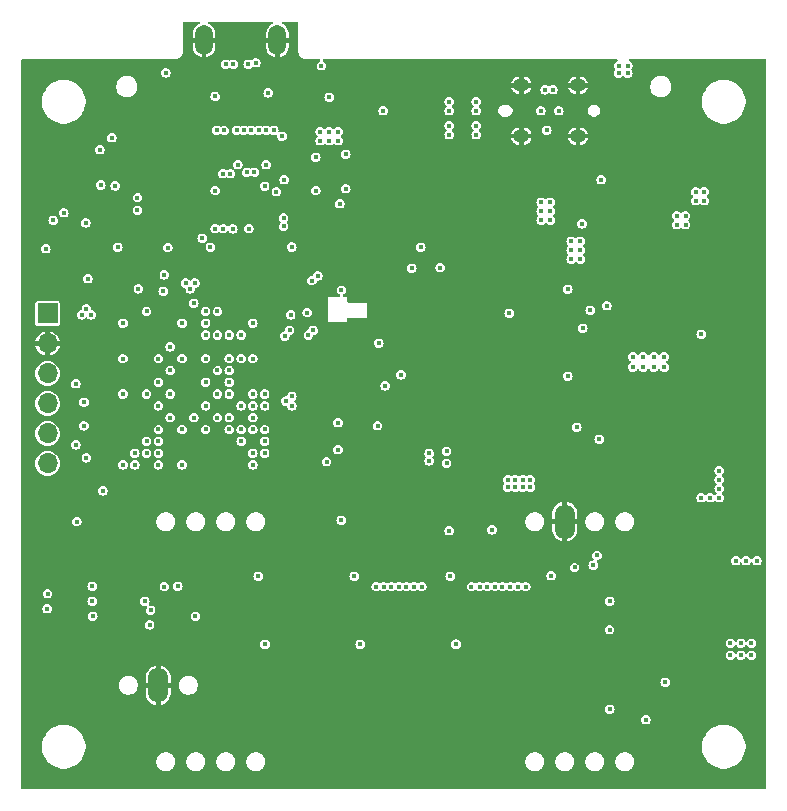
<source format=gbr>
%TF.GenerationSoftware,KiCad,Pcbnew,8.0.7*%
%TF.CreationDate,2025-01-06T00:02:34+01:00*%
%TF.ProjectId,hd_64_v0,68645f36-345f-4763-902e-6b696361645f,0.2*%
%TF.SameCoordinates,PX4737720PY55fe290*%
%TF.FileFunction,Copper,L4,Inr*%
%TF.FilePolarity,Positive*%
%FSLAX46Y46*%
G04 Gerber Fmt 4.6, Leading zero omitted, Abs format (unit mm)*
G04 Created by KiCad (PCBNEW 8.0.7) date 2025-01-06 00:02:34*
%MOMM*%
%LPD*%
G01*
G04 APERTURE LIST*
%TA.AperFunction,ComponentPad*%
%ADD10O,1.346200X1.092200*%
%TD*%
%TA.AperFunction,ComponentPad*%
%ADD11O,1.700000X3.000000*%
%TD*%
%TA.AperFunction,ComponentPad*%
%ADD12O,1.500000X2.550000*%
%TD*%
%TA.AperFunction,ComponentPad*%
%ADD13R,1.700000X1.700000*%
%TD*%
%TA.AperFunction,ComponentPad*%
%ADD14O,1.700000X1.700000*%
%TD*%
%TA.AperFunction,ViaPad*%
%ADD15C,0.400000*%
%TD*%
%TA.AperFunction,ViaPad*%
%ADD16C,0.450000*%
%TD*%
G04 APERTURE END LIST*
D10*
X47358000Y55507999D03*
X42558000Y55507999D03*
X47358000Y59808001D03*
X42558000Y59808001D03*
D11*
X46228000Y22860000D03*
D12*
X21896000Y63627000D03*
X15696000Y63627000D03*
D13*
X2438000Y40488000D03*
D14*
X2438000Y37948000D03*
X2438000Y35408000D03*
X2438000Y32868000D03*
X2438000Y30328000D03*
X2438000Y27788000D03*
D11*
X11811000Y9017000D03*
D15*
X52578000Y29718000D03*
X37973000Y25273000D03*
X45212000Y55626000D03*
X30607000Y54737000D03*
X36924000Y1270000D03*
X14859000Y16510000D03*
X20193000Y8890000D03*
X6624000Y25070000D03*
X54483000Y57277000D03*
X3937000Y50673000D03*
X16637000Y20828000D03*
X16124000Y56170000D03*
X16637000Y15367000D03*
X30607000Y56642000D03*
X16637000Y18542000D03*
X25527000Y35814000D03*
X32624000Y1270000D03*
X5724000Y33570000D03*
X14824000Y29670000D03*
X34824000Y13370000D03*
X43180000Y10033000D03*
X16256000Y1397000D03*
X62484000Y8763000D03*
X49149000Y49784000D03*
X52832000Y44577000D03*
X18923000Y43180000D03*
X21524000Y17270000D03*
X27432000Y22225000D03*
X6731000Y14478000D03*
X30607000Y55753000D03*
X45212000Y19050000D03*
X14351000Y11303000D03*
X21590000Y5334000D03*
X23624000Y44970000D03*
X52114000Y52705000D03*
X40894000Y23114000D03*
X17624000Y51770000D03*
X51435000Y30353000D03*
X12824000Y29670000D03*
X22606000Y52705000D03*
X35687000Y22225000D03*
X19177000Y56769000D03*
X16256000Y44704000D03*
X42291000Y24003000D03*
X35179000Y31623000D03*
X41275000Y16764000D03*
X20024000Y16670000D03*
X6731000Y19177000D03*
X34524000Y9270000D03*
X15113000Y57277000D03*
X37211000Y32893000D03*
X21463000Y19431000D03*
X59436000Y18669000D03*
X51689000Y53213000D03*
X31877000Y16764000D03*
X27813000Y16764000D03*
X57404000Y17907000D03*
X12824000Y30670000D03*
X62484000Y9779000D03*
X31924000Y39370000D03*
X44929342Y42276671D03*
X6424000Y37670000D03*
X29624000Y17170000D03*
X53213000Y51816000D03*
X50165000Y10795000D03*
X46482000Y53086000D03*
X6223000Y18034000D03*
X30607000Y51943000D03*
X59182000Y43942000D03*
X46024000Y15748000D03*
X17824000Y37670000D03*
X50546000Y39370000D03*
X18415000Y20828000D03*
X12446000Y20828000D03*
X49403000Y10414000D03*
X42545000Y16764000D03*
X31024000Y28470000D03*
X36322000Y9525000D03*
X25724000Y33870000D03*
X33528000Y36576000D03*
X42926000Y19304000D03*
X7824000Y36670000D03*
X9398000Y49784000D03*
X38124000Y45570000D03*
X52832000Y43053000D03*
X38862000Y48514000D03*
X40640000Y6985000D03*
X33824000Y32570000D03*
X32258000Y29845000D03*
X50292000Y29718000D03*
X5024000Y12770000D03*
X39497000Y52451000D03*
X16524000Y53270000D03*
X9525000Y16891000D03*
X50624000Y13770000D03*
X34544000Y48768000D03*
X59944000Y34290000D03*
X45466000Y53086000D03*
X40005000Y16764000D03*
X22352000Y57531000D03*
X16637000Y11303000D03*
X10824000Y30670000D03*
X13824000Y29670000D03*
X34798000Y24270000D03*
X33147000Y58801000D03*
X11824000Y31670000D03*
X61595000Y39751000D03*
X59309000Y14859000D03*
X20824000Y31670000D03*
X12824000Y28670000D03*
X26524000Y29591000D03*
X28067000Y32893000D03*
X50546000Y40005000D03*
X14351000Y26289000D03*
X25400000Y22606000D03*
X18415000Y9906000D03*
X28575000Y7366000D03*
X10541000Y46355000D03*
X29845000Y51943000D03*
X9824000Y33670000D03*
X8255000Y42291000D03*
X22724000Y36770000D03*
X16989342Y61326671D03*
X42524000Y13670000D03*
X7824000Y40670000D03*
X59436000Y22352000D03*
X8763000Y5461000D03*
X2624000Y20970000D03*
X24765000Y56007000D03*
X38735000Y16764000D03*
X12824000Y36670000D03*
X33324000Y27370000D03*
X38989000Y43180000D03*
X12324000Y43070000D03*
X7824000Y31670000D03*
D16*
X26924000Y54070000D03*
D15*
X14824000Y30670000D03*
X13824000Y31670000D03*
D16*
X20824000Y40670000D03*
D15*
X31024000Y25970000D03*
X25324000Y36770000D03*
X37624000Y17170000D03*
X37719000Y40259000D03*
X45339000Y32639000D03*
X56261000Y54102000D03*
X59436000Y20574000D03*
X30226000Y45720000D03*
X18415000Y7112000D03*
X22987000Y14351000D03*
X33528000Y58166000D03*
X14351000Y61468000D03*
X52705000Y33274000D03*
X3429000Y34163000D03*
X52705000Y34798000D03*
X24892000Y29591000D03*
X34417000Y16764000D03*
X8824000Y29670000D03*
X47498000Y1270000D03*
X12319000Y19304000D03*
X55880000Y29718000D03*
X18415000Y15367000D03*
X5842000Y54483000D03*
X12824000Y39670000D03*
X43942000Y39878000D03*
X13081000Y58570000D03*
X35362000Y38664000D03*
X22225000Y56261000D03*
X24324000Y35270000D03*
X23324000Y37170000D03*
X42418000Y5461000D03*
X26824000Y11470000D03*
X52832000Y43815000D03*
X51943000Y34036000D03*
X18824000Y39670000D03*
X4324000Y24670000D03*
X23876000Y31369000D03*
X32893000Y3170000D03*
X46863000Y42037000D03*
X16637000Y8382000D03*
X49657000Y53721000D03*
X9525000Y43815000D03*
X31024000Y32770000D03*
X39497000Y21717000D03*
X6858000Y42418000D03*
X59436000Y21463000D03*
X44958000Y1270000D03*
X30607000Y16764000D03*
X29824000Y41770000D03*
X28524000Y49870000D03*
X46736000Y10033000D03*
X14824000Y28670000D03*
X55245000Y39243000D03*
X5024000Y37670000D03*
X11430000Y25146000D03*
X35524000Y12370000D03*
X27305000Y23749000D03*
X61722000Y30988000D03*
X16824000Y36670000D03*
X23876000Y6985000D03*
X33909000Y58801000D03*
X7724000Y25908000D03*
X27686000Y50419000D03*
X15024000Y44770000D03*
X51943000Y33274000D03*
X14824000Y36670000D03*
X49414000Y50870000D03*
X14097000Y56261000D03*
X13970000Y52705000D03*
X13716000Y60198000D03*
X51816000Y29718000D03*
X61595000Y48133000D03*
X25146000Y24257000D03*
X51816000Y39370000D03*
X51181000Y40005000D03*
X35560000Y52451000D03*
X26670000Y56769000D03*
X41656000Y46228000D03*
X20824000Y27670000D03*
X5946835Y27712912D03*
X19658833Y51920426D03*
X15024000Y4572000D03*
X5207000Y53721000D03*
X47498000Y24003000D03*
X3429000Y29083000D03*
X19177000Y53213000D03*
X52070000Y44577000D03*
X29337000Y38100000D03*
X3810000Y26543000D03*
X36524000Y3170000D03*
X14124000Y54570000D03*
X31369000Y6985000D03*
X59309000Y15621000D03*
X21124000Y50070000D03*
X58293000Y17907000D03*
X21924000Y53170000D03*
X52705000Y34036000D03*
X13824000Y37670000D03*
X27686000Y3170000D03*
X51943000Y34798000D03*
X55626000Y43815000D03*
X10541000Y15494000D03*
X57404000Y13462000D03*
X50673000Y8128000D03*
X35433000Y36251000D03*
X51562000Y6223000D03*
X52070000Y43815000D03*
X7824000Y27670000D03*
X27813000Y38989000D03*
X30353000Y48260000D03*
X57277000Y7620000D03*
X33147000Y16764000D03*
X13335000Y51943000D03*
X29845000Y21717000D03*
X26924000Y32131000D03*
X30734000Y1270000D03*
X59055000Y52832000D03*
X39370000Y35052000D03*
X35052000Y46101000D03*
X59436000Y19685000D03*
X18824000Y31670000D03*
X17794329Y62131658D03*
X18824000Y33670000D03*
X28448000Y9144000D03*
X5334000Y44196000D03*
X4318000Y9652000D03*
X44704000Y36703000D03*
X1270000Y15240000D03*
X14478000Y13081000D03*
X7124000Y22270000D03*
X54737000Y2667000D03*
X12824000Y32670000D03*
X17024000Y48270000D03*
X48524000Y12170000D03*
X26797000Y46101000D03*
X24424000Y44970000D03*
X45466000Y37211000D03*
X39024000Y26570000D03*
X16824000Y32670000D03*
X37973000Y43434000D03*
X11274000Y56000000D03*
X47879000Y19177000D03*
X51054000Y29718000D03*
X27305000Y1143000D03*
X31369000Y51943000D03*
X33274000Y31623000D03*
X38924000Y30070000D03*
X1905000Y50673000D03*
X20701000Y61849000D03*
X50038000Y8128000D03*
X16824000Y39670000D03*
X44958000Y24003000D03*
X24384000Y57785000D03*
X15824000Y37670000D03*
X34417000Y7112000D03*
X3429000Y31623000D03*
X13462000Y49270000D03*
X59309000Y16383000D03*
X27524000Y43070000D03*
X5724000Y37670000D03*
X8324000Y20170000D03*
X27432000Y57658000D03*
X39124000Y44770000D03*
X32258000Y42418000D03*
X15824000Y27670000D03*
X54991000Y23622000D03*
X16637000Y6223000D03*
X15824000Y33670000D03*
X6324000Y51370000D03*
X11430000Y53721000D03*
X41529000Y34290000D03*
X1824000Y22570000D03*
X23024000Y41970000D03*
X3424000Y23870000D03*
X12424000Y4572000D03*
X22924000Y43270000D03*
X30988000Y35306000D03*
X42926000Y11811000D03*
X50038000Y47752000D03*
X15824000Y35670000D03*
X18796000Y61976000D03*
X51181000Y39370000D03*
X16637000Y42799000D03*
X23424000Y43670000D03*
X19824000Y29670000D03*
X49022000Y48641000D03*
X20024000Y20828000D03*
X41910000Y42164000D03*
X20824000Y36670000D03*
X54229000Y29718000D03*
X52070000Y43053000D03*
X6924000Y48170000D03*
X14986000Y20828000D03*
X16824000Y34670000D03*
X12824000Y27670000D03*
X21724000Y37870000D03*
X1905000Y12954000D03*
X55499000Y26416000D03*
X8763000Y15367000D03*
X15875000Y25908000D03*
X18796000Y1397000D03*
X59309000Y17145000D03*
X22479000Y1270000D03*
X33528000Y37338000D03*
X10824000Y37670000D03*
X19824000Y48270000D03*
X25024000Y15970000D03*
X44704000Y8509000D03*
X51816000Y40005000D03*
X45974000Y52578000D03*
X10911450Y13553128D03*
X38024000Y28870000D03*
X42926000Y51943000D03*
X26624000Y13470000D03*
X9271000Y55626000D03*
X34624000Y33670000D03*
X38024000Y27770000D03*
X50038000Y1270000D03*
X44831000Y47498000D03*
X6350000Y16764000D03*
X6924000Y46070000D03*
X15824000Y31670000D03*
X5824000Y30370000D03*
X14624000Y45970000D03*
X1778000Y43053000D03*
X21909502Y48178699D03*
X42799000Y31242000D03*
X27424000Y36270000D03*
X2921000Y51689000D03*
X52578000Y53213000D03*
X44450000Y44577000D03*
X17724000Y48270000D03*
X31496000Y5588000D03*
X9824000Y39670000D03*
X12824000Y34670000D03*
X1651000Y18669000D03*
X18415000Y17907000D03*
X19645244Y62155448D03*
X62484000Y7874000D03*
X16637000Y50892000D03*
X8171000Y51294000D03*
X54653000Y35941000D03*
X19824000Y36670000D03*
X56452000Y48768000D03*
X56452000Y48006000D03*
X51986000Y35941000D03*
X19824000Y33670000D03*
X52875000Y36830000D03*
X38735000Y56388000D03*
X27686000Y51054000D03*
X23124000Y33470000D03*
X55733000Y48006000D03*
X14963000Y14859000D03*
X23024000Y40370000D03*
X2436000Y16764000D03*
X10124000Y42570000D03*
X12624000Y46070000D03*
X54653000Y36830000D03*
X26058000Y27940000D03*
D16*
X28924000Y12470000D03*
D15*
X13824000Y39670000D03*
X22624000Y33070000D03*
X4826000Y34544000D03*
D16*
X20824000Y12470000D03*
D15*
X41529000Y40513000D03*
X5324000Y40370000D03*
X8824000Y33670000D03*
X52875000Y35941000D03*
X12324000Y17370000D03*
X6858000Y54356000D03*
X5724000Y40870000D03*
X23124000Y32670000D03*
X36218000Y28829000D03*
X28404000Y18244000D03*
X51986000Y36830000D03*
X2286000Y45974000D03*
X25146000Y50892000D03*
X19824000Y39670000D03*
X6124000Y40370000D03*
X27178000Y49784000D03*
X36449000Y56388000D03*
X6941500Y51370000D03*
X30376000Y30988000D03*
X2413000Y15494000D03*
X15824000Y39670000D03*
X5842000Y43434000D03*
D16*
X37024000Y12470000D03*
D15*
X5671500Y48159500D03*
X36532000Y18244000D03*
X7874000Y55372000D03*
X8824000Y36670000D03*
X55733000Y48768000D03*
X3810000Y49022000D03*
X24424000Y40570000D03*
X2921000Y48387000D03*
X8382000Y46101000D03*
X36449000Y55626000D03*
X20276000Y18244000D03*
X4826000Y29370000D03*
X13462000Y17410000D03*
X53764000Y36830000D03*
X53764000Y35941000D03*
X8824000Y39670000D03*
X38735000Y55626000D03*
X34739500Y28661000D03*
X20824000Y51270000D03*
X4924000Y22870000D03*
X25527000Y55880000D03*
X26289000Y55118000D03*
X27051000Y55118000D03*
X26289000Y55880000D03*
X20955000Y53086000D03*
X25527000Y55118000D03*
X27051000Y55880000D03*
X18542000Y53086000D03*
X22285000Y55499000D03*
X44239000Y49149000D03*
X14924000Y43070000D03*
X23124000Y46117000D03*
X11824000Y34670000D03*
X44239000Y48387000D03*
X14124000Y43070000D03*
X11824000Y32670000D03*
X47688500Y48069500D03*
X16224000Y46101000D03*
X11824000Y36670000D03*
X45001000Y49149000D03*
X14524000Y42570000D03*
X12824000Y37670000D03*
X45001000Y48387000D03*
X44239000Y49911000D03*
X47244000Y30861000D03*
X45001000Y49911000D03*
X36449000Y22098000D03*
X30252000Y17370000D03*
X17824000Y31670000D03*
X30889712Y17371840D03*
X17824000Y30670000D03*
X31552000Y17370000D03*
X18824000Y30670000D03*
X32202000Y17370000D03*
X18824000Y29670000D03*
X32827003Y17370000D03*
X19824000Y28670000D03*
X33452006Y17370000D03*
X19824000Y27670000D03*
X20824000Y28670000D03*
X34124000Y17370000D03*
X18824000Y32670000D03*
X38324000Y17370000D03*
X20824000Y29670000D03*
X39024000Y17370000D03*
X19824000Y30670000D03*
X39649003Y17370000D03*
X40324000Y17370000D03*
X20824000Y30670000D03*
X40949003Y17370000D03*
X19824000Y31670000D03*
X19824000Y32670000D03*
X41624000Y17370000D03*
X42249003Y17370000D03*
X20824000Y32670000D03*
X42924000Y17370000D03*
X20824000Y33670000D03*
X54737000Y9271000D03*
X36218000Y27813000D03*
X35687000Y44368000D03*
X62032500Y12573000D03*
X60254500Y11557000D03*
X34739500Y28011000D03*
X61143500Y11557000D03*
X34036000Y46101000D03*
X30480000Y37973000D03*
X50038000Y16129000D03*
X32359500Y35301000D03*
X31024000Y34370000D03*
X62032500Y11557000D03*
X60254500Y12573000D03*
X50038000Y6985000D03*
X33274000Y44323000D03*
X50026529Y13714943D03*
X61143500Y12573000D03*
X16624000Y58870000D03*
X25146000Y53721000D03*
X17824000Y36670000D03*
X15524000Y46870000D03*
X16824000Y40670000D03*
X16624000Y47670000D03*
X17324000Y47670000D03*
X16824000Y38670000D03*
X18124000Y47662893D03*
X17824000Y38670000D03*
X19485000Y47670000D03*
X18824000Y38670000D03*
X27028000Y31242000D03*
X22424000Y47870000D03*
X22424000Y48570000D03*
X27028000Y28956000D03*
X22479000Y51816000D03*
X18824000Y36670000D03*
X17824000Y35670000D03*
X21809000Y50800000D03*
X20066000Y61722000D03*
X21590000Y56007000D03*
X19431000Y61595000D03*
X20955000Y56007000D03*
X20320000Y56007000D03*
X19939000Y52451000D03*
X19304000Y52451000D03*
X19685000Y56007000D03*
X19050000Y56016119D03*
X18161000Y61595000D03*
X17526000Y61595000D03*
X18450094Y56005350D03*
X17922875Y52324000D03*
X17399000Y55982750D03*
X16764000Y56007000D03*
X17272000Y52324000D03*
X17824000Y33670000D03*
X27324000Y42470000D03*
X11824000Y28670000D03*
X11824000Y27670000D03*
X46779000Y45847000D03*
X47541000Y45085000D03*
X16824000Y35670000D03*
X24524000Y38670000D03*
X46779000Y45085000D03*
X15824000Y34670000D03*
X15824000Y32670000D03*
X16824000Y31670000D03*
X22924000Y39070000D03*
X15824000Y30670000D03*
X14824000Y31670000D03*
X24824000Y43270000D03*
X47541000Y46609000D03*
X12824000Y33670000D03*
X22524000Y38570000D03*
X16824000Y33670000D03*
X47541000Y45847000D03*
X25324000Y43670000D03*
X46779000Y46609000D03*
X13824000Y36670000D03*
X24924000Y39070000D03*
X12824000Y31670000D03*
X13824000Y30670000D03*
X15824000Y36670000D03*
X12824000Y35670000D03*
X9824000Y27670000D03*
X42037000Y26416000D03*
X42037000Y25781000D03*
X43307000Y25781000D03*
X42672000Y26416000D03*
X41402000Y25781000D03*
X43307000Y26416000D03*
X42672000Y25781000D03*
X41402000Y26416000D03*
X49149000Y29845000D03*
X46482000Y35179000D03*
X5524000Y32970000D03*
X15824000Y40670000D03*
X5524000Y30970000D03*
X14824000Y41370000D03*
X5724000Y28270000D03*
X15824000Y38670000D03*
X49319000Y51816000D03*
X30861000Y57658000D03*
X48387000Y40767000D03*
X47053500Y18986500D03*
X45085000Y18288000D03*
X48641000Y19177000D03*
X53086000Y6096000D03*
X12324000Y43770000D03*
X6268997Y14870000D03*
X11824000Y30670000D03*
X12219022Y42370000D03*
X10668000Y16129000D03*
X11824000Y29670000D03*
X6223000Y17410000D03*
X10824000Y29670000D03*
X11168000Y15367000D03*
X13824000Y27670000D03*
X10824000Y28670000D03*
X11080750Y14128750D03*
X9824000Y28670000D03*
X6223000Y16140000D03*
X25624000Y61468000D03*
X57785000Y24892000D03*
X59309000Y24892000D03*
X21124000Y59170000D03*
X50800000Y61468000D03*
X50800000Y60833000D03*
X59309000Y26416000D03*
X51562000Y61468000D03*
X51562000Y60833000D03*
X59309000Y27178000D03*
X26289000Y58801000D03*
X59309000Y25654000D03*
X58547000Y24892000D03*
X58039000Y50800000D03*
X57320000Y50800000D03*
X60706000Y19558000D03*
X38735000Y57658000D03*
X36449000Y57658000D03*
X47752000Y39243000D03*
X36449000Y58420000D03*
X57785000Y38735000D03*
X38735000Y58420000D03*
X61595000Y19558000D03*
X62484000Y19558000D03*
X57320000Y50038000D03*
X58039000Y50038000D03*
X7124000Y25470000D03*
X10824000Y33670000D03*
X49784000Y41148000D03*
X46482000Y42545000D03*
X45212000Y59436000D03*
X44704000Y56007000D03*
X10053000Y50301000D03*
X10053000Y49239000D03*
X44564000Y59420000D03*
X10824000Y40670000D03*
X12446000Y60858500D03*
X45720000Y57658000D03*
X44196000Y57658000D03*
X8824000Y27670000D03*
X27686000Y53975000D03*
X17824000Y34670000D03*
X27305000Y22987000D03*
X40068500Y22161500D03*
X48958500Y20002500D03*
%TA.AperFunction,Conductor*%
G36*
X15314975Y65185593D02*
G01*
X15350939Y65136093D01*
X15350939Y65074907D01*
X15314975Y65025407D01*
X15294669Y65014036D01*
X15246010Y64993882D01*
X15245998Y64993876D01*
X15090410Y64889913D01*
X15090406Y64889910D01*
X14958090Y64757594D01*
X14958087Y64757590D01*
X14854124Y64602002D01*
X14854118Y64601990D01*
X14782508Y64429107D01*
X14782508Y64429105D01*
X14746000Y64245570D01*
X14746000Y63827001D01*
X14746001Y63827000D01*
X15371000Y63827000D01*
X15371000Y63427000D01*
X14746001Y63427000D01*
X14746000Y63426999D01*
X14746000Y63008431D01*
X14782508Y62824896D01*
X14782508Y62824894D01*
X14854118Y62652011D01*
X14854124Y62651999D01*
X14958087Y62496411D01*
X14958090Y62496407D01*
X15090406Y62364091D01*
X15090410Y62364088D01*
X15245998Y62260125D01*
X15246010Y62260119D01*
X15418894Y62188509D01*
X15496000Y62173171D01*
X15496000Y62842382D01*
X15496446Y62841936D01*
X15570555Y62799149D01*
X15653213Y62777000D01*
X15738787Y62777000D01*
X15821445Y62799149D01*
X15895554Y62841936D01*
X15896000Y62842382D01*
X15896000Y62173172D01*
X15973104Y62188509D01*
X15973106Y62188509D01*
X16145989Y62260119D01*
X16146001Y62260125D01*
X16301589Y62364088D01*
X16301593Y62364091D01*
X16433909Y62496407D01*
X16433912Y62496411D01*
X16537875Y62651999D01*
X16537881Y62652011D01*
X16609491Y62824894D01*
X16609491Y62824896D01*
X16645999Y63008431D01*
X16646000Y63008435D01*
X16646000Y63426999D01*
X16645999Y63427000D01*
X16021000Y63427000D01*
X16021000Y63827000D01*
X16645999Y63827000D01*
X16646000Y63827001D01*
X16646000Y64245566D01*
X16645999Y64245570D01*
X16609491Y64429105D01*
X16609491Y64429107D01*
X16537881Y64601990D01*
X16537875Y64602002D01*
X16433912Y64757590D01*
X16433909Y64757594D01*
X16301593Y64889910D01*
X16301589Y64889913D01*
X16146001Y64993876D01*
X16145989Y64993882D01*
X16097331Y65014036D01*
X16050805Y65053772D01*
X16036521Y65113267D01*
X16059935Y65169795D01*
X16112104Y65201764D01*
X16135216Y65204500D01*
X21456784Y65204500D01*
X21514975Y65185593D01*
X21550939Y65136093D01*
X21550939Y65074907D01*
X21514975Y65025407D01*
X21494669Y65014036D01*
X21446010Y64993882D01*
X21445998Y64993876D01*
X21290410Y64889913D01*
X21290406Y64889910D01*
X21158090Y64757594D01*
X21158087Y64757590D01*
X21054124Y64602002D01*
X21054118Y64601990D01*
X20982508Y64429107D01*
X20982508Y64429105D01*
X20946000Y64245570D01*
X20946000Y63827001D01*
X20946001Y63827000D01*
X21571000Y63827000D01*
X21571000Y63427000D01*
X20946001Y63427000D01*
X20946000Y63426999D01*
X20946000Y63008431D01*
X20982508Y62824896D01*
X20982508Y62824894D01*
X21054118Y62652011D01*
X21054124Y62651999D01*
X21158087Y62496411D01*
X21158090Y62496407D01*
X21290406Y62364091D01*
X21290410Y62364088D01*
X21445998Y62260125D01*
X21446010Y62260119D01*
X21618894Y62188509D01*
X21696000Y62173171D01*
X21696000Y62842382D01*
X21696446Y62841936D01*
X21770555Y62799149D01*
X21853213Y62777000D01*
X21938787Y62777000D01*
X22021445Y62799149D01*
X22095554Y62841936D01*
X22096000Y62842382D01*
X22096000Y62173172D01*
X22173104Y62188509D01*
X22173106Y62188509D01*
X22345989Y62260119D01*
X22346001Y62260125D01*
X22501589Y62364088D01*
X22501593Y62364091D01*
X22633909Y62496407D01*
X22633912Y62496411D01*
X22737875Y62651999D01*
X22737881Y62652011D01*
X22809491Y62824894D01*
X22809491Y62824896D01*
X22845999Y63008431D01*
X22846000Y63008435D01*
X22846000Y63426999D01*
X22845999Y63427000D01*
X22221000Y63427000D01*
X22221000Y63827000D01*
X22845999Y63827000D01*
X22846000Y63827001D01*
X22846000Y64245566D01*
X22845999Y64245570D01*
X22809491Y64429105D01*
X22809491Y64429107D01*
X22737881Y64601990D01*
X22737875Y64602002D01*
X22633912Y64757590D01*
X22633909Y64757594D01*
X22501593Y64889910D01*
X22501589Y64889913D01*
X22346001Y64993876D01*
X22345989Y64993882D01*
X22297331Y65014036D01*
X22250805Y65053772D01*
X22236521Y65113267D01*
X22259935Y65169795D01*
X22312104Y65201764D01*
X22335216Y65204500D01*
X23576500Y65204500D01*
X23634691Y65185593D01*
X23670655Y65136093D01*
X23675500Y65105500D01*
X23675500Y62668217D01*
X23702726Y62531341D01*
X23702728Y62531335D01*
X23756135Y62402401D01*
X23756139Y62402392D01*
X23811583Y62319416D01*
X23833672Y62286358D01*
X23833675Y62286355D01*
X23847004Y62273026D01*
X23861577Y62244424D01*
X23876000Y62230001D01*
X23876000Y62230000D01*
X23876001Y62230000D01*
X23888985Y62217016D01*
X23907213Y62211093D01*
X23919026Y62201004D01*
X23932358Y62187672D01*
X23981830Y62154616D01*
X24048391Y62110140D01*
X24048397Y62110138D01*
X24048399Y62110136D01*
X24177338Y62056727D01*
X24314219Y62029500D01*
X24344118Y62029500D01*
X25431464Y62029500D01*
X25489655Y62010593D01*
X25525619Y61961093D01*
X25525619Y61899907D01*
X25489655Y61850407D01*
X25476410Y61842291D01*
X25385659Y61796051D01*
X25295949Y61706341D01*
X25238355Y61593308D01*
X25238354Y61593304D01*
X25218777Y61469696D01*
X25218508Y61468000D01*
X25236617Y61353660D01*
X25238354Y61342697D01*
X25238355Y61342693D01*
X25272284Y61276105D01*
X25295950Y61229658D01*
X25385658Y61139950D01*
X25498696Y61082354D01*
X25624000Y61062508D01*
X25749304Y61082354D01*
X25862342Y61139950D01*
X25952050Y61229658D01*
X26009646Y61342696D01*
X26029492Y61468000D01*
X26029223Y61469696D01*
X26026778Y61485134D01*
X26009646Y61593304D01*
X25952050Y61706342D01*
X25862342Y61796050D01*
X25789153Y61833342D01*
X25771590Y61842291D01*
X25728326Y61885556D01*
X25718755Y61945988D01*
X25746533Y62000504D01*
X25801050Y62028281D01*
X25816536Y62029500D01*
X50607464Y62029500D01*
X50665655Y62010593D01*
X50701619Y61961093D01*
X50701619Y61899907D01*
X50665655Y61850407D01*
X50652410Y61842291D01*
X50561659Y61796051D01*
X50471949Y61706341D01*
X50414355Y61593308D01*
X50414354Y61593304D01*
X50394777Y61469696D01*
X50394508Y61468000D01*
X50412617Y61353660D01*
X50414354Y61342697D01*
X50414355Y61342693D01*
X50443681Y61285139D01*
X50471950Y61229658D01*
X50471952Y61229656D01*
X50481106Y61220501D01*
X50508882Y61165984D01*
X50499308Y61105552D01*
X50481106Y61080499D01*
X50471952Y61071345D01*
X50471950Y61071342D01*
X50414355Y60958308D01*
X50414354Y60958304D01*
X50394508Y60833001D01*
X50394508Y60833000D01*
X50414354Y60707697D01*
X50414355Y60707693D01*
X50458956Y60620160D01*
X50471950Y60594658D01*
X50561658Y60504950D01*
X50674696Y60447354D01*
X50800000Y60427508D01*
X50925304Y60447354D01*
X51038342Y60504950D01*
X51110998Y60577607D01*
X51165513Y60605382D01*
X51225945Y60595811D01*
X51251000Y60577608D01*
X51323658Y60504950D01*
X51436696Y60447354D01*
X51562000Y60427508D01*
X51687304Y60447354D01*
X51800342Y60504950D01*
X51890050Y60594658D01*
X51947646Y60707696D01*
X51967492Y60833000D01*
X51947646Y60958304D01*
X51890050Y61071342D01*
X51880893Y61080499D01*
X51853118Y61135013D01*
X51862689Y61195445D01*
X51880892Y61220501D01*
X51890050Y61229658D01*
X51947646Y61342696D01*
X51967492Y61468000D01*
X51967223Y61469696D01*
X51964778Y61485134D01*
X51947646Y61593304D01*
X51890050Y61706342D01*
X51800342Y61796050D01*
X51727153Y61833342D01*
X51709590Y61842291D01*
X51666326Y61885556D01*
X51656755Y61945988D01*
X51684533Y62000504D01*
X51739050Y62028281D01*
X51754536Y62029500D01*
X63200500Y62029500D01*
X63258691Y62010593D01*
X63294655Y61961093D01*
X63299500Y61930500D01*
X63299500Y299500D01*
X63280593Y241309D01*
X63231093Y205345D01*
X63200500Y200500D01*
X299500Y200500D01*
X241309Y219407D01*
X205345Y268907D01*
X200500Y299500D01*
X200500Y3931290D01*
X1959500Y3931290D01*
X1959500Y3688711D01*
X1991161Y3448219D01*
X1991161Y3448214D01*
X2053944Y3213908D01*
X2053948Y3213895D01*
X2146772Y2989796D01*
X2146774Y2989792D01*
X2146776Y2989788D01*
X2268064Y2779711D01*
X2268066Y2779708D01*
X2415729Y2587269D01*
X2415731Y2587267D01*
X2415735Y2587262D01*
X2587262Y2415735D01*
X2587266Y2415732D01*
X2587268Y2415730D01*
X2779707Y2268067D01*
X2779711Y2268064D01*
X2989788Y2146776D01*
X3213900Y2053946D01*
X3448211Y1991162D01*
X3688712Y1959500D01*
X3688713Y1959500D01*
X3931287Y1959500D01*
X3931288Y1959500D01*
X4171789Y1991162D01*
X4406100Y2053946D01*
X4630212Y2146776D01*
X4840289Y2268064D01*
X5032738Y2415735D01*
X5204265Y2587262D01*
X5228499Y2618845D01*
X11645500Y2618845D01*
X11645500Y2461156D01*
X11676263Y2306504D01*
X11676263Y2306502D01*
X11736603Y2160826D01*
X11736609Y2160815D01*
X11789312Y2081941D01*
X11824211Y2029711D01*
X11935711Y1918211D01*
X12013876Y1865983D01*
X12066814Y1830610D01*
X12066825Y1830604D01*
X12120638Y1808315D01*
X12212503Y1770263D01*
X12367158Y1739500D01*
X12367159Y1739500D01*
X12524841Y1739500D01*
X12524842Y1739500D01*
X12679497Y1770263D01*
X12825179Y1830606D01*
X12956289Y1918211D01*
X13067789Y2029711D01*
X13155394Y2160821D01*
X13215737Y2306503D01*
X13246500Y2461158D01*
X13246500Y2618842D01*
X13246499Y2618845D01*
X14185500Y2618845D01*
X14185500Y2461156D01*
X14216263Y2306504D01*
X14216263Y2306502D01*
X14276603Y2160826D01*
X14276609Y2160815D01*
X14329312Y2081941D01*
X14364211Y2029711D01*
X14475711Y1918211D01*
X14553876Y1865983D01*
X14606814Y1830610D01*
X14606825Y1830604D01*
X14660638Y1808315D01*
X14752503Y1770263D01*
X14907158Y1739500D01*
X14907159Y1739500D01*
X15064841Y1739500D01*
X15064842Y1739500D01*
X15219497Y1770263D01*
X15365179Y1830606D01*
X15496289Y1918211D01*
X15607789Y2029711D01*
X15695394Y2160821D01*
X15755737Y2306503D01*
X15786500Y2461158D01*
X15786500Y2618842D01*
X15786499Y2618845D01*
X16725500Y2618845D01*
X16725500Y2461156D01*
X16756263Y2306504D01*
X16756263Y2306502D01*
X16816603Y2160826D01*
X16816609Y2160815D01*
X16869312Y2081941D01*
X16904211Y2029711D01*
X17015711Y1918211D01*
X17093876Y1865983D01*
X17146814Y1830610D01*
X17146825Y1830604D01*
X17200638Y1808315D01*
X17292503Y1770263D01*
X17447158Y1739500D01*
X17447159Y1739500D01*
X17604841Y1739500D01*
X17604842Y1739500D01*
X17759497Y1770263D01*
X17905179Y1830606D01*
X18036289Y1918211D01*
X18147789Y2029711D01*
X18235394Y2160821D01*
X18295737Y2306503D01*
X18326500Y2461158D01*
X18326500Y2618842D01*
X18326499Y2618845D01*
X19265500Y2618845D01*
X19265500Y2461156D01*
X19296263Y2306504D01*
X19296263Y2306502D01*
X19356603Y2160826D01*
X19356609Y2160815D01*
X19409312Y2081941D01*
X19444211Y2029711D01*
X19555711Y1918211D01*
X19633876Y1865983D01*
X19686814Y1830610D01*
X19686825Y1830604D01*
X19740638Y1808315D01*
X19832503Y1770263D01*
X19987158Y1739500D01*
X19987159Y1739500D01*
X20144841Y1739500D01*
X20144842Y1739500D01*
X20299497Y1770263D01*
X20445179Y1830606D01*
X20576289Y1918211D01*
X20687789Y2029711D01*
X20775394Y2160821D01*
X20835737Y2306503D01*
X20866500Y2461158D01*
X20866500Y2618842D01*
X20866499Y2618845D01*
X42887500Y2618845D01*
X42887500Y2461156D01*
X42918263Y2306504D01*
X42918263Y2306502D01*
X42978603Y2160826D01*
X42978609Y2160815D01*
X43031312Y2081941D01*
X43066211Y2029711D01*
X43177711Y1918211D01*
X43255876Y1865983D01*
X43308814Y1830610D01*
X43308825Y1830604D01*
X43362638Y1808315D01*
X43454503Y1770263D01*
X43609158Y1739500D01*
X43609159Y1739500D01*
X43766841Y1739500D01*
X43766842Y1739500D01*
X43921497Y1770263D01*
X44067179Y1830606D01*
X44198289Y1918211D01*
X44309789Y2029711D01*
X44397394Y2160821D01*
X44457737Y2306503D01*
X44488500Y2461158D01*
X44488500Y2618842D01*
X44488499Y2618845D01*
X45427500Y2618845D01*
X45427500Y2461156D01*
X45458263Y2306504D01*
X45458263Y2306502D01*
X45518603Y2160826D01*
X45518609Y2160815D01*
X45571312Y2081941D01*
X45606211Y2029711D01*
X45717711Y1918211D01*
X45795876Y1865983D01*
X45848814Y1830610D01*
X45848825Y1830604D01*
X45902638Y1808315D01*
X45994503Y1770263D01*
X46149158Y1739500D01*
X46149159Y1739500D01*
X46306841Y1739500D01*
X46306842Y1739500D01*
X46461497Y1770263D01*
X46607179Y1830606D01*
X46738289Y1918211D01*
X46849789Y2029711D01*
X46937394Y2160821D01*
X46997737Y2306503D01*
X47028500Y2461158D01*
X47028500Y2618842D01*
X47028499Y2618845D01*
X47967500Y2618845D01*
X47967500Y2461156D01*
X47998263Y2306504D01*
X47998263Y2306502D01*
X48058603Y2160826D01*
X48058609Y2160815D01*
X48111312Y2081941D01*
X48146211Y2029711D01*
X48257711Y1918211D01*
X48335876Y1865983D01*
X48388814Y1830610D01*
X48388825Y1830604D01*
X48442638Y1808315D01*
X48534503Y1770263D01*
X48689158Y1739500D01*
X48689159Y1739500D01*
X48846841Y1739500D01*
X48846842Y1739500D01*
X49001497Y1770263D01*
X49147179Y1830606D01*
X49278289Y1918211D01*
X49389789Y2029711D01*
X49477394Y2160821D01*
X49537737Y2306503D01*
X49568500Y2461158D01*
X49568500Y2618842D01*
X49568499Y2618845D01*
X50507500Y2618845D01*
X50507500Y2461156D01*
X50538263Y2306504D01*
X50538263Y2306502D01*
X50598603Y2160826D01*
X50598609Y2160815D01*
X50651312Y2081941D01*
X50686211Y2029711D01*
X50797711Y1918211D01*
X50875876Y1865983D01*
X50928814Y1830610D01*
X50928825Y1830604D01*
X50982638Y1808315D01*
X51074503Y1770263D01*
X51229158Y1739500D01*
X51229159Y1739500D01*
X51386841Y1739500D01*
X51386842Y1739500D01*
X51541497Y1770263D01*
X51687179Y1830606D01*
X51818289Y1918211D01*
X51929789Y2029711D01*
X52017394Y2160821D01*
X52077737Y2306503D01*
X52108500Y2461158D01*
X52108500Y2618842D01*
X52077737Y2773497D01*
X52017394Y2919179D01*
X52017393Y2919181D01*
X52017390Y2919186D01*
X51982017Y2972124D01*
X51929789Y3050289D01*
X51818289Y3161789D01*
X51740307Y3213895D01*
X51687185Y3249391D01*
X51687174Y3249397D01*
X51541497Y3309737D01*
X51386844Y3340500D01*
X51386842Y3340500D01*
X51229158Y3340500D01*
X51229155Y3340500D01*
X51074503Y3309737D01*
X51074501Y3309737D01*
X50928825Y3249397D01*
X50928814Y3249391D01*
X50797711Y3161789D01*
X50797707Y3161786D01*
X50686214Y3050293D01*
X50686211Y3050289D01*
X50598609Y2919186D01*
X50598603Y2919175D01*
X50538263Y2773499D01*
X50538263Y2773497D01*
X50507500Y2618845D01*
X49568499Y2618845D01*
X49537737Y2773497D01*
X49477394Y2919179D01*
X49477393Y2919181D01*
X49477390Y2919186D01*
X49442017Y2972124D01*
X49389789Y3050289D01*
X49278289Y3161789D01*
X49200307Y3213895D01*
X49147185Y3249391D01*
X49147174Y3249397D01*
X49001497Y3309737D01*
X48846844Y3340500D01*
X48846842Y3340500D01*
X48689158Y3340500D01*
X48689155Y3340500D01*
X48534503Y3309737D01*
X48534501Y3309737D01*
X48388825Y3249397D01*
X48388814Y3249391D01*
X48257711Y3161789D01*
X48257707Y3161786D01*
X48146214Y3050293D01*
X48146211Y3050289D01*
X48058609Y2919186D01*
X48058603Y2919175D01*
X47998263Y2773499D01*
X47998263Y2773497D01*
X47967500Y2618845D01*
X47028499Y2618845D01*
X46997737Y2773497D01*
X46937394Y2919179D01*
X46937393Y2919181D01*
X46937390Y2919186D01*
X46902017Y2972124D01*
X46849789Y3050289D01*
X46738289Y3161789D01*
X46660307Y3213895D01*
X46607185Y3249391D01*
X46607174Y3249397D01*
X46461497Y3309737D01*
X46306844Y3340500D01*
X46306842Y3340500D01*
X46149158Y3340500D01*
X46149155Y3340500D01*
X45994503Y3309737D01*
X45994501Y3309737D01*
X45848825Y3249397D01*
X45848814Y3249391D01*
X45717711Y3161789D01*
X45717707Y3161786D01*
X45606214Y3050293D01*
X45606211Y3050289D01*
X45518609Y2919186D01*
X45518603Y2919175D01*
X45458263Y2773499D01*
X45458263Y2773497D01*
X45427500Y2618845D01*
X44488499Y2618845D01*
X44457737Y2773497D01*
X44397394Y2919179D01*
X44397393Y2919181D01*
X44397390Y2919186D01*
X44362017Y2972124D01*
X44309789Y3050289D01*
X44198289Y3161789D01*
X44120307Y3213895D01*
X44067185Y3249391D01*
X44067174Y3249397D01*
X43921497Y3309737D01*
X43766844Y3340500D01*
X43766842Y3340500D01*
X43609158Y3340500D01*
X43609155Y3340500D01*
X43454503Y3309737D01*
X43454501Y3309737D01*
X43308825Y3249397D01*
X43308814Y3249391D01*
X43177711Y3161789D01*
X43177707Y3161786D01*
X43066214Y3050293D01*
X43066211Y3050289D01*
X42978609Y2919186D01*
X42978603Y2919175D01*
X42918263Y2773499D01*
X42918263Y2773497D01*
X42887500Y2618845D01*
X20866499Y2618845D01*
X20835737Y2773497D01*
X20775394Y2919179D01*
X20775393Y2919181D01*
X20775390Y2919186D01*
X20740017Y2972124D01*
X20687789Y3050289D01*
X20576289Y3161789D01*
X20498307Y3213895D01*
X20445185Y3249391D01*
X20445174Y3249397D01*
X20299497Y3309737D01*
X20144844Y3340500D01*
X20144842Y3340500D01*
X19987158Y3340500D01*
X19987155Y3340500D01*
X19832503Y3309737D01*
X19832501Y3309737D01*
X19686825Y3249397D01*
X19686814Y3249391D01*
X19555711Y3161789D01*
X19555707Y3161786D01*
X19444214Y3050293D01*
X19444211Y3050289D01*
X19356609Y2919186D01*
X19356603Y2919175D01*
X19296263Y2773499D01*
X19296263Y2773497D01*
X19265500Y2618845D01*
X18326499Y2618845D01*
X18295737Y2773497D01*
X18235394Y2919179D01*
X18235393Y2919181D01*
X18235390Y2919186D01*
X18200017Y2972124D01*
X18147789Y3050289D01*
X18036289Y3161789D01*
X17958307Y3213895D01*
X17905185Y3249391D01*
X17905174Y3249397D01*
X17759497Y3309737D01*
X17604844Y3340500D01*
X17604842Y3340500D01*
X17447158Y3340500D01*
X17447155Y3340500D01*
X17292503Y3309737D01*
X17292501Y3309737D01*
X17146825Y3249397D01*
X17146814Y3249391D01*
X17015711Y3161789D01*
X17015707Y3161786D01*
X16904214Y3050293D01*
X16904211Y3050289D01*
X16816609Y2919186D01*
X16816603Y2919175D01*
X16756263Y2773499D01*
X16756263Y2773497D01*
X16725500Y2618845D01*
X15786499Y2618845D01*
X15755737Y2773497D01*
X15695394Y2919179D01*
X15695393Y2919181D01*
X15695390Y2919186D01*
X15660017Y2972124D01*
X15607789Y3050289D01*
X15496289Y3161789D01*
X15418307Y3213895D01*
X15365185Y3249391D01*
X15365174Y3249397D01*
X15219497Y3309737D01*
X15064844Y3340500D01*
X15064842Y3340500D01*
X14907158Y3340500D01*
X14907155Y3340500D01*
X14752503Y3309737D01*
X14752501Y3309737D01*
X14606825Y3249397D01*
X14606814Y3249391D01*
X14475711Y3161789D01*
X14475707Y3161786D01*
X14364214Y3050293D01*
X14364211Y3050289D01*
X14276609Y2919186D01*
X14276603Y2919175D01*
X14216263Y2773499D01*
X14216263Y2773497D01*
X14185500Y2618845D01*
X13246499Y2618845D01*
X13215737Y2773497D01*
X13155394Y2919179D01*
X13155393Y2919181D01*
X13155390Y2919186D01*
X13120017Y2972124D01*
X13067789Y3050289D01*
X12956289Y3161789D01*
X12878307Y3213895D01*
X12825185Y3249391D01*
X12825174Y3249397D01*
X12679497Y3309737D01*
X12524844Y3340500D01*
X12524842Y3340500D01*
X12367158Y3340500D01*
X12367155Y3340500D01*
X12212503Y3309737D01*
X12212501Y3309737D01*
X12066825Y3249397D01*
X12066814Y3249391D01*
X11935711Y3161789D01*
X11935707Y3161786D01*
X11824214Y3050293D01*
X11824211Y3050289D01*
X11736609Y2919186D01*
X11736603Y2919175D01*
X11676263Y2773499D01*
X11676263Y2773497D01*
X11645500Y2618845D01*
X5228499Y2618845D01*
X5351936Y2779711D01*
X5473224Y2989788D01*
X5566054Y3213900D01*
X5628838Y3448211D01*
X5660500Y3688712D01*
X5660500Y3931288D01*
X5660500Y3931290D01*
X57839500Y3931290D01*
X57839500Y3688711D01*
X57871161Y3448219D01*
X57871161Y3448214D01*
X57933944Y3213908D01*
X57933948Y3213895D01*
X58026772Y2989796D01*
X58026774Y2989792D01*
X58026776Y2989788D01*
X58148064Y2779711D01*
X58148066Y2779708D01*
X58295729Y2587269D01*
X58295731Y2587267D01*
X58295735Y2587262D01*
X58467262Y2415735D01*
X58467266Y2415732D01*
X58467268Y2415730D01*
X58659707Y2268067D01*
X58659711Y2268064D01*
X58869788Y2146776D01*
X59093900Y2053946D01*
X59328211Y1991162D01*
X59568712Y1959500D01*
X59568713Y1959500D01*
X59811287Y1959500D01*
X59811288Y1959500D01*
X60051789Y1991162D01*
X60286100Y2053946D01*
X60510212Y2146776D01*
X60720289Y2268064D01*
X60912738Y2415735D01*
X61084265Y2587262D01*
X61231936Y2779711D01*
X61353224Y2989788D01*
X61446054Y3213900D01*
X61508838Y3448211D01*
X61540500Y3688712D01*
X61540500Y3931288D01*
X61508838Y4171789D01*
X61446054Y4406100D01*
X61353224Y4630212D01*
X61231936Y4840289D01*
X61084265Y5032738D01*
X60912738Y5204265D01*
X60912733Y5204269D01*
X60912731Y5204271D01*
X60720292Y5351934D01*
X60720289Y5351936D01*
X60510212Y5473224D01*
X60510208Y5473226D01*
X60510204Y5473228D01*
X60286105Y5566052D01*
X60286104Y5566053D01*
X60286100Y5566054D01*
X60051789Y5628838D01*
X60051786Y5628839D01*
X60051784Y5628839D01*
X59811289Y5660500D01*
X59811288Y5660500D01*
X59568712Y5660500D01*
X59568710Y5660500D01*
X59328218Y5628839D01*
X59328213Y5628839D01*
X59093907Y5566056D01*
X59093894Y5566052D01*
X58869795Y5473228D01*
X58659707Y5351934D01*
X58467268Y5204271D01*
X58295729Y5032732D01*
X58148066Y4840293D01*
X58026772Y4630205D01*
X57933948Y4406106D01*
X57933944Y4406093D01*
X57871161Y4171787D01*
X57871161Y4171782D01*
X57839500Y3931290D01*
X5660500Y3931290D01*
X5628838Y4171789D01*
X5566054Y4406100D01*
X5473224Y4630212D01*
X5351936Y4840289D01*
X5204265Y5032738D01*
X5032738Y5204265D01*
X5032733Y5204269D01*
X5032731Y5204271D01*
X4840292Y5351934D01*
X4840289Y5351936D01*
X4630212Y5473224D01*
X4630208Y5473226D01*
X4630204Y5473228D01*
X4406105Y5566052D01*
X4406104Y5566053D01*
X4406100Y5566054D01*
X4171789Y5628838D01*
X4171786Y5628839D01*
X4171784Y5628839D01*
X3931289Y5660500D01*
X3931288Y5660500D01*
X3688712Y5660500D01*
X3688710Y5660500D01*
X3448218Y5628839D01*
X3448213Y5628839D01*
X3213907Y5566056D01*
X3213894Y5566052D01*
X2989795Y5473228D01*
X2779707Y5351934D01*
X2587268Y5204271D01*
X2415729Y5032732D01*
X2268066Y4840293D01*
X2146772Y4630205D01*
X2053948Y4406106D01*
X2053944Y4406093D01*
X1991161Y4171787D01*
X1991161Y4171782D01*
X1959500Y3931290D01*
X200500Y3931290D01*
X200500Y6096001D01*
X52680508Y6096001D01*
X52680508Y6096000D01*
X52700354Y5970697D01*
X52700355Y5970693D01*
X52755944Y5861594D01*
X52757950Y5857658D01*
X52847658Y5767950D01*
X52960696Y5710354D01*
X53086000Y5690508D01*
X53211304Y5710354D01*
X53324342Y5767950D01*
X53414050Y5857658D01*
X53471646Y5970696D01*
X53491492Y6096000D01*
X53471646Y6221304D01*
X53414050Y6334342D01*
X53324342Y6424050D01*
X53320406Y6426056D01*
X53211307Y6481645D01*
X53211304Y6481646D01*
X53086000Y6501492D01*
X52960696Y6481646D01*
X52960692Y6481645D01*
X52847659Y6424051D01*
X52757949Y6334341D01*
X52700355Y6221308D01*
X52700354Y6221304D01*
X52680508Y6096001D01*
X200500Y6096001D01*
X200500Y6985001D01*
X49632508Y6985001D01*
X49632508Y6985000D01*
X49652354Y6859697D01*
X49652355Y6859693D01*
X49707944Y6750594D01*
X49709950Y6746658D01*
X49799658Y6656950D01*
X49912696Y6599354D01*
X50038000Y6579508D01*
X50163304Y6599354D01*
X50276342Y6656950D01*
X50366050Y6746658D01*
X50423646Y6859696D01*
X50443492Y6985000D01*
X50423646Y7110304D01*
X50366050Y7223342D01*
X50276342Y7313050D01*
X50272406Y7315056D01*
X50163307Y7370645D01*
X50163304Y7370646D01*
X50038000Y7390492D01*
X49912696Y7370646D01*
X49912692Y7370645D01*
X49799659Y7313051D01*
X49709949Y7223341D01*
X49652355Y7110308D01*
X49652354Y7110304D01*
X49632508Y6985001D01*
X200500Y6985001D01*
X200500Y9095845D01*
X8470500Y9095845D01*
X8470500Y8938156D01*
X8501263Y8783504D01*
X8501263Y8783502D01*
X8561603Y8637826D01*
X8561609Y8637815D01*
X8575584Y8616901D01*
X8649211Y8506711D01*
X8760711Y8395211D01*
X8838876Y8342983D01*
X8891814Y8307610D01*
X8891825Y8307604D01*
X8945638Y8285315D01*
X9037503Y8247263D01*
X9192158Y8216500D01*
X9192159Y8216500D01*
X9349841Y8216500D01*
X9349842Y8216500D01*
X9504497Y8247263D01*
X9650179Y8307606D01*
X9781289Y8395211D01*
X9892789Y8506711D01*
X9980394Y8637821D01*
X10040737Y8783503D01*
X10071500Y8938158D01*
X10071500Y9095842D01*
X10040737Y9250497D01*
X9980394Y9396179D01*
X9980393Y9396181D01*
X9980390Y9396186D01*
X9904781Y9509341D01*
X9892789Y9527289D01*
X9781289Y9638789D01*
X9724863Y9676492D01*
X9650185Y9726391D01*
X9650174Y9726397D01*
X9543893Y9770419D01*
X10761000Y9770419D01*
X10761000Y9217001D01*
X10761001Y9217000D01*
X11349120Y9217000D01*
X11345075Y9209993D01*
X11311000Y9082826D01*
X11311000Y8951174D01*
X11345075Y8824007D01*
X11349120Y8817000D01*
X10761001Y8817000D01*
X10761000Y8816999D01*
X10761000Y8263582D01*
X10801349Y8060728D01*
X10880501Y7869640D01*
X10880508Y7869626D01*
X10995405Y7697671D01*
X11141670Y7551406D01*
X11313625Y7436509D01*
X11313639Y7436502D01*
X11504723Y7357352D01*
X11504730Y7357350D01*
X11611000Y7336213D01*
X11611000Y8555121D01*
X11618007Y8551075D01*
X11745174Y8517000D01*
X11876826Y8517000D01*
X12003993Y8551075D01*
X12011000Y8555121D01*
X12011000Y7336214D01*
X12117269Y7357350D01*
X12117276Y7357352D01*
X12308360Y7436502D01*
X12308374Y7436509D01*
X12480329Y7551406D01*
X12626594Y7697671D01*
X12741491Y7869626D01*
X12741498Y7869640D01*
X12820650Y8060728D01*
X12860999Y8263582D01*
X12861000Y8263587D01*
X12861000Y8816999D01*
X12860999Y8817000D01*
X12272880Y8817000D01*
X12276925Y8824007D01*
X12311000Y8951174D01*
X12311000Y9082826D01*
X12307511Y9095845D01*
X13550500Y9095845D01*
X13550500Y8938156D01*
X13581263Y8783504D01*
X13581263Y8783502D01*
X13641603Y8637826D01*
X13641609Y8637815D01*
X13655584Y8616901D01*
X13729211Y8506711D01*
X13840711Y8395211D01*
X13918876Y8342983D01*
X13971814Y8307610D01*
X13971825Y8307604D01*
X14025638Y8285315D01*
X14117503Y8247263D01*
X14272158Y8216500D01*
X14272159Y8216500D01*
X14429841Y8216500D01*
X14429842Y8216500D01*
X14584497Y8247263D01*
X14730179Y8307606D01*
X14861289Y8395211D01*
X14972789Y8506711D01*
X15060394Y8637821D01*
X15120737Y8783503D01*
X15151500Y8938158D01*
X15151500Y9095842D01*
X15120737Y9250497D01*
X15112244Y9271000D01*
X54331508Y9271000D01*
X54341170Y9209993D01*
X54351354Y9145697D01*
X54351355Y9145693D01*
X54383388Y9082826D01*
X54408950Y9032658D01*
X54498658Y8942950D01*
X54611696Y8885354D01*
X54737000Y8865508D01*
X54862304Y8885354D01*
X54975342Y8942950D01*
X55065050Y9032658D01*
X55122646Y9145696D01*
X55142492Y9271000D01*
X55122646Y9396304D01*
X55065050Y9509342D01*
X54975342Y9599050D01*
X54971406Y9601056D01*
X54862307Y9656645D01*
X54862304Y9656646D01*
X54737000Y9676492D01*
X54611696Y9656646D01*
X54611692Y9656645D01*
X54498659Y9599051D01*
X54408949Y9509341D01*
X54351355Y9396308D01*
X54351354Y9396304D01*
X54331508Y9271000D01*
X15112244Y9271000D01*
X15060394Y9396179D01*
X15060393Y9396181D01*
X15060390Y9396186D01*
X14984781Y9509341D01*
X14972789Y9527289D01*
X14861289Y9638789D01*
X14804863Y9676492D01*
X14730185Y9726391D01*
X14730174Y9726397D01*
X14584497Y9786737D01*
X14429844Y9817500D01*
X14429842Y9817500D01*
X14272158Y9817500D01*
X14272155Y9817500D01*
X14117503Y9786737D01*
X14117501Y9786737D01*
X13971825Y9726397D01*
X13971814Y9726391D01*
X13840711Y9638789D01*
X13840707Y9638786D01*
X13729214Y9527293D01*
X13729211Y9527289D01*
X13641609Y9396186D01*
X13641603Y9396175D01*
X13581263Y9250499D01*
X13581263Y9250497D01*
X13550500Y9095845D01*
X12307511Y9095845D01*
X12276925Y9209993D01*
X12272880Y9217000D01*
X12860999Y9217000D01*
X12861000Y9217001D01*
X12861000Y9770414D01*
X12860999Y9770419D01*
X12820650Y9973273D01*
X12741498Y10164361D01*
X12741491Y10164375D01*
X12626594Y10336330D01*
X12480329Y10482595D01*
X12308374Y10597492D01*
X12308360Y10597499D01*
X12117277Y10676649D01*
X12117269Y10676651D01*
X12011000Y10697789D01*
X12011000Y9478880D01*
X12003993Y9482925D01*
X11876826Y9517000D01*
X11745174Y9517000D01*
X11618007Y9482925D01*
X11611000Y9478880D01*
X11611000Y10697789D01*
X11610999Y10697789D01*
X11504730Y10676651D01*
X11504722Y10676649D01*
X11313639Y10597499D01*
X11313625Y10597492D01*
X11141670Y10482595D01*
X10995405Y10336330D01*
X10880508Y10164375D01*
X10880501Y10164361D01*
X10801349Y9973273D01*
X10761000Y9770419D01*
X9543893Y9770419D01*
X9504497Y9786737D01*
X9349844Y9817500D01*
X9349842Y9817500D01*
X9192158Y9817500D01*
X9192155Y9817500D01*
X9037503Y9786737D01*
X9037501Y9786737D01*
X8891825Y9726397D01*
X8891814Y9726391D01*
X8760711Y9638789D01*
X8760707Y9638786D01*
X8649214Y9527293D01*
X8649211Y9527289D01*
X8561609Y9396186D01*
X8561603Y9396175D01*
X8501263Y9250499D01*
X8501263Y9250497D01*
X8470500Y9095845D01*
X200500Y9095845D01*
X200500Y11557001D01*
X59849008Y11557001D01*
X59849008Y11557000D01*
X59868854Y11431697D01*
X59868855Y11431693D01*
X59898209Y11374084D01*
X59926450Y11318658D01*
X60016158Y11228950D01*
X60129196Y11171354D01*
X60254500Y11151508D01*
X60379804Y11171354D01*
X60492842Y11228950D01*
X60582550Y11318658D01*
X60610791Y11374085D01*
X60654055Y11417348D01*
X60714488Y11426919D01*
X60769004Y11399141D01*
X60787208Y11374085D01*
X60815450Y11318658D01*
X60905158Y11228950D01*
X61018196Y11171354D01*
X61143500Y11151508D01*
X61268804Y11171354D01*
X61381842Y11228950D01*
X61471550Y11318658D01*
X61499791Y11374085D01*
X61543055Y11417348D01*
X61603488Y11426919D01*
X61658004Y11399141D01*
X61676208Y11374085D01*
X61704450Y11318658D01*
X61794158Y11228950D01*
X61907196Y11171354D01*
X62032500Y11151508D01*
X62157804Y11171354D01*
X62270842Y11228950D01*
X62360550Y11318658D01*
X62418146Y11431696D01*
X62437992Y11557000D01*
X62418146Y11682304D01*
X62360550Y11795342D01*
X62270842Y11885050D01*
X62266906Y11887056D01*
X62157807Y11942645D01*
X62157804Y11942646D01*
X62032500Y11962492D01*
X61907196Y11942646D01*
X61907192Y11942645D01*
X61794159Y11885051D01*
X61704449Y11795341D01*
X61676209Y11739917D01*
X61632944Y11696653D01*
X61572512Y11687082D01*
X61517996Y11714860D01*
X61499791Y11739917D01*
X61486974Y11765070D01*
X61471550Y11795342D01*
X61381842Y11885050D01*
X61377906Y11887056D01*
X61268807Y11942645D01*
X61268804Y11942646D01*
X61143500Y11962492D01*
X61018196Y11942646D01*
X61018192Y11942645D01*
X60905159Y11885051D01*
X60815449Y11795341D01*
X60787209Y11739917D01*
X60743944Y11696653D01*
X60683512Y11687082D01*
X60628996Y11714860D01*
X60610791Y11739917D01*
X60597974Y11765070D01*
X60582550Y11795342D01*
X60492842Y11885050D01*
X60488906Y11887056D01*
X60379807Y11942645D01*
X60379804Y11942646D01*
X60254500Y11962492D01*
X60129196Y11942646D01*
X60129192Y11942645D01*
X60016159Y11885051D01*
X59926449Y11795341D01*
X59868855Y11682308D01*
X59868854Y11682304D01*
X59849008Y11557001D01*
X200500Y11557001D01*
X200500Y12470001D01*
X20393196Y12470001D01*
X20393196Y12470000D01*
X20414281Y12336873D01*
X20414282Y12336871D01*
X20475470Y12216783D01*
X20475472Y12216780D01*
X20570780Y12121472D01*
X20690874Y12060281D01*
X20824000Y12039196D01*
X20957126Y12060281D01*
X21077220Y12121472D01*
X21172528Y12216780D01*
X21233719Y12336874D01*
X21254804Y12470000D01*
X21254804Y12470001D01*
X28493196Y12470001D01*
X28493196Y12470000D01*
X28514281Y12336873D01*
X28514282Y12336871D01*
X28575470Y12216783D01*
X28575472Y12216780D01*
X28670780Y12121472D01*
X28790874Y12060281D01*
X28924000Y12039196D01*
X29057126Y12060281D01*
X29177220Y12121472D01*
X29272528Y12216780D01*
X29333719Y12336874D01*
X29354804Y12470000D01*
X29354804Y12470001D01*
X36593196Y12470001D01*
X36593196Y12470000D01*
X36614281Y12336873D01*
X36614282Y12336871D01*
X36675470Y12216783D01*
X36675472Y12216780D01*
X36770780Y12121472D01*
X36890874Y12060281D01*
X37024000Y12039196D01*
X37157126Y12060281D01*
X37277220Y12121472D01*
X37372528Y12216780D01*
X37433719Y12336874D01*
X37454804Y12470000D01*
X37438490Y12573000D01*
X59849008Y12573000D01*
X59865321Y12470000D01*
X59868854Y12447697D01*
X59868855Y12447693D01*
X59898209Y12390084D01*
X59926450Y12334658D01*
X60016158Y12244950D01*
X60129196Y12187354D01*
X60254500Y12167508D01*
X60379804Y12187354D01*
X60492842Y12244950D01*
X60582550Y12334658D01*
X60610791Y12390085D01*
X60654055Y12433348D01*
X60714488Y12442919D01*
X60769004Y12415141D01*
X60787208Y12390085D01*
X60815450Y12334658D01*
X60905158Y12244950D01*
X61018196Y12187354D01*
X61143500Y12167508D01*
X61268804Y12187354D01*
X61381842Y12244950D01*
X61471550Y12334658D01*
X61499791Y12390085D01*
X61543055Y12433348D01*
X61603488Y12442919D01*
X61658004Y12415141D01*
X61676208Y12390085D01*
X61704450Y12334658D01*
X61794158Y12244950D01*
X61907196Y12187354D01*
X62032500Y12167508D01*
X62157804Y12187354D01*
X62270842Y12244950D01*
X62360550Y12334658D01*
X62418146Y12447696D01*
X62437992Y12573000D01*
X62418146Y12698304D01*
X62360550Y12811342D01*
X62270842Y12901050D01*
X62266906Y12903056D01*
X62157807Y12958645D01*
X62157804Y12958646D01*
X62032500Y12978492D01*
X61907196Y12958646D01*
X61907192Y12958645D01*
X61794159Y12901051D01*
X61704449Y12811341D01*
X61676209Y12755917D01*
X61632944Y12712653D01*
X61572512Y12703082D01*
X61517996Y12730860D01*
X61499791Y12755917D01*
X61486974Y12781070D01*
X61471550Y12811342D01*
X61381842Y12901050D01*
X61377906Y12903056D01*
X61268807Y12958645D01*
X61268804Y12958646D01*
X61143500Y12978492D01*
X61018196Y12958646D01*
X61018192Y12958645D01*
X60905159Y12901051D01*
X60815449Y12811341D01*
X60787209Y12755917D01*
X60743944Y12712653D01*
X60683512Y12703082D01*
X60628996Y12730860D01*
X60610791Y12755917D01*
X60597974Y12781070D01*
X60582550Y12811342D01*
X60492842Y12901050D01*
X60488906Y12903056D01*
X60379807Y12958645D01*
X60379804Y12958646D01*
X60254500Y12978492D01*
X60129196Y12958646D01*
X60129192Y12958645D01*
X60016159Y12901051D01*
X59926449Y12811341D01*
X59868855Y12698308D01*
X59868854Y12698304D01*
X59849008Y12573000D01*
X37438490Y12573000D01*
X37433719Y12603126D01*
X37372528Y12723220D01*
X37277220Y12818528D01*
X37277217Y12818530D01*
X37157129Y12879718D01*
X37157127Y12879719D01*
X37024000Y12900804D01*
X36890872Y12879719D01*
X36890870Y12879718D01*
X36770782Y12818530D01*
X36675470Y12723218D01*
X36614282Y12603130D01*
X36614281Y12603128D01*
X36593196Y12470001D01*
X29354804Y12470001D01*
X29333719Y12603126D01*
X29272528Y12723220D01*
X29177220Y12818528D01*
X29177217Y12818530D01*
X29057129Y12879718D01*
X29057127Y12879719D01*
X28924000Y12900804D01*
X28790872Y12879719D01*
X28790870Y12879718D01*
X28670782Y12818530D01*
X28575470Y12723218D01*
X28514282Y12603130D01*
X28514281Y12603128D01*
X28493196Y12470001D01*
X21254804Y12470001D01*
X21233719Y12603126D01*
X21172528Y12723220D01*
X21077220Y12818528D01*
X21077217Y12818530D01*
X20957129Y12879718D01*
X20957127Y12879719D01*
X20824000Y12900804D01*
X20690872Y12879719D01*
X20690870Y12879718D01*
X20570782Y12818530D01*
X20475470Y12723218D01*
X20414282Y12603130D01*
X20414281Y12603128D01*
X20393196Y12470001D01*
X200500Y12470001D01*
X200500Y13714944D01*
X49621037Y13714944D01*
X49621037Y13714943D01*
X49640883Y13589640D01*
X49640884Y13589636D01*
X49696473Y13480537D01*
X49698479Y13476601D01*
X49788187Y13386893D01*
X49901225Y13329297D01*
X50026529Y13309451D01*
X50151833Y13329297D01*
X50264871Y13386893D01*
X50354579Y13476601D01*
X50412175Y13589639D01*
X50432021Y13714943D01*
X50412175Y13840247D01*
X50354579Y13953285D01*
X50264871Y14042993D01*
X50260935Y14044999D01*
X50151836Y14100588D01*
X50151833Y14100589D01*
X50026529Y14120435D01*
X49901225Y14100589D01*
X49901221Y14100588D01*
X49788188Y14042994D01*
X49698478Y13953284D01*
X49640884Y13840251D01*
X49640883Y13840247D01*
X49621037Y13714944D01*
X200500Y13714944D01*
X200500Y14128750D01*
X10675258Y14128750D01*
X10688840Y14042993D01*
X10695104Y14003447D01*
X10695105Y14003443D01*
X10720662Y13953285D01*
X10752700Y13890408D01*
X10842408Y13800700D01*
X10955446Y13743104D01*
X11080750Y13723258D01*
X11206054Y13743104D01*
X11319092Y13800700D01*
X11408800Y13890408D01*
X11466396Y14003446D01*
X11486242Y14128750D01*
X11466396Y14254054D01*
X11408800Y14367092D01*
X11319092Y14456800D01*
X11286599Y14473356D01*
X11206057Y14514395D01*
X11206054Y14514396D01*
X11080750Y14534242D01*
X10955446Y14514396D01*
X10955442Y14514395D01*
X10842409Y14456801D01*
X10752699Y14367091D01*
X10695105Y14254058D01*
X10695104Y14254054D01*
X10675258Y14128750D01*
X200500Y14128750D01*
X200500Y14870001D01*
X5863505Y14870001D01*
X5863505Y14870000D01*
X5883351Y14744697D01*
X5883352Y14744693D01*
X5888957Y14733693D01*
X5940947Y14631658D01*
X6030655Y14541950D01*
X6143693Y14484354D01*
X6268997Y14464508D01*
X6394301Y14484354D01*
X6507339Y14541950D01*
X6597047Y14631658D01*
X6654643Y14744696D01*
X6672747Y14859001D01*
X14557508Y14859001D01*
X14557508Y14859000D01*
X14577354Y14733697D01*
X14577355Y14733693D01*
X14629344Y14631660D01*
X14634950Y14620658D01*
X14724658Y14530950D01*
X14837696Y14473354D01*
X14963000Y14453508D01*
X15088304Y14473354D01*
X15201342Y14530950D01*
X15291050Y14620658D01*
X15348646Y14733696D01*
X15368492Y14859000D01*
X15348646Y14984304D01*
X15291050Y15097342D01*
X15201342Y15187050D01*
X15197406Y15189056D01*
X15088307Y15244645D01*
X15088304Y15244646D01*
X14963000Y15264492D01*
X14837696Y15244646D01*
X14837692Y15244645D01*
X14724659Y15187051D01*
X14634949Y15097341D01*
X14577355Y14984308D01*
X14577354Y14984304D01*
X14557508Y14859001D01*
X6672747Y14859001D01*
X6674489Y14870000D01*
X6654643Y14995304D01*
X6597047Y15108342D01*
X6507339Y15198050D01*
X6503403Y15200056D01*
X6394304Y15255645D01*
X6394301Y15255646D01*
X6268997Y15275492D01*
X6143693Y15255646D01*
X6143689Y15255645D01*
X6030656Y15198051D01*
X5940946Y15108341D01*
X5883352Y14995308D01*
X5883351Y14995304D01*
X5863505Y14870001D01*
X200500Y14870001D01*
X200500Y15494001D01*
X2007508Y15494001D01*
X2007508Y15494000D01*
X2027354Y15368697D01*
X2027355Y15368693D01*
X2028218Y15367000D01*
X2084950Y15255658D01*
X2174658Y15165950D01*
X2287696Y15108354D01*
X2413000Y15088508D01*
X2538304Y15108354D01*
X2651342Y15165950D01*
X2741050Y15255658D01*
X2798646Y15368696D01*
X2818492Y15494000D01*
X2798646Y15619304D01*
X2741050Y15732342D01*
X2651342Y15822050D01*
X2545152Y15876157D01*
X2538307Y15879645D01*
X2538304Y15879646D01*
X2413000Y15899492D01*
X2287696Y15879646D01*
X2287692Y15879645D01*
X2174659Y15822051D01*
X2084949Y15732341D01*
X2027355Y15619308D01*
X2027354Y15619304D01*
X2007508Y15494001D01*
X200500Y15494001D01*
X200500Y16140001D01*
X5817508Y16140001D01*
X5817508Y16140000D01*
X5837354Y16014697D01*
X5837355Y16014693D01*
X5842960Y16003693D01*
X5894950Y15901658D01*
X5984658Y15811950D01*
X6097696Y15754354D01*
X6223000Y15734508D01*
X6348304Y15754354D01*
X6461342Y15811950D01*
X6551050Y15901658D01*
X6608646Y16014696D01*
X6626750Y16129001D01*
X10262508Y16129001D01*
X10262508Y16129000D01*
X10282354Y16003697D01*
X10282355Y16003693D01*
X10332328Y15905616D01*
X10339950Y15890658D01*
X10429658Y15800950D01*
X10542696Y15743354D01*
X10668000Y15723508D01*
X10728634Y15733112D01*
X10789063Y15723541D01*
X10832328Y15680277D01*
X10841900Y15619845D01*
X10832329Y15590386D01*
X10782354Y15492306D01*
X10782354Y15492304D01*
X10762508Y15367001D01*
X10762508Y15367000D01*
X10782354Y15241697D01*
X10782355Y15241693D01*
X10820949Y15165950D01*
X10839950Y15128658D01*
X10929658Y15038950D01*
X11042696Y14981354D01*
X11168000Y14961508D01*
X11293304Y14981354D01*
X11406342Y15038950D01*
X11496050Y15128658D01*
X11553646Y15241696D01*
X11573492Y15367000D01*
X11573223Y15368696D01*
X11570778Y15384134D01*
X11553646Y15492304D01*
X11496050Y15605342D01*
X11406342Y15695050D01*
X11402406Y15697056D01*
X11293307Y15752645D01*
X11293304Y15752646D01*
X11168000Y15772492D01*
X11167999Y15772492D01*
X11107367Y15762889D01*
X11046935Y15772461D01*
X11003670Y15815725D01*
X10994099Y15876157D01*
X11003670Y15905614D01*
X11053646Y16003696D01*
X11073492Y16129000D01*
X11073492Y16129001D01*
X49632508Y16129001D01*
X49632508Y16129000D01*
X49652354Y16003697D01*
X49652355Y16003693D01*
X49702328Y15905616D01*
X49709950Y15890658D01*
X49799658Y15800950D01*
X49912696Y15743354D01*
X50038000Y15723508D01*
X50163304Y15743354D01*
X50276342Y15800950D01*
X50366050Y15890658D01*
X50423646Y16003696D01*
X50443492Y16129000D01*
X50423646Y16254304D01*
X50366050Y16367342D01*
X50276342Y16457050D01*
X50272406Y16459056D01*
X50163307Y16514645D01*
X50163304Y16514646D01*
X50038000Y16534492D01*
X49912696Y16514646D01*
X49912692Y16514645D01*
X49799659Y16457051D01*
X49709949Y16367341D01*
X49652355Y16254308D01*
X49652354Y16254304D01*
X49632508Y16129001D01*
X11073492Y16129001D01*
X11053646Y16254304D01*
X10996050Y16367342D01*
X10906342Y16457050D01*
X10902406Y16459056D01*
X10793307Y16514645D01*
X10793304Y16514646D01*
X10668000Y16534492D01*
X10542696Y16514646D01*
X10542692Y16514645D01*
X10429659Y16457051D01*
X10339949Y16367341D01*
X10282355Y16254308D01*
X10282354Y16254304D01*
X10262508Y16129001D01*
X6626750Y16129001D01*
X6628492Y16140000D01*
X6608646Y16265304D01*
X6551050Y16378342D01*
X6461342Y16468050D01*
X6369893Y16514646D01*
X6348307Y16525645D01*
X6348304Y16525646D01*
X6223000Y16545492D01*
X6097696Y16525646D01*
X6097692Y16525645D01*
X5984659Y16468051D01*
X5894949Y16378341D01*
X5837355Y16265308D01*
X5837354Y16265304D01*
X5817508Y16140001D01*
X200500Y16140001D01*
X200500Y16764001D01*
X2030508Y16764001D01*
X2030508Y16764000D01*
X2050354Y16638697D01*
X2050355Y16638693D01*
X2097844Y16545492D01*
X2107950Y16525658D01*
X2197658Y16435950D01*
X2310696Y16378354D01*
X2436000Y16358508D01*
X2561304Y16378354D01*
X2674342Y16435950D01*
X2764050Y16525658D01*
X2821646Y16638696D01*
X2841492Y16764000D01*
X2821646Y16889304D01*
X2764050Y17002342D01*
X2674342Y17092050D01*
X2663883Y17097379D01*
X2561307Y17149645D01*
X2561304Y17149646D01*
X2436000Y17169492D01*
X2310696Y17149646D01*
X2310692Y17149645D01*
X2197659Y17092051D01*
X2107949Y17002341D01*
X2050355Y16889308D01*
X2050354Y16889304D01*
X2030508Y16764001D01*
X200500Y16764001D01*
X200500Y17410001D01*
X5817508Y17410001D01*
X5817508Y17410000D01*
X5837354Y17284697D01*
X5837355Y17284693D01*
X5892944Y17175594D01*
X5894950Y17171658D01*
X5984658Y17081950D01*
X6097696Y17024354D01*
X6223000Y17004508D01*
X6348304Y17024354D01*
X6461342Y17081950D01*
X6551050Y17171658D01*
X6608646Y17284696D01*
X6622157Y17370001D01*
X11918508Y17370001D01*
X11918508Y17370000D01*
X11938354Y17244697D01*
X11938355Y17244693D01*
X11986501Y17150202D01*
X11995950Y17131658D01*
X12085658Y17041950D01*
X12198696Y16984354D01*
X12324000Y16964508D01*
X12449304Y16984354D01*
X12562342Y17041950D01*
X12652050Y17131658D01*
X12709646Y17244696D01*
X12729492Y17370000D01*
X12723157Y17410001D01*
X13056508Y17410001D01*
X13056508Y17410000D01*
X13076354Y17284697D01*
X13076355Y17284693D01*
X13131944Y17175594D01*
X13133950Y17171658D01*
X13223658Y17081950D01*
X13336696Y17024354D01*
X13462000Y17004508D01*
X13587304Y17024354D01*
X13700342Y17081950D01*
X13790050Y17171658D01*
X13847646Y17284696D01*
X13861157Y17370001D01*
X29846508Y17370001D01*
X29846508Y17370000D01*
X29866354Y17244697D01*
X29866355Y17244693D01*
X29914501Y17150202D01*
X29923950Y17131658D01*
X30013658Y17041950D01*
X30126696Y16984354D01*
X30252000Y16964508D01*
X30377304Y16984354D01*
X30490342Y17041950D01*
X30501774Y17053383D01*
X30556289Y17081158D01*
X30616721Y17071587D01*
X30641776Y17053384D01*
X30651370Y17043790D01*
X30764408Y16986194D01*
X30889712Y16966348D01*
X31015016Y16986194D01*
X31128054Y17043790D01*
X31149934Y17065671D01*
X31204449Y17093446D01*
X31264881Y17083875D01*
X31289936Y17065672D01*
X31313658Y17041950D01*
X31426696Y16984354D01*
X31552000Y16964508D01*
X31677304Y16984354D01*
X31790342Y17041950D01*
X31806998Y17058607D01*
X31861513Y17086382D01*
X31921945Y17076811D01*
X31947000Y17058608D01*
X31963658Y17041950D01*
X32076696Y16984354D01*
X32202000Y16964508D01*
X32327304Y16984354D01*
X32440342Y17041950D01*
X32444491Y17046100D01*
X32499004Y17073883D01*
X32559437Y17064317D01*
X32584501Y17046110D01*
X32588661Y17041950D01*
X32701699Y16984354D01*
X32827003Y16964508D01*
X32952307Y16984354D01*
X33065345Y17041950D01*
X33069494Y17046100D01*
X33124007Y17073883D01*
X33184440Y17064317D01*
X33209504Y17046110D01*
X33213664Y17041950D01*
X33326702Y16984354D01*
X33452006Y16964508D01*
X33577310Y16984354D01*
X33690348Y17041950D01*
X33718001Y17069604D01*
X33772516Y17097379D01*
X33832948Y17087808D01*
X33858003Y17069605D01*
X33885658Y17041950D01*
X33998696Y16984354D01*
X34124000Y16964508D01*
X34249304Y16984354D01*
X34362342Y17041950D01*
X34452050Y17131658D01*
X34509646Y17244696D01*
X34529492Y17370000D01*
X34529492Y17370001D01*
X37918508Y17370001D01*
X37918508Y17370000D01*
X37938354Y17244697D01*
X37938355Y17244693D01*
X37986501Y17150202D01*
X37995950Y17131658D01*
X38085658Y17041950D01*
X38198696Y16984354D01*
X38324000Y16964508D01*
X38449304Y16984354D01*
X38562342Y17041950D01*
X38603998Y17083607D01*
X38658513Y17111382D01*
X38718945Y17101811D01*
X38744000Y17083608D01*
X38785658Y17041950D01*
X38898696Y16984354D01*
X39024000Y16964508D01*
X39149304Y16984354D01*
X39262342Y17041950D01*
X39266491Y17046100D01*
X39321004Y17073883D01*
X39381437Y17064317D01*
X39406501Y17046110D01*
X39410661Y17041950D01*
X39523699Y16984354D01*
X39649003Y16964508D01*
X39774307Y16984354D01*
X39887345Y17041950D01*
X39916500Y17071106D01*
X39971013Y17098881D01*
X40031445Y17089310D01*
X40056501Y17071107D01*
X40085658Y17041950D01*
X40198696Y16984354D01*
X40324000Y16964508D01*
X40449304Y16984354D01*
X40562342Y17041950D01*
X40566491Y17046100D01*
X40621004Y17073883D01*
X40681437Y17064317D01*
X40706501Y17046110D01*
X40710661Y17041950D01*
X40823699Y16984354D01*
X40949003Y16964508D01*
X41074307Y16984354D01*
X41187345Y17041950D01*
X41216500Y17071106D01*
X41271013Y17098881D01*
X41331445Y17089310D01*
X41356501Y17071107D01*
X41385658Y17041950D01*
X41498696Y16984354D01*
X41624000Y16964508D01*
X41749304Y16984354D01*
X41862342Y17041950D01*
X41866491Y17046100D01*
X41921004Y17073883D01*
X41981437Y17064317D01*
X42006501Y17046110D01*
X42010661Y17041950D01*
X42123699Y16984354D01*
X42249003Y16964508D01*
X42374307Y16984354D01*
X42487345Y17041950D01*
X42516500Y17071106D01*
X42571013Y17098881D01*
X42631445Y17089310D01*
X42656501Y17071107D01*
X42685658Y17041950D01*
X42798696Y16984354D01*
X42924000Y16964508D01*
X43049304Y16984354D01*
X43162342Y17041950D01*
X43252050Y17131658D01*
X43309646Y17244696D01*
X43329492Y17370000D01*
X43309646Y17495304D01*
X43252050Y17608342D01*
X43162342Y17698050D01*
X43158406Y17700056D01*
X43049307Y17755645D01*
X43049304Y17755646D01*
X42924000Y17775492D01*
X42798696Y17755646D01*
X42798692Y17755645D01*
X42685659Y17698051D01*
X42656504Y17668896D01*
X42601987Y17641120D01*
X42541555Y17650692D01*
X42516500Y17668895D01*
X42487345Y17698050D01*
X42483409Y17700056D01*
X42374310Y17755645D01*
X42374307Y17755646D01*
X42249003Y17775492D01*
X42123699Y17755646D01*
X42123695Y17755645D01*
X42010661Y17698050D01*
X42010657Y17698047D01*
X42006501Y17693891D01*
X41951983Y17666116D01*
X41891551Y17675691D01*
X41866500Y17693892D01*
X41862342Y17698050D01*
X41858406Y17700056D01*
X41749307Y17755645D01*
X41749304Y17755646D01*
X41624000Y17775492D01*
X41498696Y17755646D01*
X41498692Y17755645D01*
X41385659Y17698051D01*
X41356504Y17668896D01*
X41301987Y17641120D01*
X41241555Y17650692D01*
X41216500Y17668895D01*
X41187345Y17698050D01*
X41183409Y17700056D01*
X41074310Y17755645D01*
X41074307Y17755646D01*
X40949003Y17775492D01*
X40823699Y17755646D01*
X40823695Y17755645D01*
X40710661Y17698050D01*
X40710657Y17698047D01*
X40706501Y17693891D01*
X40651983Y17666116D01*
X40591551Y17675691D01*
X40566500Y17693892D01*
X40562342Y17698050D01*
X40558406Y17700056D01*
X40449307Y17755645D01*
X40449304Y17755646D01*
X40324000Y17775492D01*
X40198696Y17755646D01*
X40198692Y17755645D01*
X40085659Y17698051D01*
X40056504Y17668896D01*
X40001987Y17641120D01*
X39941555Y17650692D01*
X39916500Y17668895D01*
X39887345Y17698050D01*
X39883409Y17700056D01*
X39774310Y17755645D01*
X39774307Y17755646D01*
X39649003Y17775492D01*
X39523699Y17755646D01*
X39523695Y17755645D01*
X39410661Y17698050D01*
X39410657Y17698047D01*
X39406501Y17693891D01*
X39351983Y17666116D01*
X39291551Y17675691D01*
X39266500Y17693892D01*
X39262342Y17698050D01*
X39258406Y17700056D01*
X39149307Y17755645D01*
X39149304Y17755646D01*
X39024000Y17775492D01*
X38898696Y17755646D01*
X38898692Y17755645D01*
X38785659Y17698051D01*
X38785658Y17698051D01*
X38785658Y17698050D01*
X38744001Y17656394D01*
X38689487Y17628618D01*
X38629055Y17638189D01*
X38603999Y17656393D01*
X38562342Y17698050D01*
X38558406Y17700056D01*
X38449307Y17755645D01*
X38449304Y17755646D01*
X38324000Y17775492D01*
X38198696Y17755646D01*
X38198692Y17755645D01*
X38085659Y17698051D01*
X37995949Y17608341D01*
X37938355Y17495308D01*
X37938354Y17495304D01*
X37918508Y17370001D01*
X34529492Y17370001D01*
X34509646Y17495304D01*
X34452050Y17608342D01*
X34362342Y17698050D01*
X34358406Y17700056D01*
X34249307Y17755645D01*
X34249304Y17755646D01*
X34124000Y17775492D01*
X33998696Y17755646D01*
X33998692Y17755645D01*
X33885659Y17698051D01*
X33858006Y17670398D01*
X33803489Y17642622D01*
X33743057Y17652194D01*
X33718000Y17670398D01*
X33707003Y17681395D01*
X33690348Y17698050D01*
X33686412Y17700056D01*
X33577313Y17755645D01*
X33577310Y17755646D01*
X33452006Y17775492D01*
X33326702Y17755646D01*
X33326698Y17755645D01*
X33213664Y17698050D01*
X33213660Y17698047D01*
X33209504Y17693891D01*
X33154986Y17666116D01*
X33094554Y17675691D01*
X33069503Y17693892D01*
X33065345Y17698050D01*
X33061409Y17700056D01*
X32952310Y17755645D01*
X32952307Y17755646D01*
X32827003Y17775492D01*
X32701699Y17755646D01*
X32701695Y17755645D01*
X32588661Y17698050D01*
X32588657Y17698047D01*
X32584501Y17693891D01*
X32529983Y17666116D01*
X32469551Y17675691D01*
X32444500Y17693892D01*
X32440342Y17698050D01*
X32436406Y17700056D01*
X32327307Y17755645D01*
X32327304Y17755646D01*
X32202000Y17775492D01*
X32076696Y17755646D01*
X32076692Y17755645D01*
X31963658Y17698050D01*
X31963655Y17698048D01*
X31947002Y17681395D01*
X31892485Y17653619D01*
X31832053Y17663191D01*
X31806998Y17681395D01*
X31790344Y17698048D01*
X31790342Y17698050D01*
X31711836Y17738051D01*
X31677307Y17755645D01*
X31677304Y17755646D01*
X31552000Y17775492D01*
X31426696Y17755646D01*
X31426692Y17755645D01*
X31313659Y17698051D01*
X31313658Y17698051D01*
X31313658Y17698050D01*
X31291777Y17676170D01*
X31237263Y17648394D01*
X31176831Y17657965D01*
X31151775Y17676169D01*
X31128054Y17699890D01*
X31124118Y17701896D01*
X31015019Y17757485D01*
X31015016Y17757486D01*
X30889712Y17777332D01*
X30764408Y17757486D01*
X30764404Y17757485D01*
X30651370Y17699890D01*
X30651366Y17699887D01*
X30639934Y17688456D01*
X30585416Y17660682D01*
X30524985Y17670257D01*
X30499934Y17688458D01*
X30490342Y17698050D01*
X30486406Y17700056D01*
X30377307Y17755645D01*
X30377304Y17755646D01*
X30252000Y17775492D01*
X30126696Y17755646D01*
X30126692Y17755645D01*
X30013659Y17698051D01*
X29923949Y17608341D01*
X29866355Y17495308D01*
X29866354Y17495304D01*
X29846508Y17370001D01*
X13861157Y17370001D01*
X13867492Y17410000D01*
X13847646Y17535304D01*
X13790050Y17648342D01*
X13700342Y17738050D01*
X13662197Y17757486D01*
X13587307Y17795645D01*
X13587304Y17795646D01*
X13462000Y17815492D01*
X13336696Y17795646D01*
X13336692Y17795645D01*
X13223659Y17738051D01*
X13133949Y17648341D01*
X13076355Y17535308D01*
X13076354Y17535304D01*
X13056508Y17410001D01*
X12723157Y17410001D01*
X12709646Y17495304D01*
X12652050Y17608342D01*
X12562342Y17698050D01*
X12558406Y17700056D01*
X12449307Y17755645D01*
X12449304Y17755646D01*
X12324000Y17775492D01*
X12198696Y17755646D01*
X12198692Y17755645D01*
X12085659Y17698051D01*
X11995949Y17608341D01*
X11938355Y17495308D01*
X11938354Y17495304D01*
X11918508Y17370001D01*
X6622157Y17370001D01*
X6628492Y17410000D01*
X6608646Y17535304D01*
X6551050Y17648342D01*
X6461342Y17738050D01*
X6423197Y17757486D01*
X6348307Y17795645D01*
X6348304Y17795646D01*
X6223000Y17815492D01*
X6097696Y17795646D01*
X6097692Y17795645D01*
X5984659Y17738051D01*
X5894949Y17648341D01*
X5837355Y17535308D01*
X5837354Y17535304D01*
X5817508Y17410001D01*
X200500Y17410001D01*
X200500Y18244001D01*
X19870508Y18244001D01*
X19870508Y18244000D01*
X19890354Y18118697D01*
X19890355Y18118693D01*
X19925530Y18049660D01*
X19947950Y18005658D01*
X20037658Y17915950D01*
X20150696Y17858354D01*
X20276000Y17838508D01*
X20401304Y17858354D01*
X20514342Y17915950D01*
X20604050Y18005658D01*
X20661646Y18118696D01*
X20681492Y18244000D01*
X20681492Y18244001D01*
X27998508Y18244001D01*
X27998508Y18244000D01*
X28018354Y18118697D01*
X28018355Y18118693D01*
X28053530Y18049660D01*
X28075950Y18005658D01*
X28165658Y17915950D01*
X28278696Y17858354D01*
X28404000Y17838508D01*
X28529304Y17858354D01*
X28642342Y17915950D01*
X28732050Y18005658D01*
X28789646Y18118696D01*
X28809492Y18244000D01*
X28809492Y18244001D01*
X36126508Y18244001D01*
X36126508Y18244000D01*
X36146354Y18118697D01*
X36146355Y18118693D01*
X36181530Y18049660D01*
X36203950Y18005658D01*
X36293658Y17915950D01*
X36406696Y17858354D01*
X36532000Y17838508D01*
X36657304Y17858354D01*
X36770342Y17915950D01*
X36860050Y18005658D01*
X36917646Y18118696D01*
X36937492Y18244000D01*
X36930523Y18288001D01*
X44679508Y18288001D01*
X44679508Y18288000D01*
X44699354Y18162697D01*
X44699355Y18162693D01*
X44754944Y18053594D01*
X44756950Y18049658D01*
X44846658Y17959950D01*
X44959696Y17902354D01*
X45085000Y17882508D01*
X45210304Y17902354D01*
X45323342Y17959950D01*
X45413050Y18049658D01*
X45470646Y18162696D01*
X45490492Y18288000D01*
X45470646Y18413304D01*
X45413050Y18526342D01*
X45323342Y18616050D01*
X45319406Y18618056D01*
X45210307Y18673645D01*
X45210304Y18673646D01*
X45085000Y18693492D01*
X44959696Y18673646D01*
X44959692Y18673645D01*
X44846659Y18616051D01*
X44756949Y18526341D01*
X44699355Y18413308D01*
X44699354Y18413304D01*
X44679508Y18288001D01*
X36930523Y18288001D01*
X36917646Y18369304D01*
X36860050Y18482342D01*
X36770342Y18572050D01*
X36752761Y18581008D01*
X36657307Y18629645D01*
X36657304Y18629646D01*
X36532000Y18649492D01*
X36406696Y18629646D01*
X36406692Y18629645D01*
X36293659Y18572051D01*
X36203949Y18482341D01*
X36146355Y18369308D01*
X36146354Y18369304D01*
X36126508Y18244001D01*
X28809492Y18244001D01*
X28789646Y18369304D01*
X28732050Y18482342D01*
X28642342Y18572050D01*
X28624761Y18581008D01*
X28529307Y18629645D01*
X28529304Y18629646D01*
X28404000Y18649492D01*
X28278696Y18629646D01*
X28278692Y18629645D01*
X28165659Y18572051D01*
X28075949Y18482341D01*
X28018355Y18369308D01*
X28018354Y18369304D01*
X27998508Y18244001D01*
X20681492Y18244001D01*
X20661646Y18369304D01*
X20604050Y18482342D01*
X20514342Y18572050D01*
X20496761Y18581008D01*
X20401307Y18629645D01*
X20401304Y18629646D01*
X20276000Y18649492D01*
X20150696Y18629646D01*
X20150692Y18629645D01*
X20037659Y18572051D01*
X19947949Y18482341D01*
X19890355Y18369308D01*
X19890354Y18369304D01*
X19870508Y18244001D01*
X200500Y18244001D01*
X200500Y18986501D01*
X46648008Y18986501D01*
X46648008Y18986500D01*
X46667854Y18861197D01*
X46667855Y18861193D01*
X46723444Y18752094D01*
X46725450Y18748158D01*
X46815158Y18658450D01*
X46928196Y18600854D01*
X47053500Y18581008D01*
X47178804Y18600854D01*
X47291842Y18658450D01*
X47381550Y18748158D01*
X47439146Y18861196D01*
X47458992Y18986500D01*
X47439146Y19111804D01*
X47405926Y19177001D01*
X48235508Y19177001D01*
X48235508Y19177000D01*
X48255354Y19051697D01*
X48255355Y19051693D01*
X48288573Y18986500D01*
X48312950Y18938658D01*
X48402658Y18848950D01*
X48515696Y18791354D01*
X48641000Y18771508D01*
X48766304Y18791354D01*
X48879342Y18848950D01*
X48969050Y18938658D01*
X49026646Y19051696D01*
X49046492Y19177000D01*
X49026646Y19302304D01*
X48969050Y19415342D01*
X48948167Y19436225D01*
X48920392Y19490739D01*
X48929963Y19551171D01*
X48936793Y19558001D01*
X60300508Y19558001D01*
X60300508Y19558000D01*
X60320354Y19432697D01*
X60320355Y19432693D01*
X60349709Y19375084D01*
X60377950Y19319658D01*
X60467658Y19229950D01*
X60580696Y19172354D01*
X60706000Y19152508D01*
X60831304Y19172354D01*
X60944342Y19229950D01*
X61034050Y19319658D01*
X61062291Y19375085D01*
X61105555Y19418348D01*
X61165988Y19427919D01*
X61220504Y19400141D01*
X61238708Y19375085D01*
X61266950Y19319658D01*
X61356658Y19229950D01*
X61469696Y19172354D01*
X61595000Y19152508D01*
X61720304Y19172354D01*
X61833342Y19229950D01*
X61923050Y19319658D01*
X61951291Y19375085D01*
X61994555Y19418348D01*
X62054988Y19427919D01*
X62109504Y19400141D01*
X62127708Y19375085D01*
X62155950Y19319658D01*
X62245658Y19229950D01*
X62358696Y19172354D01*
X62484000Y19152508D01*
X62609304Y19172354D01*
X62722342Y19229950D01*
X62812050Y19319658D01*
X62869646Y19432696D01*
X62889492Y19558000D01*
X62869646Y19683304D01*
X62812050Y19796342D01*
X62722342Y19886050D01*
X62718406Y19888056D01*
X62609307Y19943645D01*
X62609304Y19943646D01*
X62484000Y19963492D01*
X62358696Y19943646D01*
X62358692Y19943645D01*
X62245659Y19886051D01*
X62155949Y19796341D01*
X62127709Y19740917D01*
X62084444Y19697653D01*
X62024012Y19688082D01*
X61969496Y19715860D01*
X61951291Y19740917D01*
X61938474Y19766070D01*
X61923050Y19796342D01*
X61833342Y19886050D01*
X61829406Y19888056D01*
X61720307Y19943645D01*
X61720304Y19943646D01*
X61595000Y19963492D01*
X61469696Y19943646D01*
X61469692Y19943645D01*
X61356659Y19886051D01*
X61266949Y19796341D01*
X61238709Y19740917D01*
X61195444Y19697653D01*
X61135012Y19688082D01*
X61080496Y19715860D01*
X61062291Y19740917D01*
X61049474Y19766070D01*
X61034050Y19796342D01*
X60944342Y19886050D01*
X60940406Y19888056D01*
X60831307Y19943645D01*
X60831304Y19943646D01*
X60706000Y19963492D01*
X60580696Y19943646D01*
X60580692Y19943645D01*
X60467659Y19886051D01*
X60377949Y19796341D01*
X60320355Y19683308D01*
X60320354Y19683304D01*
X60300508Y19558001D01*
X48936793Y19558001D01*
X48973228Y19594436D01*
X49002683Y19604006D01*
X49083804Y19616854D01*
X49196842Y19674450D01*
X49286550Y19764158D01*
X49344146Y19877196D01*
X49363992Y20002500D01*
X49344146Y20127804D01*
X49286550Y20240842D01*
X49196842Y20330550D01*
X49192906Y20332556D01*
X49083807Y20388145D01*
X49083804Y20388146D01*
X48958500Y20407992D01*
X48833196Y20388146D01*
X48833192Y20388145D01*
X48720159Y20330551D01*
X48630449Y20240841D01*
X48572855Y20127808D01*
X48572854Y20127804D01*
X48553008Y20002500D01*
X48562329Y19943646D01*
X48572854Y19877197D01*
X48572855Y19877193D01*
X48614051Y19796342D01*
X48630450Y19764158D01*
X48651331Y19743277D01*
X48679107Y19688762D01*
X48669536Y19628330D01*
X48626271Y19585065D01*
X48596814Y19575494D01*
X48515696Y19562646D01*
X48515692Y19562645D01*
X48402659Y19505051D01*
X48312949Y19415341D01*
X48255355Y19302308D01*
X48255354Y19302304D01*
X48235508Y19177001D01*
X47405926Y19177001D01*
X47381550Y19224842D01*
X47291842Y19314550D01*
X47281813Y19319660D01*
X47178807Y19372145D01*
X47178804Y19372146D01*
X47053500Y19391992D01*
X46928196Y19372146D01*
X46928192Y19372145D01*
X46815159Y19314551D01*
X46725449Y19224841D01*
X46667855Y19111808D01*
X46667854Y19111804D01*
X46648008Y18986501D01*
X200500Y18986501D01*
X200500Y22870000D01*
X4518508Y22870000D01*
X4537726Y22748658D01*
X4538354Y22744697D01*
X4538355Y22744693D01*
X4577939Y22667007D01*
X4595950Y22631658D01*
X4685658Y22541950D01*
X4798696Y22484354D01*
X4924000Y22464508D01*
X5049304Y22484354D01*
X5162342Y22541950D01*
X5252050Y22631658D01*
X5309646Y22744696D01*
X5329492Y22870000D01*
X5318588Y22938845D01*
X11645500Y22938845D01*
X11645500Y22781156D01*
X11676263Y22626504D01*
X11676263Y22626502D01*
X11736603Y22480826D01*
X11736606Y22480821D01*
X11824211Y22349711D01*
X11935711Y22238211D01*
X12013876Y22185983D01*
X12066814Y22150610D01*
X12066825Y22150604D01*
X12120638Y22128315D01*
X12212503Y22090263D01*
X12367158Y22059500D01*
X12367159Y22059500D01*
X12524841Y22059500D01*
X12524842Y22059500D01*
X12679497Y22090263D01*
X12825179Y22150606D01*
X12956289Y22238211D01*
X13067789Y22349711D01*
X13155394Y22480821D01*
X13215737Y22626503D01*
X13246500Y22781158D01*
X13246500Y22938842D01*
X13246499Y22938845D01*
X14185500Y22938845D01*
X14185500Y22781156D01*
X14216263Y22626504D01*
X14216263Y22626502D01*
X14276603Y22480826D01*
X14276606Y22480821D01*
X14364211Y22349711D01*
X14475711Y22238211D01*
X14553876Y22185983D01*
X14606814Y22150610D01*
X14606825Y22150604D01*
X14660638Y22128315D01*
X14752503Y22090263D01*
X14907158Y22059500D01*
X14907159Y22059500D01*
X15064841Y22059500D01*
X15064842Y22059500D01*
X15219497Y22090263D01*
X15365179Y22150606D01*
X15496289Y22238211D01*
X15607789Y22349711D01*
X15695394Y22480821D01*
X15755737Y22626503D01*
X15786500Y22781158D01*
X15786500Y22938842D01*
X15786499Y22938845D01*
X16725500Y22938845D01*
X16725500Y22781156D01*
X16756263Y22626504D01*
X16756263Y22626502D01*
X16816603Y22480826D01*
X16816606Y22480821D01*
X16904211Y22349711D01*
X17015711Y22238211D01*
X17093876Y22185983D01*
X17146814Y22150610D01*
X17146825Y22150604D01*
X17200638Y22128315D01*
X17292503Y22090263D01*
X17447158Y22059500D01*
X17447159Y22059500D01*
X17604841Y22059500D01*
X17604842Y22059500D01*
X17759497Y22090263D01*
X17905179Y22150606D01*
X18036289Y22238211D01*
X18147789Y22349711D01*
X18235394Y22480821D01*
X18295737Y22626503D01*
X18326500Y22781158D01*
X18326500Y22938842D01*
X18326499Y22938845D01*
X19265500Y22938845D01*
X19265500Y22781156D01*
X19296263Y22626504D01*
X19296263Y22626502D01*
X19356603Y22480826D01*
X19356606Y22480821D01*
X19444211Y22349711D01*
X19555711Y22238211D01*
X19633876Y22185983D01*
X19686814Y22150610D01*
X19686825Y22150604D01*
X19740638Y22128315D01*
X19832503Y22090263D01*
X19987158Y22059500D01*
X19987159Y22059500D01*
X20144841Y22059500D01*
X20144842Y22059500D01*
X20299497Y22090263D01*
X20318178Y22098001D01*
X36043508Y22098001D01*
X36043508Y22098000D01*
X36063354Y21972697D01*
X36063355Y21972693D01*
X36088594Y21923160D01*
X36120950Y21859658D01*
X36210658Y21769950D01*
X36323696Y21712354D01*
X36449000Y21692508D01*
X36574304Y21712354D01*
X36687342Y21769950D01*
X36777050Y21859658D01*
X36834646Y21972696D01*
X36854492Y22098000D01*
X36844435Y22161501D01*
X39663008Y22161501D01*
X39663008Y22161500D01*
X39682854Y22036197D01*
X39682855Y22036193D01*
X39738444Y21927094D01*
X39740450Y21923158D01*
X39830158Y21833450D01*
X39943196Y21775854D01*
X40068500Y21756008D01*
X40193804Y21775854D01*
X40306842Y21833450D01*
X40396550Y21923158D01*
X40454146Y22036196D01*
X40473992Y22161500D01*
X40454146Y22286804D01*
X40396550Y22399842D01*
X40306842Y22489550D01*
X40302906Y22491556D01*
X40193807Y22547145D01*
X40193804Y22547146D01*
X40068500Y22566992D01*
X39943196Y22547146D01*
X39943192Y22547145D01*
X39830159Y22489551D01*
X39740449Y22399841D01*
X39682855Y22286808D01*
X39682854Y22286804D01*
X39663008Y22161501D01*
X36844435Y22161501D01*
X36834646Y22223304D01*
X36777050Y22336342D01*
X36687342Y22426050D01*
X36683406Y22428056D01*
X36574307Y22483645D01*
X36574304Y22483646D01*
X36449000Y22503492D01*
X36323696Y22483646D01*
X36323692Y22483645D01*
X36210659Y22426051D01*
X36120949Y22336341D01*
X36063355Y22223308D01*
X36063354Y22223304D01*
X36043508Y22098001D01*
X20318178Y22098001D01*
X20445179Y22150606D01*
X20576289Y22238211D01*
X20687789Y22349711D01*
X20775394Y22480821D01*
X20835737Y22626503D01*
X20866500Y22781158D01*
X20866500Y22938842D01*
X20856921Y22987001D01*
X26899508Y22987001D01*
X26899508Y22987000D01*
X26919354Y22861697D01*
X26919355Y22861693D01*
X26953758Y22794174D01*
X26976950Y22748658D01*
X27066658Y22658950D01*
X27179696Y22601354D01*
X27305000Y22581508D01*
X27430304Y22601354D01*
X27543342Y22658950D01*
X27633050Y22748658D01*
X27690646Y22861696D01*
X27702865Y22938845D01*
X42887500Y22938845D01*
X42887500Y22781156D01*
X42918263Y22626504D01*
X42918263Y22626502D01*
X42978603Y22480826D01*
X42978606Y22480821D01*
X43066211Y22349711D01*
X43177711Y22238211D01*
X43255876Y22185983D01*
X43308814Y22150610D01*
X43308825Y22150604D01*
X43362638Y22128315D01*
X43454503Y22090263D01*
X43609158Y22059500D01*
X43609159Y22059500D01*
X43766841Y22059500D01*
X43766842Y22059500D01*
X43921497Y22090263D01*
X44067179Y22150606D01*
X44198289Y22238211D01*
X44309789Y22349711D01*
X44397394Y22480821D01*
X44457737Y22626503D01*
X44488500Y22781158D01*
X44488500Y22938842D01*
X44457737Y23093497D01*
X44403126Y23225341D01*
X44397396Y23239175D01*
X44397390Y23239186D01*
X44362017Y23292124D01*
X44309789Y23370289D01*
X44198289Y23481789D01*
X44146059Y23516688D01*
X44067185Y23569391D01*
X44067174Y23569397D01*
X43960893Y23613419D01*
X45178000Y23613419D01*
X45178000Y23060001D01*
X45178001Y23060000D01*
X45766120Y23060000D01*
X45762075Y23052993D01*
X45728000Y22925826D01*
X45728000Y22794174D01*
X45762075Y22667007D01*
X45766120Y22660000D01*
X45178001Y22660000D01*
X45178000Y22659999D01*
X45178000Y22106582D01*
X45218349Y21903728D01*
X45297501Y21712640D01*
X45297508Y21712626D01*
X45412405Y21540671D01*
X45558670Y21394406D01*
X45730625Y21279509D01*
X45730639Y21279502D01*
X45921723Y21200352D01*
X45921730Y21200350D01*
X46028000Y21179213D01*
X46028000Y22398121D01*
X46035007Y22394075D01*
X46162174Y22360000D01*
X46293826Y22360000D01*
X46420993Y22394075D01*
X46428000Y22398121D01*
X46428000Y21179214D01*
X46534269Y21200350D01*
X46534276Y21200352D01*
X46725360Y21279502D01*
X46725374Y21279509D01*
X46897329Y21394406D01*
X47043594Y21540671D01*
X47158491Y21712626D01*
X47158498Y21712640D01*
X47237650Y21903728D01*
X47277999Y22106582D01*
X47278000Y22106587D01*
X47278000Y22659999D01*
X47277999Y22660000D01*
X46689880Y22660000D01*
X46693925Y22667007D01*
X46728000Y22794174D01*
X46728000Y22925826D01*
X46724511Y22938845D01*
X47967500Y22938845D01*
X47967500Y22781156D01*
X47998263Y22626504D01*
X47998263Y22626502D01*
X48058603Y22480826D01*
X48058606Y22480821D01*
X48146211Y22349711D01*
X48257711Y22238211D01*
X48335876Y22185983D01*
X48388814Y22150610D01*
X48388825Y22150604D01*
X48442638Y22128315D01*
X48534503Y22090263D01*
X48689158Y22059500D01*
X48689159Y22059500D01*
X48846841Y22059500D01*
X48846842Y22059500D01*
X49001497Y22090263D01*
X49147179Y22150606D01*
X49278289Y22238211D01*
X49389789Y22349711D01*
X49477394Y22480821D01*
X49537737Y22626503D01*
X49568500Y22781158D01*
X49568500Y22938842D01*
X49568499Y22938845D01*
X50507500Y22938845D01*
X50507500Y22781156D01*
X50538263Y22626504D01*
X50538263Y22626502D01*
X50598603Y22480826D01*
X50598606Y22480821D01*
X50686211Y22349711D01*
X50797711Y22238211D01*
X50875876Y22185983D01*
X50928814Y22150610D01*
X50928825Y22150604D01*
X50982638Y22128315D01*
X51074503Y22090263D01*
X51229158Y22059500D01*
X51229159Y22059500D01*
X51386841Y22059500D01*
X51386842Y22059500D01*
X51541497Y22090263D01*
X51687179Y22150606D01*
X51818289Y22238211D01*
X51929789Y22349711D01*
X52017394Y22480821D01*
X52077737Y22626503D01*
X52108500Y22781158D01*
X52108500Y22938842D01*
X52077737Y23093497D01*
X52023126Y23225341D01*
X52017396Y23239175D01*
X52017390Y23239186D01*
X51982017Y23292124D01*
X51929789Y23370289D01*
X51818289Y23481789D01*
X51766059Y23516688D01*
X51687185Y23569391D01*
X51687174Y23569397D01*
X51541497Y23629737D01*
X51386844Y23660500D01*
X51386842Y23660500D01*
X51229158Y23660500D01*
X51229155Y23660500D01*
X51074503Y23629737D01*
X51074501Y23629737D01*
X50928825Y23569397D01*
X50928814Y23569391D01*
X50797711Y23481789D01*
X50797707Y23481786D01*
X50686214Y23370293D01*
X50686211Y23370289D01*
X50598609Y23239186D01*
X50598603Y23239175D01*
X50538263Y23093499D01*
X50538263Y23093497D01*
X50507500Y22938845D01*
X49568499Y22938845D01*
X49537737Y23093497D01*
X49483126Y23225341D01*
X49477396Y23239175D01*
X49477390Y23239186D01*
X49442017Y23292124D01*
X49389789Y23370289D01*
X49278289Y23481789D01*
X49226059Y23516688D01*
X49147185Y23569391D01*
X49147174Y23569397D01*
X49001497Y23629737D01*
X48846844Y23660500D01*
X48846842Y23660500D01*
X48689158Y23660500D01*
X48689155Y23660500D01*
X48534503Y23629737D01*
X48534501Y23629737D01*
X48388825Y23569397D01*
X48388814Y23569391D01*
X48257711Y23481789D01*
X48257707Y23481786D01*
X48146214Y23370293D01*
X48146211Y23370289D01*
X48058609Y23239186D01*
X48058603Y23239175D01*
X47998263Y23093499D01*
X47998263Y23093497D01*
X47967500Y22938845D01*
X46724511Y22938845D01*
X46693925Y23052993D01*
X46689880Y23060000D01*
X47277999Y23060000D01*
X47278000Y23060001D01*
X47278000Y23613414D01*
X47277999Y23613419D01*
X47237650Y23816273D01*
X47158498Y24007361D01*
X47158491Y24007375D01*
X47043594Y24179330D01*
X46897329Y24325595D01*
X46725374Y24440492D01*
X46725360Y24440499D01*
X46534277Y24519649D01*
X46534269Y24519651D01*
X46428000Y24540789D01*
X46428000Y23321880D01*
X46420993Y23325925D01*
X46293826Y23360000D01*
X46162174Y23360000D01*
X46035007Y23325925D01*
X46028000Y23321880D01*
X46028000Y24540789D01*
X46027999Y24540789D01*
X45921730Y24519651D01*
X45921722Y24519649D01*
X45730639Y24440499D01*
X45730625Y24440492D01*
X45558670Y24325595D01*
X45412405Y24179330D01*
X45297508Y24007375D01*
X45297501Y24007361D01*
X45218349Y23816273D01*
X45178000Y23613419D01*
X43960893Y23613419D01*
X43921497Y23629737D01*
X43766844Y23660500D01*
X43766842Y23660500D01*
X43609158Y23660500D01*
X43609155Y23660500D01*
X43454503Y23629737D01*
X43454501Y23629737D01*
X43308825Y23569397D01*
X43308814Y23569391D01*
X43177711Y23481789D01*
X43177707Y23481786D01*
X43066214Y23370293D01*
X43066211Y23370289D01*
X42978609Y23239186D01*
X42978603Y23239175D01*
X42918263Y23093499D01*
X42918263Y23093497D01*
X42887500Y22938845D01*
X27702865Y22938845D01*
X27710492Y22987000D01*
X27690646Y23112304D01*
X27633050Y23225342D01*
X27543342Y23315050D01*
X27521999Y23325925D01*
X27430307Y23372645D01*
X27430304Y23372646D01*
X27305000Y23392492D01*
X27179696Y23372646D01*
X27179692Y23372645D01*
X27066659Y23315051D01*
X26976949Y23225341D01*
X26919355Y23112308D01*
X26919354Y23112304D01*
X26899508Y22987001D01*
X20856921Y22987001D01*
X20835737Y23093497D01*
X20781126Y23225341D01*
X20775396Y23239175D01*
X20775390Y23239186D01*
X20740017Y23292124D01*
X20687789Y23370289D01*
X20576289Y23481789D01*
X20524059Y23516688D01*
X20445185Y23569391D01*
X20445174Y23569397D01*
X20299497Y23629737D01*
X20144844Y23660500D01*
X20144842Y23660500D01*
X19987158Y23660500D01*
X19987155Y23660500D01*
X19832503Y23629737D01*
X19832501Y23629737D01*
X19686825Y23569397D01*
X19686814Y23569391D01*
X19555711Y23481789D01*
X19555707Y23481786D01*
X19444214Y23370293D01*
X19444211Y23370289D01*
X19356609Y23239186D01*
X19356603Y23239175D01*
X19296263Y23093499D01*
X19296263Y23093497D01*
X19265500Y22938845D01*
X18326499Y22938845D01*
X18295737Y23093497D01*
X18241126Y23225341D01*
X18235396Y23239175D01*
X18235390Y23239186D01*
X18200017Y23292124D01*
X18147789Y23370289D01*
X18036289Y23481789D01*
X17984059Y23516688D01*
X17905185Y23569391D01*
X17905174Y23569397D01*
X17759497Y23629737D01*
X17604844Y23660500D01*
X17604842Y23660500D01*
X17447158Y23660500D01*
X17447155Y23660500D01*
X17292503Y23629737D01*
X17292501Y23629737D01*
X17146825Y23569397D01*
X17146814Y23569391D01*
X17015711Y23481789D01*
X17015707Y23481786D01*
X16904214Y23370293D01*
X16904211Y23370289D01*
X16816609Y23239186D01*
X16816603Y23239175D01*
X16756263Y23093499D01*
X16756263Y23093497D01*
X16725500Y22938845D01*
X15786499Y22938845D01*
X15755737Y23093497D01*
X15701126Y23225341D01*
X15695396Y23239175D01*
X15695390Y23239186D01*
X15660017Y23292124D01*
X15607789Y23370289D01*
X15496289Y23481789D01*
X15444059Y23516688D01*
X15365185Y23569391D01*
X15365174Y23569397D01*
X15219497Y23629737D01*
X15064844Y23660500D01*
X15064842Y23660500D01*
X14907158Y23660500D01*
X14907155Y23660500D01*
X14752503Y23629737D01*
X14752501Y23629737D01*
X14606825Y23569397D01*
X14606814Y23569391D01*
X14475711Y23481789D01*
X14475707Y23481786D01*
X14364214Y23370293D01*
X14364211Y23370289D01*
X14276609Y23239186D01*
X14276603Y23239175D01*
X14216263Y23093499D01*
X14216263Y23093497D01*
X14185500Y22938845D01*
X13246499Y22938845D01*
X13215737Y23093497D01*
X13161126Y23225341D01*
X13155396Y23239175D01*
X13155390Y23239186D01*
X13120017Y23292124D01*
X13067789Y23370289D01*
X12956289Y23481789D01*
X12904059Y23516688D01*
X12825185Y23569391D01*
X12825174Y23569397D01*
X12679497Y23629737D01*
X12524844Y23660500D01*
X12524842Y23660500D01*
X12367158Y23660500D01*
X12367155Y23660500D01*
X12212503Y23629737D01*
X12212501Y23629737D01*
X12066825Y23569397D01*
X12066814Y23569391D01*
X11935711Y23481789D01*
X11935707Y23481786D01*
X11824214Y23370293D01*
X11824211Y23370289D01*
X11736609Y23239186D01*
X11736603Y23239175D01*
X11676263Y23093499D01*
X11676263Y23093497D01*
X11645500Y22938845D01*
X5318588Y22938845D01*
X5309646Y22995304D01*
X5252050Y23108342D01*
X5162342Y23198050D01*
X5108779Y23225342D01*
X5049307Y23255645D01*
X5049304Y23255646D01*
X4924000Y23275492D01*
X4798696Y23255646D01*
X4798692Y23255645D01*
X4685659Y23198051D01*
X4595949Y23108341D01*
X4538355Y22995308D01*
X4538354Y22995304D01*
X4518508Y22870000D01*
X200500Y22870000D01*
X200500Y24892001D01*
X57379508Y24892001D01*
X57379508Y24892000D01*
X57399354Y24766697D01*
X57399355Y24766693D01*
X57451486Y24664382D01*
X57456950Y24653658D01*
X57546658Y24563950D01*
X57659696Y24506354D01*
X57785000Y24486508D01*
X57910304Y24506354D01*
X58023342Y24563950D01*
X58095998Y24636607D01*
X58150513Y24664382D01*
X58210945Y24654811D01*
X58236000Y24636608D01*
X58308658Y24563950D01*
X58421696Y24506354D01*
X58547000Y24486508D01*
X58672304Y24506354D01*
X58785342Y24563950D01*
X58857998Y24636607D01*
X58912513Y24664382D01*
X58972945Y24654811D01*
X58998000Y24636608D01*
X59070658Y24563950D01*
X59183696Y24506354D01*
X59309000Y24486508D01*
X59434304Y24506354D01*
X59547342Y24563950D01*
X59637050Y24653658D01*
X59694646Y24766696D01*
X59714492Y24892000D01*
X59694646Y25017304D01*
X59637050Y25130342D01*
X59564393Y25202999D01*
X59536618Y25257513D01*
X59546189Y25317945D01*
X59564392Y25343001D01*
X59637050Y25415658D01*
X59694646Y25528696D01*
X59714492Y25654000D01*
X59714223Y25655696D01*
X59705885Y25708342D01*
X59694646Y25779304D01*
X59637050Y25892342D01*
X59564393Y25964999D01*
X59536618Y26019513D01*
X59546189Y26079945D01*
X59564392Y26105001D01*
X59637050Y26177658D01*
X59694646Y26290696D01*
X59714492Y26416000D01*
X59694646Y26541304D01*
X59637050Y26654342D01*
X59564393Y26726999D01*
X59536618Y26781513D01*
X59546189Y26841945D01*
X59564392Y26867001D01*
X59637050Y26939658D01*
X59694646Y27052696D01*
X59714492Y27178000D01*
X59694646Y27303304D01*
X59637050Y27416342D01*
X59547342Y27506050D01*
X59543406Y27508056D01*
X59434307Y27563645D01*
X59434304Y27563646D01*
X59309000Y27583492D01*
X59183696Y27563646D01*
X59183692Y27563645D01*
X59070659Y27506051D01*
X58980949Y27416341D01*
X58923355Y27303308D01*
X58923354Y27303304D01*
X58903508Y27178001D01*
X58903508Y27178000D01*
X58923354Y27052697D01*
X58923355Y27052693D01*
X58978944Y26943594D01*
X58980950Y26939658D01*
X59053606Y26867002D01*
X59081382Y26812487D01*
X59071811Y26752055D01*
X59053607Y26727000D01*
X58991500Y26664892D01*
X58980949Y26654341D01*
X58923355Y26541308D01*
X58923354Y26541304D01*
X58903508Y26416001D01*
X58903508Y26416000D01*
X58923354Y26290697D01*
X58923355Y26290693D01*
X58978944Y26181594D01*
X58980950Y26177658D01*
X59053606Y26105002D01*
X59081382Y26050487D01*
X59071811Y25990055D01*
X59053607Y25965000D01*
X58994916Y25906308D01*
X58980949Y25892341D01*
X58923355Y25779308D01*
X58923354Y25779304D01*
X58903777Y25655696D01*
X58903508Y25654000D01*
X58912804Y25595304D01*
X58923354Y25528697D01*
X58923355Y25528693D01*
X58953261Y25470000D01*
X58980950Y25415658D01*
X59053606Y25343002D01*
X59081382Y25288487D01*
X59071811Y25228055D01*
X59053607Y25203000D01*
X58998001Y25147394D01*
X58943487Y25119618D01*
X58883055Y25129189D01*
X58857999Y25147393D01*
X58785342Y25220050D01*
X58762556Y25231660D01*
X58672307Y25277645D01*
X58672304Y25277646D01*
X58547000Y25297492D01*
X58421696Y25277646D01*
X58421692Y25277645D01*
X58308659Y25220051D01*
X58308658Y25220051D01*
X58308658Y25220050D01*
X58236001Y25147394D01*
X58181487Y25119618D01*
X58121055Y25129189D01*
X58095999Y25147393D01*
X58023342Y25220050D01*
X58000556Y25231660D01*
X57910307Y25277645D01*
X57910304Y25277646D01*
X57785000Y25297492D01*
X57659696Y25277646D01*
X57659692Y25277645D01*
X57546659Y25220051D01*
X57456949Y25130341D01*
X57399355Y25017308D01*
X57399354Y25017304D01*
X57379508Y24892001D01*
X200500Y24892001D01*
X200500Y25470000D01*
X6718508Y25470000D01*
X6730330Y25395355D01*
X6738354Y25344697D01*
X6738355Y25344693D01*
X6766994Y25288487D01*
X6795950Y25231658D01*
X6885658Y25141950D01*
X6998696Y25084354D01*
X7124000Y25064508D01*
X7249304Y25084354D01*
X7362342Y25141950D01*
X7452050Y25231658D01*
X7509646Y25344696D01*
X7529492Y25470000D01*
X7509646Y25595304D01*
X7452050Y25708342D01*
X7362342Y25798050D01*
X7358406Y25800056D01*
X7249307Y25855645D01*
X7249304Y25855646D01*
X7124000Y25875492D01*
X6998696Y25855646D01*
X6998692Y25855645D01*
X6885659Y25798051D01*
X6795949Y25708341D01*
X6738355Y25595308D01*
X6738354Y25595304D01*
X6718508Y25470000D01*
X200500Y25470000D01*
X200500Y26416001D01*
X40996508Y26416001D01*
X40996508Y26416000D01*
X41016354Y26290697D01*
X41016355Y26290693D01*
X41045681Y26233139D01*
X41073950Y26177658D01*
X41073952Y26177656D01*
X41083106Y26168501D01*
X41110882Y26113984D01*
X41101308Y26053552D01*
X41083106Y26028499D01*
X41073952Y26019345D01*
X41073950Y26019342D01*
X41016355Y25906308D01*
X41016354Y25906304D01*
X40996508Y25781001D01*
X40996508Y25781000D01*
X41016354Y25655697D01*
X41016355Y25655693D01*
X41017218Y25654000D01*
X41073950Y25542658D01*
X41163658Y25452950D01*
X41276696Y25395354D01*
X41402000Y25375508D01*
X41527304Y25395354D01*
X41640342Y25452950D01*
X41649498Y25462107D01*
X41704013Y25489882D01*
X41764445Y25480311D01*
X41789500Y25462108D01*
X41798658Y25452950D01*
X41911696Y25395354D01*
X42037000Y25375508D01*
X42162304Y25395354D01*
X42275342Y25452950D01*
X42284498Y25462107D01*
X42339013Y25489882D01*
X42399445Y25480311D01*
X42424500Y25462108D01*
X42433658Y25452950D01*
X42546696Y25395354D01*
X42672000Y25375508D01*
X42797304Y25395354D01*
X42910342Y25452950D01*
X42919498Y25462107D01*
X42974013Y25489882D01*
X43034445Y25480311D01*
X43059500Y25462108D01*
X43068658Y25452950D01*
X43181696Y25395354D01*
X43307000Y25375508D01*
X43432304Y25395354D01*
X43545342Y25452950D01*
X43635050Y25542658D01*
X43692646Y25655696D01*
X43712492Y25781000D01*
X43692646Y25906304D01*
X43635050Y26019342D01*
X43625893Y26028499D01*
X43598118Y26083013D01*
X43607689Y26143445D01*
X43625892Y26168501D01*
X43635050Y26177658D01*
X43692646Y26290696D01*
X43712492Y26416000D01*
X43692646Y26541304D01*
X43635050Y26654342D01*
X43545342Y26744050D01*
X43529631Y26752055D01*
X43432307Y26801645D01*
X43432304Y26801646D01*
X43307000Y26821492D01*
X43181696Y26801646D01*
X43181692Y26801645D01*
X43068658Y26744050D01*
X43068655Y26744048D01*
X43059501Y26734894D01*
X43004984Y26707118D01*
X42944552Y26716692D01*
X42919499Y26734894D01*
X42910344Y26744048D01*
X42910342Y26744050D01*
X42836817Y26781513D01*
X42797307Y26801645D01*
X42797304Y26801646D01*
X42672000Y26821492D01*
X42546696Y26801646D01*
X42546692Y26801645D01*
X42433658Y26744050D01*
X42433655Y26744048D01*
X42424501Y26734894D01*
X42369984Y26707118D01*
X42309552Y26716692D01*
X42284499Y26734894D01*
X42275344Y26744048D01*
X42275342Y26744050D01*
X42201817Y26781513D01*
X42162307Y26801645D01*
X42162304Y26801646D01*
X42037000Y26821492D01*
X41911696Y26801646D01*
X41911692Y26801645D01*
X41798658Y26744050D01*
X41798655Y26744048D01*
X41789501Y26734894D01*
X41734984Y26707118D01*
X41674552Y26716692D01*
X41649499Y26734894D01*
X41640344Y26744048D01*
X41640342Y26744050D01*
X41566817Y26781513D01*
X41527307Y26801645D01*
X41527304Y26801646D01*
X41402000Y26821492D01*
X41276696Y26801646D01*
X41276692Y26801645D01*
X41163659Y26744051D01*
X41073949Y26654341D01*
X41016355Y26541308D01*
X41016354Y26541304D01*
X40996508Y26416001D01*
X200500Y26416001D01*
X200500Y27788004D01*
X1382417Y27788004D01*
X1382417Y27787997D01*
X1402698Y27582071D01*
X1402699Y27582066D01*
X1462768Y27384046D01*
X1560316Y27201548D01*
X1682478Y27052693D01*
X1691590Y27041590D01*
X1691595Y27041586D01*
X1851547Y26910317D01*
X1851548Y26910317D01*
X1851550Y26910315D01*
X2034046Y26812768D01*
X2171997Y26770922D01*
X2232065Y26752700D01*
X2232070Y26752699D01*
X2437997Y26732417D01*
X2438000Y26732417D01*
X2438003Y26732417D01*
X2643929Y26752699D01*
X2643934Y26752700D01*
X2841954Y26812768D01*
X3024450Y26910315D01*
X3184410Y27041590D01*
X3315685Y27201550D01*
X3413232Y27384046D01*
X3473300Y27582066D01*
X3473301Y27582071D01*
X3481961Y27670000D01*
X8418508Y27670000D01*
X8432434Y27582071D01*
X8438354Y27544697D01*
X8438355Y27544693D01*
X8458045Y27506050D01*
X8495950Y27431658D01*
X8585658Y27341950D01*
X8698696Y27284354D01*
X8824000Y27264508D01*
X8949304Y27284354D01*
X9062342Y27341950D01*
X9152050Y27431658D01*
X9209646Y27544696D01*
X9226219Y27649336D01*
X9234418Y27665429D01*
X9231447Y27674573D01*
X9413581Y27674573D01*
X9421780Y27649336D01*
X9432434Y27582071D01*
X9438354Y27544697D01*
X9438355Y27544693D01*
X9458045Y27506050D01*
X9495950Y27431658D01*
X9585658Y27341950D01*
X9698696Y27284354D01*
X9824000Y27264508D01*
X9949304Y27284354D01*
X10062342Y27341950D01*
X10152050Y27431658D01*
X10209646Y27544696D01*
X10229492Y27670000D01*
X11418508Y27670000D01*
X11432434Y27582071D01*
X11438354Y27544697D01*
X11438355Y27544693D01*
X11458045Y27506050D01*
X11495950Y27431658D01*
X11585658Y27341950D01*
X11698696Y27284354D01*
X11824000Y27264508D01*
X11949304Y27284354D01*
X12062342Y27341950D01*
X12152050Y27431658D01*
X12209646Y27544696D01*
X12229492Y27670000D01*
X13418508Y27670000D01*
X13432434Y27582071D01*
X13438354Y27544697D01*
X13438355Y27544693D01*
X13458045Y27506050D01*
X13495950Y27431658D01*
X13585658Y27341950D01*
X13698696Y27284354D01*
X13824000Y27264508D01*
X13949304Y27284354D01*
X14062342Y27341950D01*
X14152050Y27431658D01*
X14209646Y27544696D01*
X14229492Y27670000D01*
X19418508Y27670000D01*
X19432434Y27582071D01*
X19438354Y27544697D01*
X19438355Y27544693D01*
X19458045Y27506050D01*
X19495950Y27431658D01*
X19585658Y27341950D01*
X19698696Y27284354D01*
X19824000Y27264508D01*
X19949304Y27284354D01*
X20062342Y27341950D01*
X20152050Y27431658D01*
X20209646Y27544696D01*
X20229492Y27670000D01*
X20209646Y27795304D01*
X20152050Y27908342D01*
X20120391Y27940001D01*
X25652508Y27940001D01*
X25652508Y27940000D01*
X25672354Y27814697D01*
X25672355Y27814693D01*
X25727944Y27705594D01*
X25729950Y27701658D01*
X25819658Y27611950D01*
X25932696Y27554354D01*
X26058000Y27534508D01*
X26183304Y27554354D01*
X26296342Y27611950D01*
X26386050Y27701658D01*
X26443646Y27814696D01*
X26463492Y27940000D01*
X26443646Y28065304D01*
X26386050Y28178342D01*
X26296342Y28268050D01*
X26264340Y28284356D01*
X26183307Y28325645D01*
X26183304Y28325646D01*
X26058000Y28345492D01*
X25932696Y28325646D01*
X25932692Y28325645D01*
X25819659Y28268051D01*
X25729949Y28178341D01*
X25672355Y28065308D01*
X25672354Y28065304D01*
X25652508Y27940001D01*
X20120391Y27940001D01*
X20062342Y27998050D01*
X20058406Y28000056D01*
X19949307Y28055645D01*
X19949304Y28055646D01*
X19844664Y28072220D01*
X19828571Y28080419D01*
X19803334Y28072219D01*
X19698696Y28055646D01*
X19698692Y28055645D01*
X19585659Y27998051D01*
X19495949Y27908341D01*
X19438355Y27795308D01*
X19438354Y27795304D01*
X19418508Y27670000D01*
X14229492Y27670000D01*
X14209646Y27795304D01*
X14152050Y27908342D01*
X14062342Y27998050D01*
X14058406Y28000056D01*
X13949307Y28055645D01*
X13949304Y28055646D01*
X13824000Y28075492D01*
X13698696Y28055646D01*
X13698692Y28055645D01*
X13585659Y27998051D01*
X13495949Y27908341D01*
X13438355Y27795308D01*
X13438354Y27795304D01*
X13418508Y27670000D01*
X12229492Y27670000D01*
X12209646Y27795304D01*
X12152050Y27908342D01*
X12062342Y27998050D01*
X12058406Y28000056D01*
X11949307Y28055645D01*
X11949304Y28055646D01*
X11844664Y28072220D01*
X11828571Y28080419D01*
X11803334Y28072219D01*
X11698696Y28055646D01*
X11698692Y28055645D01*
X11585659Y27998051D01*
X11495949Y27908341D01*
X11438355Y27795308D01*
X11438354Y27795304D01*
X11418508Y27670000D01*
X10229492Y27670000D01*
X10209646Y27795304D01*
X10152050Y27908342D01*
X10062342Y27998050D01*
X10058406Y28000056D01*
X9949307Y28055645D01*
X9949304Y28055646D01*
X9844664Y28072220D01*
X9828571Y28080419D01*
X9803334Y28072219D01*
X9698696Y28055646D01*
X9698692Y28055645D01*
X9585659Y27998051D01*
X9495949Y27908341D01*
X9438355Y27795308D01*
X9438354Y27795304D01*
X9421781Y27690666D01*
X9413581Y27674573D01*
X9231447Y27674573D01*
X9226219Y27690666D01*
X9224193Y27703453D01*
X9209646Y27795304D01*
X9152050Y27908342D01*
X9062342Y27998050D01*
X9058406Y28000056D01*
X8949307Y28055645D01*
X8949304Y28055646D01*
X8824000Y28075492D01*
X8698696Y28055646D01*
X8698692Y28055645D01*
X8585659Y27998051D01*
X8495949Y27908341D01*
X8438355Y27795308D01*
X8438354Y27795304D01*
X8418508Y27670000D01*
X3481961Y27670000D01*
X3493583Y27787997D01*
X3493583Y27788004D01*
X3473301Y27993930D01*
X3473300Y27993935D01*
X3430113Y28136304D01*
X3413232Y28191954D01*
X3371515Y28270001D01*
X5318508Y28270001D01*
X5318508Y28270000D01*
X5338354Y28144697D01*
X5338355Y28144693D01*
X5371105Y28080419D01*
X5395950Y28031658D01*
X5485658Y27941950D01*
X5598696Y27884354D01*
X5724000Y27864508D01*
X5849304Y27884354D01*
X5962342Y27941950D01*
X6052050Y28031658D01*
X6109646Y28144696D01*
X6129492Y28270000D01*
X6109646Y28395304D01*
X6052050Y28508342D01*
X5962342Y28598050D01*
X5958406Y28600056D01*
X5849307Y28655645D01*
X5849304Y28655646D01*
X5758675Y28670000D01*
X9418508Y28670000D01*
X9437433Y28550508D01*
X9438354Y28544697D01*
X9438355Y28544693D01*
X9489990Y28443356D01*
X9495950Y28431658D01*
X9585658Y28341950D01*
X9698696Y28284354D01*
X9789318Y28270001D01*
X9803334Y28267781D01*
X9819427Y28259582D01*
X9844665Y28267781D01*
X9949304Y28284354D01*
X10062342Y28341950D01*
X10152050Y28431658D01*
X10209646Y28544696D01*
X10226219Y28649336D01*
X10234418Y28665429D01*
X10231447Y28674573D01*
X10413581Y28674573D01*
X10421780Y28649336D01*
X10437433Y28550508D01*
X10438354Y28544697D01*
X10438355Y28544693D01*
X10489990Y28443356D01*
X10495950Y28431658D01*
X10585658Y28341950D01*
X10698696Y28284354D01*
X10824000Y28264508D01*
X10949304Y28284354D01*
X11062342Y28341950D01*
X11152050Y28431658D01*
X11209646Y28544696D01*
X11226219Y28649336D01*
X11234418Y28665429D01*
X11231447Y28674573D01*
X11413581Y28674573D01*
X11421780Y28649336D01*
X11437433Y28550508D01*
X11438354Y28544697D01*
X11438355Y28544693D01*
X11489990Y28443356D01*
X11495950Y28431658D01*
X11585658Y28341950D01*
X11698696Y28284354D01*
X11789318Y28270001D01*
X11803334Y28267781D01*
X11819427Y28259582D01*
X11844665Y28267781D01*
X11949304Y28284354D01*
X12062342Y28341950D01*
X12152050Y28431658D01*
X12209646Y28544696D01*
X12229492Y28670000D01*
X19418508Y28670000D01*
X19437433Y28550508D01*
X19438354Y28544697D01*
X19438355Y28544693D01*
X19489990Y28443356D01*
X19495950Y28431658D01*
X19585658Y28341950D01*
X19698696Y28284354D01*
X19789318Y28270001D01*
X19803334Y28267781D01*
X19819427Y28259582D01*
X19844665Y28267781D01*
X19949304Y28284354D01*
X20062342Y28341950D01*
X20152050Y28431658D01*
X20209646Y28544696D01*
X20226219Y28649336D01*
X20234418Y28665429D01*
X20231447Y28674573D01*
X20413581Y28674573D01*
X20421780Y28649336D01*
X20437433Y28550508D01*
X20438354Y28544697D01*
X20438355Y28544693D01*
X20489990Y28443356D01*
X20495950Y28431658D01*
X20585658Y28341950D01*
X20698696Y28284354D01*
X20824000Y28264508D01*
X20949304Y28284354D01*
X21062342Y28341950D01*
X21152050Y28431658D01*
X21209646Y28544696D01*
X21229492Y28670000D01*
X21209646Y28795304D01*
X21152050Y28908342D01*
X21104391Y28956001D01*
X26622508Y28956001D01*
X26622508Y28956000D01*
X26642354Y28830697D01*
X26642355Y28830693D01*
X26646122Y28823300D01*
X26699950Y28717658D01*
X26789658Y28627950D01*
X26902696Y28570354D01*
X27028000Y28550508D01*
X27153304Y28570354D01*
X27266342Y28627950D01*
X27299392Y28661000D01*
X34334008Y28661000D01*
X34352428Y28544697D01*
X34353854Y28535697D01*
X34353855Y28535693D01*
X34367792Y28508341D01*
X34411450Y28422658D01*
X34411452Y28422656D01*
X34428105Y28406002D01*
X34455881Y28351485D01*
X34446309Y28291053D01*
X34428105Y28265998D01*
X34411452Y28249345D01*
X34411450Y28249342D01*
X34353855Y28136308D01*
X34353854Y28136304D01*
X34334008Y28011000D01*
X34350267Y27908341D01*
X34353854Y27885697D01*
X34353855Y27885693D01*
X34399909Y27795308D01*
X34411450Y27772658D01*
X34501158Y27682950D01*
X34614196Y27625354D01*
X34739500Y27605508D01*
X34864804Y27625354D01*
X34977842Y27682950D01*
X35067550Y27772658D01*
X35088105Y27813000D01*
X35812508Y27813000D01*
X35818897Y27772658D01*
X35832354Y27687697D01*
X35832355Y27687693D01*
X35851900Y27649335D01*
X35889950Y27574658D01*
X35979658Y27484950D01*
X36092696Y27427354D01*
X36218000Y27407508D01*
X36343304Y27427354D01*
X36456342Y27484950D01*
X36546050Y27574658D01*
X36603646Y27687696D01*
X36623492Y27813000D01*
X36623223Y27814696D01*
X36615334Y27864508D01*
X36603646Y27938304D01*
X36546050Y28051342D01*
X36456342Y28141050D01*
X36383153Y28178342D01*
X36343307Y28198645D01*
X36343304Y28198646D01*
X36218000Y28218492D01*
X36092696Y28198646D01*
X36092692Y28198645D01*
X35979659Y28141051D01*
X35889949Y28051341D01*
X35832355Y27938308D01*
X35832354Y27938304D01*
X35812777Y27814696D01*
X35812508Y27813000D01*
X35088105Y27813000D01*
X35125146Y27885696D01*
X35144992Y28011000D01*
X35125146Y28136304D01*
X35067550Y28249342D01*
X35050893Y28265999D01*
X35023118Y28320513D01*
X35032689Y28380945D01*
X35050894Y28406002D01*
X35067550Y28422658D01*
X35125146Y28535696D01*
X35144992Y28661000D01*
X35125146Y28786304D01*
X35103391Y28829001D01*
X35812508Y28829001D01*
X35812508Y28829000D01*
X35832354Y28703697D01*
X35832355Y28703693D01*
X35856837Y28655646D01*
X35889950Y28590658D01*
X35979658Y28500950D01*
X36092696Y28443354D01*
X36218000Y28423508D01*
X36343304Y28443354D01*
X36456342Y28500950D01*
X36546050Y28590658D01*
X36603646Y28703696D01*
X36623492Y28829000D01*
X36623223Y28830696D01*
X36612351Y28899342D01*
X36603646Y28954304D01*
X36546050Y29067342D01*
X36456342Y29157050D01*
X36383153Y29194342D01*
X36343307Y29214645D01*
X36343304Y29214646D01*
X36218000Y29234492D01*
X36092696Y29214646D01*
X36092692Y29214645D01*
X35979659Y29157051D01*
X35889949Y29067341D01*
X35832355Y28954308D01*
X35832354Y28954304D01*
X35812508Y28829001D01*
X35103391Y28829001D01*
X35067550Y28899342D01*
X34977842Y28989050D01*
X34960177Y28998051D01*
X34864807Y29046645D01*
X34864804Y29046646D01*
X34739500Y29066492D01*
X34614196Y29046646D01*
X34614192Y29046645D01*
X34501159Y28989051D01*
X34411449Y28899341D01*
X34353855Y28786308D01*
X34353854Y28786304D01*
X34335434Y28670001D01*
X34334008Y28661000D01*
X27299392Y28661000D01*
X27356050Y28717658D01*
X27413646Y28830696D01*
X27433492Y28956000D01*
X27432144Y28964508D01*
X27426832Y28998051D01*
X27413646Y29081304D01*
X27356050Y29194342D01*
X27266342Y29284050D01*
X27262406Y29286056D01*
X27153307Y29341645D01*
X27153304Y29341646D01*
X27028000Y29361492D01*
X26902696Y29341646D01*
X26902692Y29341645D01*
X26789659Y29284051D01*
X26699949Y29194341D01*
X26642355Y29081308D01*
X26642354Y29081304D01*
X26622508Y28956001D01*
X21104391Y28956001D01*
X21062342Y28998050D01*
X21058406Y29000056D01*
X20949307Y29055645D01*
X20949304Y29055646D01*
X20844664Y29072220D01*
X20828571Y29080419D01*
X20803334Y29072219D01*
X20698696Y29055646D01*
X20698692Y29055645D01*
X20585659Y28998051D01*
X20495949Y28908341D01*
X20438355Y28795308D01*
X20438354Y28795304D01*
X20421781Y28690666D01*
X20413581Y28674573D01*
X20231447Y28674573D01*
X20226219Y28690666D01*
X20221943Y28717660D01*
X20209646Y28795304D01*
X20152050Y28908342D01*
X20062342Y28998050D01*
X20058406Y29000056D01*
X19949307Y29055645D01*
X19949304Y29055646D01*
X19824000Y29075492D01*
X19698696Y29055646D01*
X19698692Y29055645D01*
X19585659Y28998051D01*
X19495949Y28908341D01*
X19438355Y28795308D01*
X19438354Y28795304D01*
X19426057Y28717660D01*
X19418508Y28670000D01*
X12229492Y28670000D01*
X12209646Y28795304D01*
X12152050Y28908342D01*
X12062342Y28998050D01*
X12058406Y29000056D01*
X11949307Y29055645D01*
X11949304Y29055646D01*
X11844664Y29072220D01*
X11828571Y29080419D01*
X11803334Y29072219D01*
X11698696Y29055646D01*
X11698692Y29055645D01*
X11585659Y28998051D01*
X11495949Y28908341D01*
X11438355Y28795308D01*
X11438354Y28795304D01*
X11421781Y28690666D01*
X11413581Y28674573D01*
X11231447Y28674573D01*
X11226219Y28690666D01*
X11221943Y28717660D01*
X11209646Y28795304D01*
X11152050Y28908342D01*
X11062342Y28998050D01*
X11058406Y29000056D01*
X10949307Y29055645D01*
X10949304Y29055646D01*
X10844664Y29072220D01*
X10828571Y29080419D01*
X10803334Y29072219D01*
X10698696Y29055646D01*
X10698692Y29055645D01*
X10585659Y28998051D01*
X10495949Y28908341D01*
X10438355Y28795308D01*
X10438354Y28795304D01*
X10421781Y28690666D01*
X10413581Y28674573D01*
X10231447Y28674573D01*
X10226219Y28690666D01*
X10221943Y28717660D01*
X10209646Y28795304D01*
X10152050Y28908342D01*
X10062342Y28998050D01*
X10058406Y29000056D01*
X9949307Y29055645D01*
X9949304Y29055646D01*
X9824000Y29075492D01*
X9698696Y29055646D01*
X9698692Y29055645D01*
X9585659Y28998051D01*
X9495949Y28908341D01*
X9438355Y28795308D01*
X9438354Y28795304D01*
X9426057Y28717660D01*
X9418508Y28670000D01*
X5758675Y28670000D01*
X5724000Y28675492D01*
X5598696Y28655646D01*
X5598692Y28655645D01*
X5485659Y28598051D01*
X5395949Y28508341D01*
X5338355Y28395308D01*
X5338354Y28395304D01*
X5318508Y28270001D01*
X3371515Y28270001D01*
X3315685Y28374450D01*
X3298567Y28395308D01*
X3184414Y28534405D01*
X3184410Y28534410D01*
X3171880Y28544693D01*
X3024452Y28665684D01*
X2841954Y28763232D01*
X2643934Y28823301D01*
X2643929Y28823302D01*
X2438003Y28843583D01*
X2437997Y28843583D01*
X2232070Y28823302D01*
X2232065Y28823301D01*
X2034045Y28763232D01*
X1851547Y28665684D01*
X1691595Y28534415D01*
X1691585Y28534405D01*
X1560316Y28374453D01*
X1462768Y28191955D01*
X1402699Y27993935D01*
X1402698Y27993930D01*
X1382417Y27788004D01*
X200500Y27788004D01*
X200500Y30328004D01*
X1382417Y30328004D01*
X1382417Y30327997D01*
X1402698Y30122071D01*
X1402699Y30122066D01*
X1462768Y29924046D01*
X1560316Y29741548D01*
X1635993Y29649335D01*
X1691590Y29581590D01*
X1691595Y29581586D01*
X1851547Y29450317D01*
X1851548Y29450317D01*
X1851550Y29450315D01*
X2034046Y29352768D01*
X2171997Y29310922D01*
X2232065Y29292700D01*
X2232070Y29292699D01*
X2437997Y29272417D01*
X2438000Y29272417D01*
X2438003Y29272417D01*
X2643929Y29292699D01*
X2643934Y29292700D01*
X2841954Y29352768D01*
X2874193Y29370000D01*
X4420508Y29370000D01*
X4435963Y29272417D01*
X4440354Y29244697D01*
X4440355Y29244693D01*
X4485012Y29157050D01*
X4497950Y29131658D01*
X4587658Y29041950D01*
X4700696Y28984354D01*
X4826000Y28964508D01*
X4951304Y28984354D01*
X5064342Y29041950D01*
X5154050Y29131658D01*
X5211646Y29244696D01*
X5231492Y29370000D01*
X5211646Y29495304D01*
X5154050Y29608342D01*
X5092391Y29670001D01*
X10418508Y29670001D01*
X10418508Y29670000D01*
X10438354Y29544697D01*
X10438355Y29544693D01*
X10481838Y29459354D01*
X10495950Y29431658D01*
X10585658Y29341950D01*
X10698696Y29284354D01*
X10790547Y29269807D01*
X10803334Y29267781D01*
X10819427Y29259582D01*
X10844665Y29267781D01*
X10949304Y29284354D01*
X11062342Y29341950D01*
X11152050Y29431658D01*
X11209646Y29544696D01*
X11226219Y29649336D01*
X11234418Y29665429D01*
X11231447Y29674573D01*
X11413581Y29674573D01*
X11421781Y29649335D01*
X11438354Y29544697D01*
X11438355Y29544693D01*
X11481838Y29459354D01*
X11495950Y29431658D01*
X11585658Y29341950D01*
X11698696Y29284354D01*
X11790547Y29269807D01*
X11803334Y29267781D01*
X11819427Y29259582D01*
X11844665Y29267781D01*
X11949304Y29284354D01*
X12062342Y29341950D01*
X12152050Y29431658D01*
X12209646Y29544696D01*
X12229492Y29670000D01*
X12229492Y29670001D01*
X18418508Y29670001D01*
X18418508Y29670000D01*
X18438354Y29544697D01*
X18438355Y29544693D01*
X18481838Y29459354D01*
X18495950Y29431658D01*
X18585658Y29341950D01*
X18698696Y29284354D01*
X18824000Y29264508D01*
X18949304Y29284354D01*
X19062342Y29341950D01*
X19152050Y29431658D01*
X19209646Y29544696D01*
X19229492Y29670000D01*
X19229492Y29670001D01*
X20418508Y29670001D01*
X20418508Y29670000D01*
X20438354Y29544697D01*
X20438355Y29544693D01*
X20481838Y29459354D01*
X20495950Y29431658D01*
X20585658Y29341950D01*
X20698696Y29284354D01*
X20790547Y29269807D01*
X20803334Y29267781D01*
X20819427Y29259582D01*
X20844665Y29267781D01*
X20949304Y29284354D01*
X21062342Y29341950D01*
X21152050Y29431658D01*
X21209646Y29544696D01*
X21229492Y29670000D01*
X21209646Y29795304D01*
X21184324Y29845001D01*
X48743508Y29845001D01*
X48743508Y29845000D01*
X48763354Y29719697D01*
X48763355Y29719693D01*
X48799205Y29649335D01*
X48820950Y29606658D01*
X48910658Y29516950D01*
X49023696Y29459354D01*
X49149000Y29439508D01*
X49274304Y29459354D01*
X49387342Y29516950D01*
X49477050Y29606658D01*
X49534646Y29719696D01*
X49554492Y29845000D01*
X49534646Y29970304D01*
X49477050Y30083342D01*
X49387342Y30173050D01*
X49383406Y30175056D01*
X49274307Y30230645D01*
X49274304Y30230646D01*
X49149000Y30250492D01*
X49023696Y30230646D01*
X49023692Y30230645D01*
X48910659Y30173051D01*
X48820949Y30083341D01*
X48763355Y29970308D01*
X48763354Y29970304D01*
X48743508Y29845001D01*
X21184324Y29845001D01*
X21152050Y29908342D01*
X21062342Y29998050D01*
X21058406Y30000056D01*
X20949307Y30055645D01*
X20949304Y30055646D01*
X20844664Y30072220D01*
X20828571Y30080419D01*
X20803334Y30072219D01*
X20698696Y30055646D01*
X20698692Y30055645D01*
X20585659Y29998051D01*
X20495949Y29908341D01*
X20438355Y29795308D01*
X20438354Y29795304D01*
X20418508Y29670001D01*
X19229492Y29670001D01*
X19209646Y29795304D01*
X19152050Y29908342D01*
X19062342Y29998050D01*
X19058406Y30000056D01*
X18949307Y30055645D01*
X18949304Y30055646D01*
X18844664Y30072220D01*
X18828571Y30080419D01*
X18803334Y30072219D01*
X18698696Y30055646D01*
X18698692Y30055645D01*
X18585659Y29998051D01*
X18495949Y29908341D01*
X18438355Y29795308D01*
X18438354Y29795304D01*
X18418508Y29670001D01*
X12229492Y29670001D01*
X12209646Y29795304D01*
X12152050Y29908342D01*
X12062342Y29998050D01*
X12058406Y30000056D01*
X11949307Y30055645D01*
X11949304Y30055646D01*
X11844664Y30072220D01*
X11828571Y30080419D01*
X11803334Y30072219D01*
X11698696Y30055646D01*
X11698692Y30055645D01*
X11585659Y29998051D01*
X11495949Y29908341D01*
X11438355Y29795308D01*
X11438354Y29795304D01*
X11421781Y29690666D01*
X11413581Y29674573D01*
X11231447Y29674573D01*
X11226219Y29690666D01*
X11218160Y29741548D01*
X11209646Y29795304D01*
X11152050Y29908342D01*
X11062342Y29998050D01*
X11058406Y30000056D01*
X10949307Y30055645D01*
X10949304Y30055646D01*
X10824000Y30075492D01*
X10698696Y30055646D01*
X10698692Y30055645D01*
X10585659Y29998051D01*
X10495949Y29908341D01*
X10438355Y29795308D01*
X10438354Y29795304D01*
X10418508Y29670001D01*
X5092391Y29670001D01*
X5064342Y29698050D01*
X5060406Y29700056D01*
X4951307Y29755645D01*
X4951304Y29755646D01*
X4826000Y29775492D01*
X4700696Y29755646D01*
X4700692Y29755645D01*
X4587659Y29698051D01*
X4497949Y29608341D01*
X4440355Y29495308D01*
X4440354Y29495304D01*
X4430274Y29431658D01*
X4420508Y29370000D01*
X2874193Y29370000D01*
X3024450Y29450315D01*
X3184410Y29581590D01*
X3315685Y29741550D01*
X3413232Y29924046D01*
X3473300Y30122066D01*
X3473301Y30122071D01*
X3493583Y30327997D01*
X3493583Y30328004D01*
X3473301Y30533930D01*
X3473300Y30533935D01*
X3446386Y30622658D01*
X3413232Y30731954D01*
X3315685Y30914450D01*
X3270096Y30970000D01*
X5118508Y30970000D01*
X5136507Y30856355D01*
X5138354Y30844697D01*
X5138355Y30844693D01*
X5193892Y30735697D01*
X5195950Y30731658D01*
X5285658Y30641950D01*
X5398696Y30584354D01*
X5524000Y30564508D01*
X5649304Y30584354D01*
X5762342Y30641950D01*
X5790393Y30670001D01*
X11418508Y30670001D01*
X11418508Y30670000D01*
X11438354Y30544697D01*
X11438355Y30544693D01*
X11483798Y30455508D01*
X11495950Y30431658D01*
X11585658Y30341950D01*
X11698696Y30284354D01*
X11790547Y30269807D01*
X11803334Y30267781D01*
X11819427Y30259582D01*
X11844665Y30267781D01*
X11949304Y30284354D01*
X12062342Y30341950D01*
X12152050Y30431658D01*
X12209646Y30544696D01*
X12229492Y30670000D01*
X12229492Y30670001D01*
X13418508Y30670001D01*
X13418508Y30670000D01*
X13438354Y30544697D01*
X13438355Y30544693D01*
X13483798Y30455508D01*
X13495950Y30431658D01*
X13585658Y30341950D01*
X13698696Y30284354D01*
X13824000Y30264508D01*
X13949304Y30284354D01*
X14062342Y30341950D01*
X14152050Y30431658D01*
X14209646Y30544696D01*
X14229492Y30670000D01*
X14229492Y30670001D01*
X15418508Y30670001D01*
X15418508Y30670000D01*
X15438354Y30544697D01*
X15438355Y30544693D01*
X15483798Y30455508D01*
X15495950Y30431658D01*
X15585658Y30341950D01*
X15698696Y30284354D01*
X15824000Y30264508D01*
X15949304Y30284354D01*
X16062342Y30341950D01*
X16152050Y30431658D01*
X16209646Y30544696D01*
X16229492Y30670000D01*
X16229492Y30670001D01*
X17418508Y30670001D01*
X17418508Y30670000D01*
X17438354Y30544697D01*
X17438355Y30544693D01*
X17483798Y30455508D01*
X17495950Y30431658D01*
X17585658Y30341950D01*
X17698696Y30284354D01*
X17824000Y30264508D01*
X17949304Y30284354D01*
X18062342Y30341950D01*
X18152050Y30431658D01*
X18209646Y30544696D01*
X18226219Y30649336D01*
X18234418Y30665429D01*
X18231447Y30674573D01*
X18413581Y30674573D01*
X18421781Y30649335D01*
X18438354Y30544697D01*
X18438355Y30544693D01*
X18483798Y30455508D01*
X18495950Y30431658D01*
X18585658Y30341950D01*
X18698696Y30284354D01*
X18790547Y30269807D01*
X18803334Y30267781D01*
X18819427Y30259582D01*
X18844665Y30267781D01*
X18949304Y30284354D01*
X19062342Y30341950D01*
X19152050Y30431658D01*
X19209646Y30544696D01*
X19226219Y30649336D01*
X19234418Y30665429D01*
X19231447Y30674573D01*
X19413581Y30674573D01*
X19421781Y30649335D01*
X19438354Y30544697D01*
X19438355Y30544693D01*
X19483798Y30455508D01*
X19495950Y30431658D01*
X19585658Y30341950D01*
X19698696Y30284354D01*
X19824000Y30264508D01*
X19949304Y30284354D01*
X20062342Y30341950D01*
X20152050Y30431658D01*
X20209646Y30544696D01*
X20226219Y30649336D01*
X20234418Y30665429D01*
X20231447Y30674573D01*
X20413581Y30674573D01*
X20421781Y30649335D01*
X20438354Y30544697D01*
X20438355Y30544693D01*
X20483798Y30455508D01*
X20495950Y30431658D01*
X20585658Y30341950D01*
X20698696Y30284354D01*
X20790547Y30269807D01*
X20803334Y30267781D01*
X20819427Y30259582D01*
X20844665Y30267781D01*
X20949304Y30284354D01*
X21062342Y30341950D01*
X21152050Y30431658D01*
X21209646Y30544696D01*
X21229492Y30670000D01*
X21209646Y30795304D01*
X21152050Y30908342D01*
X21062342Y30998050D01*
X21051332Y31003660D01*
X20949307Y31055645D01*
X20949304Y31055646D01*
X20824000Y31075492D01*
X20698696Y31055646D01*
X20698692Y31055645D01*
X20585659Y30998051D01*
X20495949Y30908341D01*
X20438355Y30795308D01*
X20438354Y30795304D01*
X20421781Y30690666D01*
X20413581Y30674573D01*
X20231447Y30674573D01*
X20226219Y30690666D01*
X20219726Y30731660D01*
X20209646Y30795304D01*
X20152050Y30908342D01*
X20062342Y30998050D01*
X20051332Y31003660D01*
X19949307Y31055645D01*
X19949304Y31055646D01*
X19844664Y31072220D01*
X19828571Y31080419D01*
X19803334Y31072219D01*
X19698696Y31055646D01*
X19698692Y31055645D01*
X19585659Y30998051D01*
X19495949Y30908341D01*
X19438355Y30795308D01*
X19438354Y30795304D01*
X19421781Y30690666D01*
X19413581Y30674573D01*
X19231447Y30674573D01*
X19226219Y30690666D01*
X19219726Y30731660D01*
X19209646Y30795304D01*
X19152050Y30908342D01*
X19062342Y30998050D01*
X19051332Y31003660D01*
X18949307Y31055645D01*
X18949304Y31055646D01*
X18824000Y31075492D01*
X18698696Y31055646D01*
X18698692Y31055645D01*
X18585659Y30998051D01*
X18495949Y30908341D01*
X18438355Y30795308D01*
X18438354Y30795304D01*
X18421781Y30690666D01*
X18413581Y30674573D01*
X18231447Y30674573D01*
X18226219Y30690666D01*
X18219726Y30731660D01*
X18209646Y30795304D01*
X18152050Y30908342D01*
X18062342Y30998050D01*
X18051332Y31003660D01*
X17949307Y31055645D01*
X17949304Y31055646D01*
X17844664Y31072220D01*
X17828571Y31080419D01*
X17803334Y31072219D01*
X17698696Y31055646D01*
X17698692Y31055645D01*
X17585659Y30998051D01*
X17495949Y30908341D01*
X17438355Y30795308D01*
X17438354Y30795304D01*
X17418508Y30670001D01*
X16229492Y30670001D01*
X16209646Y30795304D01*
X16152050Y30908342D01*
X16062342Y30998050D01*
X16051332Y31003660D01*
X15949307Y31055645D01*
X15949304Y31055646D01*
X15824000Y31075492D01*
X15698696Y31055646D01*
X15698692Y31055645D01*
X15585659Y30998051D01*
X15495949Y30908341D01*
X15438355Y30795308D01*
X15438354Y30795304D01*
X15418508Y30670001D01*
X14229492Y30670001D01*
X14209646Y30795304D01*
X14152050Y30908342D01*
X14062342Y30998050D01*
X14051332Y31003660D01*
X13949307Y31055645D01*
X13949304Y31055646D01*
X13824000Y31075492D01*
X13698696Y31055646D01*
X13698692Y31055645D01*
X13585659Y30998051D01*
X13495949Y30908341D01*
X13438355Y30795308D01*
X13438354Y30795304D01*
X13418508Y30670001D01*
X12229492Y30670001D01*
X12209646Y30795304D01*
X12152050Y30908342D01*
X12062342Y30998050D01*
X12051332Y31003660D01*
X11949307Y31055645D01*
X11949304Y31055646D01*
X11824000Y31075492D01*
X11698696Y31055646D01*
X11698692Y31055645D01*
X11585659Y30998051D01*
X11495949Y30908341D01*
X11438355Y30795308D01*
X11438354Y30795304D01*
X11418508Y30670001D01*
X5790393Y30670001D01*
X5852050Y30731658D01*
X5909646Y30844696D01*
X5929492Y30970000D01*
X5909646Y31095304D01*
X5852050Y31208342D01*
X5818391Y31242001D01*
X26622508Y31242001D01*
X26622508Y31242000D01*
X26642354Y31116697D01*
X26642355Y31116693D01*
X26673461Y31055645D01*
X26699950Y31003658D01*
X26789658Y30913950D01*
X26902696Y30856354D01*
X27028000Y30836508D01*
X27153304Y30856354D01*
X27266342Y30913950D01*
X27340392Y30988000D01*
X29970508Y30988000D01*
X29983124Y30908342D01*
X29990354Y30862697D01*
X29990355Y30862693D01*
X30024690Y30795308D01*
X30047950Y30749658D01*
X30137658Y30659950D01*
X30250696Y30602354D01*
X30376000Y30582508D01*
X30501304Y30602354D01*
X30614342Y30659950D01*
X30704050Y30749658D01*
X30760782Y30861000D01*
X46838508Y30861000D01*
X46848912Y30795308D01*
X46858354Y30735697D01*
X46858355Y30735693D01*
X46860410Y30731660D01*
X46915950Y30622658D01*
X47005658Y30532950D01*
X47118696Y30475354D01*
X47244000Y30455508D01*
X47369304Y30475354D01*
X47482342Y30532950D01*
X47572050Y30622658D01*
X47629646Y30735696D01*
X47649492Y30861000D01*
X47649223Y30862696D01*
X47641994Y30908342D01*
X47629646Y30986304D01*
X47572050Y31099342D01*
X47482342Y31189050D01*
X47449694Y31205685D01*
X47369307Y31246645D01*
X47369304Y31246646D01*
X47244000Y31266492D01*
X47118696Y31246646D01*
X47118692Y31246645D01*
X47005659Y31189051D01*
X46915949Y31099341D01*
X46858355Y30986308D01*
X46858354Y30986304D01*
X46838777Y30862696D01*
X46838508Y30861000D01*
X30760782Y30861000D01*
X30761646Y30862696D01*
X30781492Y30988000D01*
X30761646Y31113304D01*
X30704050Y31226342D01*
X30614342Y31316050D01*
X30536633Y31355645D01*
X30501307Y31373645D01*
X30501304Y31373646D01*
X30376000Y31393492D01*
X30250696Y31373646D01*
X30250692Y31373645D01*
X30137659Y31316051D01*
X30047949Y31226341D01*
X29990355Y31113308D01*
X29990354Y31113304D01*
X29988143Y31099341D01*
X29970508Y30988000D01*
X27340392Y30988000D01*
X27356050Y31003658D01*
X27413646Y31116696D01*
X27433492Y31242000D01*
X27413646Y31367304D01*
X27356050Y31480342D01*
X27266342Y31570050D01*
X27262406Y31572056D01*
X27153307Y31627645D01*
X27153304Y31627646D01*
X27028000Y31647492D01*
X26902696Y31627646D01*
X26902692Y31627645D01*
X26789659Y31570051D01*
X26699949Y31480341D01*
X26642355Y31367308D01*
X26642354Y31367304D01*
X26622508Y31242001D01*
X5818391Y31242001D01*
X5762342Y31298050D01*
X5727015Y31316050D01*
X5649307Y31355645D01*
X5649304Y31355646D01*
X5524000Y31375492D01*
X5398696Y31355646D01*
X5398692Y31355645D01*
X5285659Y31298051D01*
X5195949Y31208341D01*
X5138355Y31095308D01*
X5138354Y31095304D01*
X5118508Y30970000D01*
X3270096Y30970000D01*
X3256716Y30986304D01*
X3184414Y31074405D01*
X3184410Y31074410D01*
X3177088Y31080419D01*
X3024452Y31205684D01*
X2841954Y31303232D01*
X2643934Y31363301D01*
X2643929Y31363302D01*
X2438003Y31383583D01*
X2437997Y31383583D01*
X2232070Y31363302D01*
X2232065Y31363301D01*
X2034045Y31303232D01*
X1851547Y31205684D01*
X1691595Y31074415D01*
X1691585Y31074405D01*
X1560316Y30914453D01*
X1462768Y30731955D01*
X1402699Y30533935D01*
X1402698Y30533930D01*
X1382417Y30328004D01*
X200500Y30328004D01*
X200500Y31670001D01*
X12418508Y31670001D01*
X12418508Y31670000D01*
X12438354Y31544697D01*
X12438355Y31544693D01*
X12493944Y31435594D01*
X12495950Y31431658D01*
X12585658Y31341950D01*
X12698696Y31284354D01*
X12824000Y31264508D01*
X12949304Y31284354D01*
X13062342Y31341950D01*
X13152050Y31431658D01*
X13209646Y31544696D01*
X13229492Y31670000D01*
X13229492Y31670001D01*
X14418508Y31670001D01*
X14418508Y31670000D01*
X14438354Y31544697D01*
X14438355Y31544693D01*
X14493944Y31435594D01*
X14495950Y31431658D01*
X14585658Y31341950D01*
X14698696Y31284354D01*
X14824000Y31264508D01*
X14949304Y31284354D01*
X15062342Y31341950D01*
X15152050Y31431658D01*
X15209646Y31544696D01*
X15229492Y31670000D01*
X15229492Y31670001D01*
X16418508Y31670001D01*
X16418508Y31670000D01*
X16438354Y31544697D01*
X16438355Y31544693D01*
X16493944Y31435594D01*
X16495950Y31431658D01*
X16585658Y31341950D01*
X16698696Y31284354D01*
X16824000Y31264508D01*
X16949304Y31284354D01*
X17062342Y31341950D01*
X17152050Y31431658D01*
X17209646Y31544696D01*
X17226219Y31649336D01*
X17234418Y31665429D01*
X17231447Y31674573D01*
X17413581Y31674573D01*
X17421781Y31649335D01*
X17438354Y31544697D01*
X17438355Y31544693D01*
X17493944Y31435594D01*
X17495950Y31431658D01*
X17585658Y31341950D01*
X17698696Y31284354D01*
X17790547Y31269807D01*
X17803334Y31267781D01*
X17819427Y31259582D01*
X17844665Y31267781D01*
X17949304Y31284354D01*
X18062342Y31341950D01*
X18152050Y31431658D01*
X18209646Y31544696D01*
X18229492Y31670000D01*
X18229492Y31670001D01*
X19418508Y31670001D01*
X19418508Y31670000D01*
X19438354Y31544697D01*
X19438355Y31544693D01*
X19493944Y31435594D01*
X19495950Y31431658D01*
X19585658Y31341950D01*
X19698696Y31284354D01*
X19790547Y31269807D01*
X19803334Y31267781D01*
X19819427Y31259582D01*
X19844665Y31267781D01*
X19949304Y31284354D01*
X20062342Y31341950D01*
X20152050Y31431658D01*
X20209646Y31544696D01*
X20229492Y31670000D01*
X20209646Y31795304D01*
X20152050Y31908342D01*
X20062342Y31998050D01*
X20058406Y32000056D01*
X19949307Y32055645D01*
X19949304Y32055646D01*
X19844664Y32072220D01*
X19828571Y32080419D01*
X19803334Y32072219D01*
X19698696Y32055646D01*
X19698692Y32055645D01*
X19585659Y31998051D01*
X19495949Y31908341D01*
X19438355Y31795308D01*
X19438354Y31795304D01*
X19418508Y31670001D01*
X18229492Y31670001D01*
X18209646Y31795304D01*
X18152050Y31908342D01*
X18062342Y31998050D01*
X18058406Y32000056D01*
X17949307Y32055645D01*
X17949304Y32055646D01*
X17824000Y32075492D01*
X17698696Y32055646D01*
X17698692Y32055645D01*
X17585659Y31998051D01*
X17495949Y31908341D01*
X17438355Y31795308D01*
X17438354Y31795304D01*
X17421781Y31690666D01*
X17413581Y31674573D01*
X17231447Y31674573D01*
X17226219Y31690666D01*
X17224193Y31703453D01*
X17209646Y31795304D01*
X17152050Y31908342D01*
X17062342Y31998050D01*
X17058406Y32000056D01*
X16949307Y32055645D01*
X16949304Y32055646D01*
X16824000Y32075492D01*
X16698696Y32055646D01*
X16698692Y32055645D01*
X16585659Y31998051D01*
X16495949Y31908341D01*
X16438355Y31795308D01*
X16438354Y31795304D01*
X16418508Y31670001D01*
X15229492Y31670001D01*
X15209646Y31795304D01*
X15152050Y31908342D01*
X15062342Y31998050D01*
X15058406Y32000056D01*
X14949307Y32055645D01*
X14949304Y32055646D01*
X14824000Y32075492D01*
X14698696Y32055646D01*
X14698692Y32055645D01*
X14585659Y31998051D01*
X14495949Y31908341D01*
X14438355Y31795308D01*
X14438354Y31795304D01*
X14418508Y31670001D01*
X13229492Y31670001D01*
X13209646Y31795304D01*
X13152050Y31908342D01*
X13062342Y31998050D01*
X13058406Y32000056D01*
X12949307Y32055645D01*
X12949304Y32055646D01*
X12824000Y32075492D01*
X12698696Y32055646D01*
X12698692Y32055645D01*
X12585659Y31998051D01*
X12495949Y31908341D01*
X12438355Y31795308D01*
X12438354Y31795304D01*
X12418508Y31670001D01*
X200500Y31670001D01*
X200500Y32868004D01*
X1382417Y32868004D01*
X1382417Y32867997D01*
X1402698Y32662071D01*
X1402699Y32662066D01*
X1462768Y32464046D01*
X1560316Y32281548D01*
X1691585Y32121596D01*
X1691590Y32121590D01*
X1691595Y32121586D01*
X1851547Y31990317D01*
X1851548Y31990317D01*
X1851550Y31990315D01*
X2034046Y31892768D01*
X2171997Y31850922D01*
X2232065Y31832700D01*
X2232070Y31832699D01*
X2437997Y31812417D01*
X2438000Y31812417D01*
X2438003Y31812417D01*
X2643929Y31832699D01*
X2643934Y31832700D01*
X2841954Y31892768D01*
X3024450Y31990315D01*
X3184410Y32121590D01*
X3315685Y32281550D01*
X3413232Y32464046D01*
X3473300Y32662066D01*
X3473301Y32662071D01*
X3493583Y32867997D01*
X3493583Y32868004D01*
X3483537Y32970000D01*
X5118508Y32970000D01*
X5134662Y32868004D01*
X5138354Y32844697D01*
X5138355Y32844693D01*
X5190706Y32741950D01*
X5195950Y32731658D01*
X5285658Y32641950D01*
X5398696Y32584354D01*
X5524000Y32564508D01*
X5649304Y32584354D01*
X5762342Y32641950D01*
X5790392Y32670000D01*
X11418508Y32670000D01*
X11419811Y32661770D01*
X11438354Y32544697D01*
X11438355Y32544693D01*
X11479447Y32464046D01*
X11495950Y32431658D01*
X11585658Y32341950D01*
X11698696Y32284354D01*
X11824000Y32264508D01*
X11949304Y32284354D01*
X12062342Y32341950D01*
X12152050Y32431658D01*
X12209646Y32544696D01*
X12229492Y32670000D01*
X15418508Y32670000D01*
X15419811Y32661770D01*
X15438354Y32544697D01*
X15438355Y32544693D01*
X15479447Y32464046D01*
X15495950Y32431658D01*
X15585658Y32341950D01*
X15698696Y32284354D01*
X15824000Y32264508D01*
X15949304Y32284354D01*
X16062342Y32341950D01*
X16152050Y32431658D01*
X16209646Y32544696D01*
X16229492Y32670000D01*
X18418508Y32670000D01*
X18419811Y32661770D01*
X18438354Y32544697D01*
X18438355Y32544693D01*
X18479447Y32464046D01*
X18495950Y32431658D01*
X18585658Y32341950D01*
X18698696Y32284354D01*
X18824000Y32264508D01*
X18949304Y32284354D01*
X19062342Y32341950D01*
X19152050Y32431658D01*
X19209646Y32544696D01*
X19226219Y32649336D01*
X19234418Y32665429D01*
X19231447Y32674573D01*
X19413581Y32674573D01*
X19421781Y32649335D01*
X19438354Y32544697D01*
X19438355Y32544693D01*
X19479447Y32464046D01*
X19495950Y32431658D01*
X19585658Y32341950D01*
X19698696Y32284354D01*
X19790547Y32269807D01*
X19803334Y32267781D01*
X19819427Y32259582D01*
X19844665Y32267781D01*
X19949304Y32284354D01*
X20062342Y32341950D01*
X20152050Y32431658D01*
X20209646Y32544696D01*
X20226219Y32649336D01*
X20234418Y32665429D01*
X20231447Y32674573D01*
X20413581Y32674573D01*
X20421781Y32649335D01*
X20438354Y32544697D01*
X20438355Y32544693D01*
X20479447Y32464046D01*
X20495950Y32431658D01*
X20585658Y32341950D01*
X20698696Y32284354D01*
X20824000Y32264508D01*
X20949304Y32284354D01*
X21062342Y32341950D01*
X21152050Y32431658D01*
X21209646Y32544696D01*
X21229492Y32670000D01*
X21209646Y32795304D01*
X21152050Y32908342D01*
X21062342Y32998050D01*
X21058406Y33000056D01*
X20949307Y33055645D01*
X20949304Y33055646D01*
X20858680Y33070000D01*
X22218508Y33070000D01*
X22229903Y32998051D01*
X22238354Y32944697D01*
X22238355Y32944693D01*
X22256877Y32908342D01*
X22295950Y32831658D01*
X22385658Y32741950D01*
X22498696Y32684354D01*
X22624000Y32664508D01*
X22631792Y32664508D01*
X22631792Y32661770D01*
X22679675Y32654196D01*
X22722949Y32610941D01*
X22732530Y32581466D01*
X22738354Y32544696D01*
X22738355Y32544693D01*
X22779447Y32464046D01*
X22795950Y32431658D01*
X22885658Y32341950D01*
X22998696Y32284354D01*
X23124000Y32264508D01*
X23249304Y32284354D01*
X23362342Y32341950D01*
X23452050Y32431658D01*
X23509646Y32544696D01*
X23529492Y32670000D01*
X23509646Y32795304D01*
X23452050Y32908342D01*
X23362342Y32998050D01*
X23362339Y32998052D01*
X23360395Y32999996D01*
X23332618Y33054513D01*
X23342189Y33114945D01*
X23360395Y33140004D01*
X23362339Y33141949D01*
X23362342Y33141950D01*
X23452050Y33231658D01*
X23509646Y33344696D01*
X23529492Y33470000D01*
X23509646Y33595304D01*
X23452050Y33708342D01*
X23362342Y33798050D01*
X23358406Y33800056D01*
X23249307Y33855645D01*
X23249304Y33855646D01*
X23124000Y33875492D01*
X22998696Y33855646D01*
X22998692Y33855645D01*
X22885659Y33798051D01*
X22795949Y33708341D01*
X22738355Y33595308D01*
X22738354Y33595305D01*
X22732530Y33558535D01*
X22704751Y33504019D01*
X22650234Y33476243D01*
X22631791Y33476242D01*
X22631791Y33475492D01*
X22624000Y33475492D01*
X22498696Y33455646D01*
X22498692Y33455645D01*
X22385659Y33398051D01*
X22295949Y33308341D01*
X22238355Y33195308D01*
X22238354Y33195304D01*
X22220048Y33079721D01*
X22218508Y33070000D01*
X20858680Y33070000D01*
X20844664Y33072220D01*
X20828571Y33080419D01*
X20803334Y33072219D01*
X20698696Y33055646D01*
X20698692Y33055645D01*
X20585659Y32998051D01*
X20495949Y32908341D01*
X20438355Y32795308D01*
X20438354Y32795304D01*
X20421781Y32690666D01*
X20413581Y32674573D01*
X20231447Y32674573D01*
X20226219Y32690666D01*
X20218096Y32741950D01*
X20209646Y32795304D01*
X20152050Y32908342D01*
X20062342Y32998050D01*
X20058406Y33000056D01*
X19949307Y33055645D01*
X19949304Y33055646D01*
X19844664Y33072220D01*
X19828571Y33080419D01*
X19803334Y33072219D01*
X19698696Y33055646D01*
X19698692Y33055645D01*
X19585659Y32998051D01*
X19495949Y32908341D01*
X19438355Y32795308D01*
X19438354Y32795304D01*
X19421781Y32690666D01*
X19413581Y32674573D01*
X19231447Y32674573D01*
X19226219Y32690666D01*
X19218096Y32741950D01*
X19209646Y32795304D01*
X19152050Y32908342D01*
X19062342Y32998050D01*
X19058406Y33000056D01*
X18949307Y33055645D01*
X18949304Y33055646D01*
X18824000Y33075492D01*
X18698696Y33055646D01*
X18698692Y33055645D01*
X18585659Y32998051D01*
X18495949Y32908341D01*
X18438355Y32795308D01*
X18438354Y32795304D01*
X18420048Y32679721D01*
X18418508Y32670000D01*
X16229492Y32670000D01*
X16209646Y32795304D01*
X16152050Y32908342D01*
X16062342Y32998050D01*
X16058406Y33000056D01*
X15949307Y33055645D01*
X15949304Y33055646D01*
X15824000Y33075492D01*
X15698696Y33055646D01*
X15698692Y33055645D01*
X15585659Y32998051D01*
X15495949Y32908341D01*
X15438355Y32795308D01*
X15438354Y32795304D01*
X15420048Y32679721D01*
X15418508Y32670000D01*
X12229492Y32670000D01*
X12209646Y32795304D01*
X12152050Y32908342D01*
X12062342Y32998050D01*
X12058406Y33000056D01*
X11949307Y33055645D01*
X11949304Y33055646D01*
X11824000Y33075492D01*
X11698696Y33055646D01*
X11698692Y33055645D01*
X11585659Y32998051D01*
X11495949Y32908341D01*
X11438355Y32795308D01*
X11438354Y32795304D01*
X11420048Y32679721D01*
X11418508Y32670000D01*
X5790392Y32670000D01*
X5852050Y32731658D01*
X5909646Y32844696D01*
X5929492Y32970000D01*
X5909646Y33095304D01*
X5852050Y33208342D01*
X5762342Y33298050D01*
X5742143Y33308342D01*
X5649307Y33355645D01*
X5649304Y33355646D01*
X5524000Y33375492D01*
X5398696Y33355646D01*
X5398692Y33355645D01*
X5285659Y33298051D01*
X5195949Y33208341D01*
X5138355Y33095308D01*
X5138354Y33095304D01*
X5134970Y33073935D01*
X5118508Y32970000D01*
X3483537Y32970000D01*
X3473301Y33073930D01*
X3473300Y33073935D01*
X3436482Y33195308D01*
X3413232Y33271954D01*
X3315685Y33454450D01*
X3314704Y33455645D01*
X3200089Y33595305D01*
X3184410Y33614410D01*
X3116672Y33670001D01*
X8418508Y33670001D01*
X8418508Y33670000D01*
X8438354Y33544697D01*
X8438355Y33544693D01*
X8459080Y33504019D01*
X8495950Y33431658D01*
X8585658Y33341950D01*
X8698696Y33284354D01*
X8824000Y33264508D01*
X8949304Y33284354D01*
X9062342Y33341950D01*
X9152050Y33431658D01*
X9209646Y33544696D01*
X9229492Y33670000D01*
X9229492Y33670001D01*
X10418508Y33670001D01*
X10418508Y33670000D01*
X10438354Y33544697D01*
X10438355Y33544693D01*
X10459080Y33504019D01*
X10495950Y33431658D01*
X10585658Y33341950D01*
X10698696Y33284354D01*
X10824000Y33264508D01*
X10949304Y33284354D01*
X11062342Y33341950D01*
X11152050Y33431658D01*
X11209646Y33544696D01*
X11229492Y33670000D01*
X11229492Y33670001D01*
X12418508Y33670001D01*
X12418508Y33670000D01*
X12438354Y33544697D01*
X12438355Y33544693D01*
X12459080Y33504019D01*
X12495950Y33431658D01*
X12585658Y33341950D01*
X12698696Y33284354D01*
X12824000Y33264508D01*
X12949304Y33284354D01*
X13062342Y33341950D01*
X13152050Y33431658D01*
X13209646Y33544696D01*
X13229492Y33670000D01*
X13229492Y33670001D01*
X16418508Y33670001D01*
X16418508Y33670000D01*
X16438354Y33544697D01*
X16438355Y33544693D01*
X16459080Y33504019D01*
X16495950Y33431658D01*
X16585658Y33341950D01*
X16698696Y33284354D01*
X16824000Y33264508D01*
X16949304Y33284354D01*
X17062342Y33341950D01*
X17152050Y33431658D01*
X17209646Y33544696D01*
X17226219Y33649336D01*
X17234418Y33665429D01*
X17231447Y33674573D01*
X17413581Y33674573D01*
X17421781Y33649335D01*
X17438354Y33544697D01*
X17438355Y33544693D01*
X17459080Y33504019D01*
X17495950Y33431658D01*
X17585658Y33341950D01*
X17698696Y33284354D01*
X17824000Y33264508D01*
X17949304Y33284354D01*
X18062342Y33341950D01*
X18152050Y33431658D01*
X18209646Y33544696D01*
X18229492Y33670000D01*
X18229492Y33670001D01*
X19418508Y33670001D01*
X19418508Y33670000D01*
X19438354Y33544697D01*
X19438355Y33544693D01*
X19459080Y33504019D01*
X19495950Y33431658D01*
X19585658Y33341950D01*
X19698696Y33284354D01*
X19790547Y33269807D01*
X19803334Y33267781D01*
X19819427Y33259582D01*
X19844665Y33267781D01*
X19949304Y33284354D01*
X20062342Y33341950D01*
X20152050Y33431658D01*
X20209646Y33544696D01*
X20226219Y33649336D01*
X20234418Y33665429D01*
X20231447Y33674573D01*
X20413581Y33674573D01*
X20421781Y33649335D01*
X20438354Y33544697D01*
X20438355Y33544693D01*
X20459080Y33504019D01*
X20495950Y33431658D01*
X20585658Y33341950D01*
X20698696Y33284354D01*
X20790547Y33269807D01*
X20803334Y33267781D01*
X20819427Y33259582D01*
X20844665Y33267781D01*
X20949304Y33284354D01*
X21062342Y33341950D01*
X21152050Y33431658D01*
X21209646Y33544696D01*
X21229492Y33670000D01*
X21209646Y33795304D01*
X21152050Y33908342D01*
X21062342Y33998050D01*
X21058406Y34000056D01*
X20949307Y34055645D01*
X20949304Y34055646D01*
X20824000Y34075492D01*
X20698696Y34055646D01*
X20698692Y34055645D01*
X20585659Y33998051D01*
X20495949Y33908341D01*
X20438355Y33795308D01*
X20438354Y33795304D01*
X20421781Y33690666D01*
X20413581Y33674573D01*
X20231447Y33674573D01*
X20226219Y33690666D01*
X20223419Y33708342D01*
X20209646Y33795304D01*
X20152050Y33908342D01*
X20062342Y33998050D01*
X20058406Y34000056D01*
X19949307Y34055645D01*
X19949304Y34055646D01*
X19824000Y34075492D01*
X19698696Y34055646D01*
X19698692Y34055645D01*
X19585659Y33998051D01*
X19495949Y33908341D01*
X19438355Y33795308D01*
X19438354Y33795304D01*
X19418508Y33670001D01*
X18229492Y33670001D01*
X18209646Y33795304D01*
X18152050Y33908342D01*
X18062342Y33998050D01*
X18058406Y34000056D01*
X17949307Y34055645D01*
X17949304Y34055646D01*
X17844664Y34072220D01*
X17828571Y34080419D01*
X17803334Y34072219D01*
X17698696Y34055646D01*
X17698692Y34055645D01*
X17585659Y33998051D01*
X17495949Y33908341D01*
X17438355Y33795308D01*
X17438354Y33795304D01*
X17421781Y33690666D01*
X17413581Y33674573D01*
X17231447Y33674573D01*
X17226219Y33690666D01*
X17223419Y33708342D01*
X17209646Y33795304D01*
X17152050Y33908342D01*
X17062342Y33998050D01*
X17058406Y34000056D01*
X16949307Y34055645D01*
X16949304Y34055646D01*
X16824000Y34075492D01*
X16698696Y34055646D01*
X16698692Y34055645D01*
X16585659Y33998051D01*
X16495949Y33908341D01*
X16438355Y33795308D01*
X16438354Y33795304D01*
X16418508Y33670001D01*
X13229492Y33670001D01*
X13209646Y33795304D01*
X13152050Y33908342D01*
X13062342Y33998050D01*
X13058406Y34000056D01*
X12949307Y34055645D01*
X12949304Y34055646D01*
X12824000Y34075492D01*
X12698696Y34055646D01*
X12698692Y34055645D01*
X12585659Y33998051D01*
X12495949Y33908341D01*
X12438355Y33795308D01*
X12438354Y33795304D01*
X12418508Y33670001D01*
X11229492Y33670001D01*
X11209646Y33795304D01*
X11152050Y33908342D01*
X11062342Y33998050D01*
X11058406Y34000056D01*
X10949307Y34055645D01*
X10949304Y34055646D01*
X10824000Y34075492D01*
X10698696Y34055646D01*
X10698692Y34055645D01*
X10585659Y33998051D01*
X10495949Y33908341D01*
X10438355Y33795308D01*
X10438354Y33795304D01*
X10418508Y33670001D01*
X9229492Y33670001D01*
X9209646Y33795304D01*
X9152050Y33908342D01*
X9062342Y33998050D01*
X9058406Y34000056D01*
X8949307Y34055645D01*
X8949304Y34055646D01*
X8824000Y34075492D01*
X8698696Y34055646D01*
X8698692Y34055645D01*
X8585659Y33998051D01*
X8495949Y33908341D01*
X8438355Y33795308D01*
X8438354Y33795304D01*
X8418508Y33670001D01*
X3116672Y33670001D01*
X3111101Y33674573D01*
X3024452Y33745684D01*
X2841954Y33843232D01*
X2643934Y33903301D01*
X2643929Y33903302D01*
X2438003Y33923583D01*
X2437997Y33923583D01*
X2232070Y33903302D01*
X2232065Y33903301D01*
X2034045Y33843232D01*
X1851547Y33745684D01*
X1691595Y33614415D01*
X1691585Y33614405D01*
X1560316Y33454453D01*
X1462768Y33271955D01*
X1402699Y33073935D01*
X1402698Y33073930D01*
X1382417Y32868004D01*
X200500Y32868004D01*
X200500Y35408004D01*
X1382417Y35408004D01*
X1382417Y35407997D01*
X1402698Y35202071D01*
X1402699Y35202066D01*
X1462768Y35004046D01*
X1560316Y34821548D01*
X1661667Y34698051D01*
X1691590Y34661590D01*
X1691595Y34661586D01*
X1851547Y34530317D01*
X1851548Y34530317D01*
X1851550Y34530315D01*
X2034046Y34432768D01*
X2171997Y34390922D01*
X2232065Y34372700D01*
X2232070Y34372699D01*
X2437997Y34352417D01*
X2438000Y34352417D01*
X2438003Y34352417D01*
X2643929Y34372699D01*
X2643934Y34372700D01*
X2841954Y34432768D01*
X3024450Y34530315D01*
X3041127Y34544001D01*
X4420508Y34544001D01*
X4420508Y34544000D01*
X4440354Y34418697D01*
X4440355Y34418693D01*
X4465165Y34370001D01*
X4497950Y34305658D01*
X4587658Y34215950D01*
X4700696Y34158354D01*
X4826000Y34138508D01*
X4951304Y34158354D01*
X5064342Y34215950D01*
X5154050Y34305658D01*
X5211646Y34418696D01*
X5231492Y34544000D01*
X5211646Y34669304D01*
X5211291Y34670001D01*
X11418508Y34670001D01*
X11418508Y34670000D01*
X11438354Y34544697D01*
X11438355Y34544693D01*
X11493944Y34435594D01*
X11495950Y34431658D01*
X11585658Y34341950D01*
X11698696Y34284354D01*
X11824000Y34264508D01*
X11949304Y34284354D01*
X12062342Y34341950D01*
X12152050Y34431658D01*
X12209646Y34544696D01*
X12229492Y34670000D01*
X12229492Y34670001D01*
X15418508Y34670001D01*
X15418508Y34670000D01*
X15438354Y34544697D01*
X15438355Y34544693D01*
X15493944Y34435594D01*
X15495950Y34431658D01*
X15585658Y34341950D01*
X15698696Y34284354D01*
X15824000Y34264508D01*
X15949304Y34284354D01*
X16062342Y34341950D01*
X16152050Y34431658D01*
X16209646Y34544696D01*
X16229492Y34670000D01*
X16229492Y34670001D01*
X17418508Y34670001D01*
X17418508Y34670000D01*
X17438354Y34544697D01*
X17438355Y34544693D01*
X17493944Y34435594D01*
X17495950Y34431658D01*
X17585658Y34341950D01*
X17698696Y34284354D01*
X17790547Y34269807D01*
X17803334Y34267781D01*
X17819427Y34259582D01*
X17844665Y34267781D01*
X17949304Y34284354D01*
X18062342Y34341950D01*
X18090393Y34370001D01*
X30618508Y34370001D01*
X30618508Y34370000D01*
X30638354Y34244697D01*
X30638355Y34244693D01*
X30682347Y34158356D01*
X30695950Y34131658D01*
X30785658Y34041950D01*
X30898696Y33984354D01*
X31024000Y33964508D01*
X31149304Y33984354D01*
X31262342Y34041950D01*
X31352050Y34131658D01*
X31409646Y34244696D01*
X31429492Y34370000D01*
X31409646Y34495304D01*
X31352050Y34608342D01*
X31262342Y34698050D01*
X31258406Y34700056D01*
X31149307Y34755645D01*
X31149304Y34755646D01*
X31024000Y34775492D01*
X30898696Y34755646D01*
X30898692Y34755645D01*
X30785659Y34698051D01*
X30695949Y34608341D01*
X30638355Y34495308D01*
X30638354Y34495304D01*
X30618508Y34370001D01*
X18090393Y34370001D01*
X18152050Y34431658D01*
X18209646Y34544696D01*
X18229492Y34670000D01*
X18209646Y34795304D01*
X18152050Y34908342D01*
X18062342Y34998050D01*
X18050574Y35004046D01*
X17949307Y35055645D01*
X17949304Y35055646D01*
X17844664Y35072220D01*
X17828571Y35080419D01*
X17803334Y35072219D01*
X17698696Y35055646D01*
X17698692Y35055645D01*
X17585659Y34998051D01*
X17495949Y34908341D01*
X17438355Y34795308D01*
X17438354Y34795304D01*
X17418508Y34670001D01*
X16229492Y34670001D01*
X16209646Y34795304D01*
X16152050Y34908342D01*
X16062342Y34998050D01*
X16050574Y35004046D01*
X15949307Y35055645D01*
X15949304Y35055646D01*
X15824000Y35075492D01*
X15698696Y35055646D01*
X15698692Y35055645D01*
X15585659Y34998051D01*
X15495949Y34908341D01*
X15438355Y34795308D01*
X15438354Y34795304D01*
X15418508Y34670001D01*
X12229492Y34670001D01*
X12209646Y34795304D01*
X12152050Y34908342D01*
X12062342Y34998050D01*
X12050574Y35004046D01*
X11949307Y35055645D01*
X11949304Y35055646D01*
X11824000Y35075492D01*
X11698696Y35055646D01*
X11698692Y35055645D01*
X11585659Y34998051D01*
X11495949Y34908341D01*
X11438355Y34795308D01*
X11438354Y34795304D01*
X11418508Y34670001D01*
X5211291Y34670001D01*
X5154050Y34782342D01*
X5064342Y34872050D01*
X5060406Y34874056D01*
X4951307Y34929645D01*
X4951304Y34929646D01*
X4826000Y34949492D01*
X4700696Y34929646D01*
X4700692Y34929645D01*
X4587659Y34872051D01*
X4497949Y34782341D01*
X4440355Y34669308D01*
X4440354Y34669304D01*
X4420508Y34544001D01*
X3041127Y34544001D01*
X3184410Y34661590D01*
X3315685Y34821550D01*
X3413232Y35004046D01*
X3473300Y35202066D01*
X3473301Y35202071D01*
X3493583Y35407997D01*
X3493583Y35408004D01*
X3473301Y35613930D01*
X3473300Y35613935D01*
X3456293Y35670000D01*
X12418508Y35670000D01*
X12435194Y35564645D01*
X12438354Y35544697D01*
X12438355Y35544693D01*
X12493944Y35435594D01*
X12495950Y35431658D01*
X12585658Y35341950D01*
X12698696Y35284354D01*
X12824000Y35264508D01*
X12949304Y35284354D01*
X13062342Y35341950D01*
X13152050Y35431658D01*
X13209646Y35544696D01*
X13229492Y35670000D01*
X16418508Y35670000D01*
X16435194Y35564645D01*
X16438354Y35544697D01*
X16438355Y35544693D01*
X16493944Y35435594D01*
X16495950Y35431658D01*
X16585658Y35341950D01*
X16698696Y35284354D01*
X16824000Y35264508D01*
X16949304Y35284354D01*
X17062342Y35341950D01*
X17152050Y35431658D01*
X17209646Y35544696D01*
X17226219Y35649336D01*
X17234418Y35665429D01*
X17231447Y35674573D01*
X17413581Y35674573D01*
X17421780Y35649336D01*
X17435194Y35564645D01*
X17438354Y35544697D01*
X17438355Y35544693D01*
X17493944Y35435594D01*
X17495950Y35431658D01*
X17585658Y35341950D01*
X17698696Y35284354D01*
X17790547Y35269807D01*
X17803334Y35267781D01*
X17819427Y35259582D01*
X17844665Y35267781D01*
X17949304Y35284354D01*
X17981973Y35301000D01*
X31954008Y35301000D01*
X31969677Y35202066D01*
X31973854Y35175697D01*
X31973855Y35175693D01*
X32022400Y35080419D01*
X32031450Y35062658D01*
X32121158Y34972950D01*
X32234196Y34915354D01*
X32359500Y34895508D01*
X32484804Y34915354D01*
X32597842Y34972950D01*
X32687550Y35062658D01*
X32745146Y35175696D01*
X32745669Y35179001D01*
X46076508Y35179001D01*
X46076508Y35179000D01*
X46096354Y35053697D01*
X46096355Y35053693D01*
X46124707Y34998050D01*
X46153950Y34940658D01*
X46243658Y34850950D01*
X46356696Y34793354D01*
X46482000Y34773508D01*
X46607304Y34793354D01*
X46720342Y34850950D01*
X46810050Y34940658D01*
X46867646Y35053696D01*
X46887492Y35179000D01*
X46867646Y35304304D01*
X46810050Y35417342D01*
X46720342Y35507050D01*
X46716406Y35509056D01*
X46607307Y35564645D01*
X46607304Y35564646D01*
X46482000Y35584492D01*
X46356696Y35564646D01*
X46356692Y35564645D01*
X46243659Y35507051D01*
X46153949Y35417341D01*
X46096355Y35304308D01*
X46096354Y35304304D01*
X46076508Y35179001D01*
X32745669Y35179001D01*
X32764992Y35301000D01*
X32745146Y35426304D01*
X32687550Y35539342D01*
X32597842Y35629050D01*
X32526445Y35665429D01*
X32484807Y35686645D01*
X32484804Y35686646D01*
X32359500Y35706492D01*
X32234196Y35686646D01*
X32234192Y35686645D01*
X32121159Y35629051D01*
X32031449Y35539341D01*
X31973855Y35426308D01*
X31973854Y35426304D01*
X31954008Y35301000D01*
X17981973Y35301000D01*
X18062342Y35341950D01*
X18152050Y35431658D01*
X18209646Y35544696D01*
X18229492Y35670000D01*
X18209646Y35795304D01*
X18152050Y35908342D01*
X18062342Y35998050D01*
X18058406Y36000056D01*
X17949307Y36055645D01*
X17949304Y36055646D01*
X17844664Y36072220D01*
X17828571Y36080419D01*
X17803334Y36072219D01*
X17698696Y36055646D01*
X17698692Y36055645D01*
X17585659Y35998051D01*
X17495949Y35908341D01*
X17438355Y35795308D01*
X17438354Y35795304D01*
X17421781Y35690666D01*
X17413581Y35674573D01*
X17231447Y35674573D01*
X17226219Y35690666D01*
X17223712Y35706492D01*
X17209646Y35795304D01*
X17152050Y35908342D01*
X17062342Y35998050D01*
X17058406Y36000056D01*
X16949307Y36055645D01*
X16949304Y36055646D01*
X16824000Y36075492D01*
X16698696Y36055646D01*
X16698692Y36055645D01*
X16585659Y35998051D01*
X16495949Y35908341D01*
X16438355Y35795308D01*
X16438354Y35795304D01*
X16418508Y35670000D01*
X13229492Y35670000D01*
X13209646Y35795304D01*
X13152050Y35908342D01*
X13062342Y35998050D01*
X13058406Y36000056D01*
X12949307Y36055645D01*
X12949304Y36055646D01*
X12824000Y36075492D01*
X12698696Y36055646D01*
X12698692Y36055645D01*
X12585659Y35998051D01*
X12495949Y35908341D01*
X12438355Y35795308D01*
X12438354Y35795304D01*
X12418508Y35670000D01*
X3456293Y35670000D01*
X3446386Y35702658D01*
X3413232Y35811954D01*
X3315685Y35994450D01*
X3256716Y36066304D01*
X3184414Y36154405D01*
X3184410Y36154410D01*
X3184404Y36154415D01*
X3024452Y36285684D01*
X2841954Y36383232D01*
X2643934Y36443301D01*
X2643929Y36443302D01*
X2438003Y36463583D01*
X2437997Y36463583D01*
X2232070Y36443302D01*
X2232065Y36443301D01*
X2034045Y36383232D01*
X1851547Y36285684D01*
X1691595Y36154415D01*
X1691585Y36154405D01*
X1560316Y35994453D01*
X1462768Y35811955D01*
X1402699Y35613935D01*
X1402698Y35613930D01*
X1382417Y35408004D01*
X200500Y35408004D01*
X200500Y36670001D01*
X8418508Y36670001D01*
X8418508Y36670000D01*
X8438354Y36544697D01*
X8438355Y36544693D01*
X8460134Y36501950D01*
X8495950Y36431658D01*
X8585658Y36341950D01*
X8698696Y36284354D01*
X8824000Y36264508D01*
X8949304Y36284354D01*
X9062342Y36341950D01*
X9152050Y36431658D01*
X9209646Y36544696D01*
X9229492Y36670000D01*
X9229492Y36670001D01*
X11418508Y36670001D01*
X11418508Y36670000D01*
X11438354Y36544697D01*
X11438355Y36544693D01*
X11460134Y36501950D01*
X11495950Y36431658D01*
X11585658Y36341950D01*
X11698696Y36284354D01*
X11824000Y36264508D01*
X11949304Y36284354D01*
X12062342Y36341950D01*
X12152050Y36431658D01*
X12209646Y36544696D01*
X12229492Y36670000D01*
X12229492Y36670001D01*
X13418508Y36670001D01*
X13418508Y36670000D01*
X13438354Y36544697D01*
X13438355Y36544693D01*
X13460134Y36501950D01*
X13495950Y36431658D01*
X13585658Y36341950D01*
X13698696Y36284354D01*
X13824000Y36264508D01*
X13949304Y36284354D01*
X14062342Y36341950D01*
X14152050Y36431658D01*
X14209646Y36544696D01*
X14229492Y36670000D01*
X14229492Y36670001D01*
X15418508Y36670001D01*
X15418508Y36670000D01*
X15438354Y36544697D01*
X15438355Y36544693D01*
X15460134Y36501950D01*
X15495950Y36431658D01*
X15585658Y36341950D01*
X15698696Y36284354D01*
X15824000Y36264508D01*
X15949304Y36284354D01*
X16062342Y36341950D01*
X16152050Y36431658D01*
X16209646Y36544696D01*
X16229492Y36670000D01*
X16229492Y36670001D01*
X17418508Y36670001D01*
X17418508Y36670000D01*
X17438354Y36544697D01*
X17438355Y36544693D01*
X17460134Y36501950D01*
X17495950Y36431658D01*
X17585658Y36341950D01*
X17698696Y36284354D01*
X17790547Y36269807D01*
X17803334Y36267781D01*
X17819427Y36259582D01*
X17844665Y36267781D01*
X17852677Y36269050D01*
X17949304Y36284354D01*
X18062342Y36341950D01*
X18152050Y36431658D01*
X18209646Y36544696D01*
X18226219Y36649336D01*
X18234418Y36665429D01*
X18231447Y36674573D01*
X18413581Y36674573D01*
X18421781Y36649335D01*
X18438354Y36544697D01*
X18438355Y36544693D01*
X18460134Y36501950D01*
X18495950Y36431658D01*
X18585658Y36341950D01*
X18698696Y36284354D01*
X18824000Y36264508D01*
X18949304Y36284354D01*
X19062342Y36341950D01*
X19152050Y36431658D01*
X19209646Y36544696D01*
X19226219Y36649336D01*
X19234418Y36665429D01*
X19231447Y36674573D01*
X19413581Y36674573D01*
X19421781Y36649335D01*
X19438354Y36544697D01*
X19438355Y36544693D01*
X19460134Y36501950D01*
X19495950Y36431658D01*
X19585658Y36341950D01*
X19698696Y36284354D01*
X19824000Y36264508D01*
X19949304Y36284354D01*
X20062342Y36341950D01*
X20152050Y36431658D01*
X20209646Y36544696D01*
X20229492Y36670000D01*
X20209646Y36795304D01*
X20191967Y36830001D01*
X51580508Y36830001D01*
X51580508Y36830000D01*
X51600354Y36704697D01*
X51600355Y36704693D01*
X51628562Y36649335D01*
X51657950Y36591658D01*
X51747658Y36501950D01*
X51777930Y36486526D01*
X51803083Y36473709D01*
X51846347Y36430444D01*
X51855918Y36370012D01*
X51828140Y36315496D01*
X51803083Y36297291D01*
X51747659Y36269051D01*
X51657949Y36179341D01*
X51600355Y36066308D01*
X51600354Y36066304D01*
X51588974Y35994450D01*
X51580508Y35941000D01*
X51585680Y35908342D01*
X51600354Y35815697D01*
X51600355Y35815693D01*
X51629709Y35758084D01*
X51657950Y35702658D01*
X51747658Y35612950D01*
X51860696Y35555354D01*
X51986000Y35535508D01*
X52111304Y35555354D01*
X52224342Y35612950D01*
X52314050Y35702658D01*
X52342291Y35758085D01*
X52385555Y35801348D01*
X52445988Y35810919D01*
X52500504Y35783141D01*
X52518708Y35758085D01*
X52546950Y35702658D01*
X52636658Y35612950D01*
X52749696Y35555354D01*
X52875000Y35535508D01*
X53000304Y35555354D01*
X53113342Y35612950D01*
X53203050Y35702658D01*
X53231291Y35758085D01*
X53274555Y35801348D01*
X53334988Y35810919D01*
X53389504Y35783141D01*
X53407708Y35758085D01*
X53435950Y35702658D01*
X53525658Y35612950D01*
X53638696Y35555354D01*
X53764000Y35535508D01*
X53889304Y35555354D01*
X54002342Y35612950D01*
X54092050Y35702658D01*
X54120291Y35758085D01*
X54163555Y35801348D01*
X54223988Y35810919D01*
X54278504Y35783141D01*
X54296708Y35758085D01*
X54324950Y35702658D01*
X54414658Y35612950D01*
X54527696Y35555354D01*
X54653000Y35535508D01*
X54778304Y35555354D01*
X54891342Y35612950D01*
X54981050Y35702658D01*
X55038646Y35815696D01*
X55058492Y35941000D01*
X55038646Y36066304D01*
X54981050Y36179342D01*
X54891342Y36269050D01*
X54835915Y36297292D01*
X54792652Y36340555D01*
X54783081Y36400988D01*
X54810859Y36455504D01*
X54835916Y36473709D01*
X54891342Y36501950D01*
X54981050Y36591658D01*
X55038646Y36704696D01*
X55058492Y36830000D01*
X55038646Y36955304D01*
X54981050Y37068342D01*
X54891342Y37158050D01*
X54887406Y37160056D01*
X54778307Y37215645D01*
X54778304Y37215646D01*
X54653000Y37235492D01*
X54527696Y37215646D01*
X54527692Y37215645D01*
X54414659Y37158051D01*
X54324949Y37068341D01*
X54296709Y37012917D01*
X54253444Y36969653D01*
X54193012Y36960082D01*
X54138496Y36987860D01*
X54120291Y37012917D01*
X54098519Y37055646D01*
X54092050Y37068342D01*
X54002342Y37158050D01*
X53998406Y37160056D01*
X53889307Y37215645D01*
X53889304Y37215646D01*
X53764000Y37235492D01*
X53638696Y37215646D01*
X53638692Y37215645D01*
X53525659Y37158051D01*
X53435949Y37068341D01*
X53407709Y37012917D01*
X53364444Y36969653D01*
X53304012Y36960082D01*
X53249496Y36987860D01*
X53231291Y37012917D01*
X53209519Y37055646D01*
X53203050Y37068342D01*
X53113342Y37158050D01*
X53109406Y37160056D01*
X53000307Y37215645D01*
X53000304Y37215646D01*
X52875000Y37235492D01*
X52749696Y37215646D01*
X52749692Y37215645D01*
X52636659Y37158051D01*
X52546949Y37068341D01*
X52518709Y37012917D01*
X52475444Y36969653D01*
X52415012Y36960082D01*
X52360496Y36987860D01*
X52342291Y37012917D01*
X52320519Y37055646D01*
X52314050Y37068342D01*
X52224342Y37158050D01*
X52220406Y37160056D01*
X52111307Y37215645D01*
X52111304Y37215646D01*
X51986000Y37235492D01*
X51860696Y37215646D01*
X51860692Y37215645D01*
X51747659Y37158051D01*
X51657949Y37068341D01*
X51600355Y36955308D01*
X51600354Y36955304D01*
X51580508Y36830001D01*
X20191967Y36830001D01*
X20152050Y36908342D01*
X20062342Y36998050D01*
X20033164Y37012917D01*
X19949307Y37055645D01*
X19949304Y37055646D01*
X19824000Y37075492D01*
X19698696Y37055646D01*
X19698692Y37055645D01*
X19585659Y36998051D01*
X19495949Y36908341D01*
X19438355Y36795308D01*
X19438354Y36795304D01*
X19421781Y36690666D01*
X19413581Y36674573D01*
X19231447Y36674573D01*
X19226219Y36690666D01*
X19223997Y36704697D01*
X19209646Y36795304D01*
X19152050Y36908342D01*
X19062342Y36998050D01*
X19033164Y37012917D01*
X18949307Y37055645D01*
X18949304Y37055646D01*
X18824000Y37075492D01*
X18698696Y37055646D01*
X18698692Y37055645D01*
X18585659Y36998051D01*
X18495949Y36908341D01*
X18438355Y36795308D01*
X18438354Y36795304D01*
X18421781Y36690666D01*
X18413581Y36674573D01*
X18231447Y36674573D01*
X18226219Y36690666D01*
X18223997Y36704697D01*
X18209646Y36795304D01*
X18152050Y36908342D01*
X18062342Y36998050D01*
X18033164Y37012917D01*
X17949307Y37055645D01*
X17949304Y37055646D01*
X17824000Y37075492D01*
X17698696Y37055646D01*
X17698692Y37055645D01*
X17585659Y36998051D01*
X17495949Y36908341D01*
X17438355Y36795308D01*
X17438354Y36795304D01*
X17418508Y36670001D01*
X16229492Y36670001D01*
X16209646Y36795304D01*
X16152050Y36908342D01*
X16062342Y36998050D01*
X16033164Y37012917D01*
X15949307Y37055645D01*
X15949304Y37055646D01*
X15824000Y37075492D01*
X15698696Y37055646D01*
X15698692Y37055645D01*
X15585659Y36998051D01*
X15495949Y36908341D01*
X15438355Y36795308D01*
X15438354Y36795304D01*
X15418508Y36670001D01*
X14229492Y36670001D01*
X14209646Y36795304D01*
X14152050Y36908342D01*
X14062342Y36998050D01*
X14033164Y37012917D01*
X13949307Y37055645D01*
X13949304Y37055646D01*
X13824000Y37075492D01*
X13698696Y37055646D01*
X13698692Y37055645D01*
X13585659Y36998051D01*
X13495949Y36908341D01*
X13438355Y36795308D01*
X13438354Y36795304D01*
X13418508Y36670001D01*
X12229492Y36670001D01*
X12209646Y36795304D01*
X12152050Y36908342D01*
X12062342Y36998050D01*
X12033164Y37012917D01*
X11949307Y37055645D01*
X11949304Y37055646D01*
X11824000Y37075492D01*
X11698696Y37055646D01*
X11698692Y37055645D01*
X11585659Y36998051D01*
X11495949Y36908341D01*
X11438355Y36795308D01*
X11438354Y36795304D01*
X11418508Y36670001D01*
X9229492Y36670001D01*
X9209646Y36795304D01*
X9152050Y36908342D01*
X9062342Y36998050D01*
X9033164Y37012917D01*
X8949307Y37055645D01*
X8949304Y37055646D01*
X8824000Y37075492D01*
X8698696Y37055646D01*
X8698692Y37055645D01*
X8585659Y36998051D01*
X8495949Y36908341D01*
X8438355Y36795308D01*
X8438354Y36795304D01*
X8418508Y36670001D01*
X200500Y36670001D01*
X200500Y38148000D01*
X1402617Y38148000D01*
X1976120Y38148000D01*
X1972075Y38140993D01*
X1938000Y38013826D01*
X1938000Y37882174D01*
X1972075Y37755007D01*
X1976120Y37748000D01*
X1402617Y37748000D01*
X1403192Y37742166D01*
X1403194Y37742156D01*
X1463232Y37544238D01*
X1463234Y37544233D01*
X1560724Y37361840D01*
X1560731Y37361830D01*
X1691940Y37201950D01*
X1691949Y37201941D01*
X1851829Y37070732D01*
X1851839Y37070725D01*
X2034232Y36973235D01*
X2034237Y36973233D01*
X2232158Y36913194D01*
X2232160Y36913193D01*
X2238000Y36912619D01*
X2238000Y37486121D01*
X2245007Y37482075D01*
X2372174Y37448000D01*
X2503826Y37448000D01*
X2630993Y37482075D01*
X2638000Y37486121D01*
X2638000Y36912619D01*
X2643839Y36913193D01*
X2643841Y36913194D01*
X2841762Y36973233D01*
X2841767Y36973235D01*
X3024160Y37070725D01*
X3024170Y37070732D01*
X3184050Y37201941D01*
X3184059Y37201950D01*
X3315268Y37361830D01*
X3315275Y37361840D01*
X3412765Y37544233D01*
X3412767Y37544238D01*
X3450917Y37670000D01*
X12418508Y37670000D01*
X12437846Y37547901D01*
X12438354Y37544697D01*
X12438355Y37544693D01*
X12470261Y37482075D01*
X12495950Y37431658D01*
X12585658Y37341950D01*
X12698696Y37284354D01*
X12824000Y37264508D01*
X12949304Y37284354D01*
X13062342Y37341950D01*
X13152050Y37431658D01*
X13209646Y37544696D01*
X13229492Y37670000D01*
X13209646Y37795304D01*
X13152050Y37908342D01*
X13087391Y37973001D01*
X30074508Y37973001D01*
X30074508Y37973000D01*
X30094354Y37847697D01*
X30094355Y37847693D01*
X30121047Y37795308D01*
X30151950Y37734658D01*
X30241658Y37644950D01*
X30354696Y37587354D01*
X30480000Y37567508D01*
X30605304Y37587354D01*
X30718342Y37644950D01*
X30808050Y37734658D01*
X30865646Y37847696D01*
X30885492Y37973000D01*
X30865646Y38098304D01*
X30808050Y38211342D01*
X30718342Y38301050D01*
X30714406Y38303056D01*
X30605307Y38358645D01*
X30605304Y38358646D01*
X30480000Y38378492D01*
X30354696Y38358646D01*
X30354692Y38358645D01*
X30241659Y38301051D01*
X30151949Y38211341D01*
X30094355Y38098308D01*
X30094354Y38098304D01*
X30074508Y37973001D01*
X13087391Y37973001D01*
X13062342Y37998050D01*
X13031380Y38013826D01*
X12949307Y38055645D01*
X12949304Y38055646D01*
X12824000Y38075492D01*
X12698696Y38055646D01*
X12698692Y38055645D01*
X12585659Y37998051D01*
X12495949Y37908341D01*
X12438355Y37795308D01*
X12438354Y37795304D01*
X12418508Y37670000D01*
X3450917Y37670000D01*
X3472805Y37742156D01*
X3472807Y37742166D01*
X3473383Y37748000D01*
X2899880Y37748000D01*
X2903925Y37755007D01*
X2938000Y37882174D01*
X2938000Y38013826D01*
X2903925Y38140993D01*
X2899880Y38148000D01*
X3473382Y38148000D01*
X3472807Y38153835D01*
X3472805Y38153845D01*
X3412767Y38351763D01*
X3412765Y38351768D01*
X3315275Y38534161D01*
X3315268Y38534171D01*
X3203796Y38670001D01*
X15418508Y38670001D01*
X15418508Y38670000D01*
X15438354Y38544697D01*
X15438355Y38544693D01*
X15487623Y38448000D01*
X15495950Y38431658D01*
X15585658Y38341950D01*
X15698696Y38284354D01*
X15824000Y38264508D01*
X15949304Y38284354D01*
X16062342Y38341950D01*
X16152050Y38431658D01*
X16209646Y38544696D01*
X16226219Y38649336D01*
X16234418Y38665429D01*
X16231447Y38674573D01*
X16413581Y38674573D01*
X16421781Y38649335D01*
X16438354Y38544697D01*
X16438355Y38544693D01*
X16487623Y38448000D01*
X16495950Y38431658D01*
X16585658Y38341950D01*
X16698696Y38284354D01*
X16824000Y38264508D01*
X16949304Y38284354D01*
X17062342Y38341950D01*
X17152050Y38431658D01*
X17209646Y38544696D01*
X17226219Y38649336D01*
X17234418Y38665429D01*
X17231447Y38674573D01*
X17413581Y38674573D01*
X17421781Y38649335D01*
X17438354Y38544697D01*
X17438355Y38544693D01*
X17487623Y38448000D01*
X17495950Y38431658D01*
X17585658Y38341950D01*
X17698696Y38284354D01*
X17824000Y38264508D01*
X17949304Y38284354D01*
X18062342Y38341950D01*
X18152050Y38431658D01*
X18209646Y38544696D01*
X18226219Y38649336D01*
X18234418Y38665429D01*
X18231447Y38674573D01*
X18413581Y38674573D01*
X18421781Y38649335D01*
X18438354Y38544697D01*
X18438355Y38544693D01*
X18487623Y38448000D01*
X18495950Y38431658D01*
X18585658Y38341950D01*
X18698696Y38284354D01*
X18824000Y38264508D01*
X18949304Y38284354D01*
X19062342Y38341950D01*
X19152050Y38431658D01*
X19209646Y38544696D01*
X19213654Y38570001D01*
X22118508Y38570001D01*
X22118508Y38570000D01*
X22138354Y38444697D01*
X22138355Y38444693D01*
X22172087Y38378492D01*
X22195950Y38331658D01*
X22285658Y38241950D01*
X22398696Y38184354D01*
X22524000Y38164508D01*
X22649304Y38184354D01*
X22762342Y38241950D01*
X22852050Y38331658D01*
X22909646Y38444696D01*
X22929492Y38570000D01*
X22929492Y38570001D01*
X22929492Y38577792D01*
X22932229Y38577792D01*
X22939806Y38625681D01*
X22983063Y38668952D01*
X22986290Y38670001D01*
X24118508Y38670001D01*
X24118508Y38670000D01*
X24138354Y38544697D01*
X24138355Y38544693D01*
X24187623Y38448000D01*
X24195950Y38431658D01*
X24285658Y38341950D01*
X24398696Y38284354D01*
X24524000Y38264508D01*
X24649304Y38284354D01*
X24762342Y38341950D01*
X24852050Y38431658D01*
X24909646Y38544696D01*
X24917489Y38594218D01*
X24945266Y38648733D01*
X24999782Y38676511D01*
X25049304Y38684354D01*
X25148702Y38735000D01*
X57379508Y38735000D01*
X57387529Y38684354D01*
X57399354Y38609697D01*
X57399355Y38609693D01*
X57419580Y38570000D01*
X57456950Y38496658D01*
X57546658Y38406950D01*
X57659696Y38349354D01*
X57785000Y38329508D01*
X57910304Y38349354D01*
X58023342Y38406950D01*
X58113050Y38496658D01*
X58170646Y38609696D01*
X58190492Y38735000D01*
X58170646Y38860304D01*
X58113050Y38973342D01*
X58023342Y39063050D01*
X58000395Y39074742D01*
X57910307Y39120645D01*
X57910304Y39120646D01*
X57785000Y39140492D01*
X57659696Y39120646D01*
X57659692Y39120645D01*
X57546659Y39063051D01*
X57456949Y38973341D01*
X57399355Y38860308D01*
X57399354Y38860304D01*
X57395744Y38837508D01*
X57379508Y38735000D01*
X25148702Y38735000D01*
X25162342Y38741950D01*
X25252050Y38831658D01*
X25309646Y38944696D01*
X25329492Y39070000D01*
X25309646Y39195304D01*
X25285343Y39243001D01*
X47346508Y39243001D01*
X47346508Y39243000D01*
X47366354Y39117697D01*
X47366355Y39117693D01*
X47419042Y39014291D01*
X47423950Y39004658D01*
X47513658Y38914950D01*
X47626696Y38857354D01*
X47752000Y38837508D01*
X47877304Y38857354D01*
X47990342Y38914950D01*
X48080050Y39004658D01*
X48137646Y39117696D01*
X48157492Y39243000D01*
X48137646Y39368304D01*
X48080050Y39481342D01*
X47990342Y39571050D01*
X47986406Y39573056D01*
X47877307Y39628645D01*
X47877304Y39628646D01*
X47752000Y39648492D01*
X47626696Y39628646D01*
X47626692Y39628645D01*
X47513659Y39571051D01*
X47423949Y39481341D01*
X47366355Y39368308D01*
X47366354Y39368304D01*
X47346508Y39243001D01*
X25285343Y39243001D01*
X25252050Y39308342D01*
X25162342Y39398050D01*
X25096383Y39431658D01*
X25049307Y39455645D01*
X25049304Y39455646D01*
X24924000Y39475492D01*
X24798696Y39455646D01*
X24798692Y39455645D01*
X24685659Y39398051D01*
X24595949Y39308341D01*
X24538354Y39195306D01*
X24530510Y39145783D01*
X24502732Y39091266D01*
X24448217Y39063490D01*
X24398694Y39055646D01*
X24285659Y38998051D01*
X24195949Y38908341D01*
X24138355Y38795308D01*
X24138354Y38795304D01*
X24118508Y38670001D01*
X22986290Y38670001D01*
X23012535Y38678531D01*
X23049304Y38684354D01*
X23162342Y38741950D01*
X23252050Y38831658D01*
X23309646Y38944696D01*
X23329492Y39070000D01*
X23309646Y39195304D01*
X23252050Y39308342D01*
X23162342Y39398050D01*
X23096383Y39431658D01*
X23049307Y39455645D01*
X23049304Y39455646D01*
X22924000Y39475492D01*
X22798696Y39455646D01*
X22798692Y39455645D01*
X22685659Y39398051D01*
X22595949Y39308341D01*
X22538355Y39195308D01*
X22538354Y39195304D01*
X22518508Y39070001D01*
X22518508Y39062209D01*
X22515776Y39062209D01*
X22508178Y39014291D01*
X22464906Y38971034D01*
X22435465Y38961470D01*
X22398695Y38955646D01*
X22398692Y38955645D01*
X22285659Y38898051D01*
X22195949Y38808341D01*
X22138355Y38695308D01*
X22138354Y38695304D01*
X22118508Y38570001D01*
X19213654Y38570001D01*
X19229492Y38670000D01*
X19209646Y38795304D01*
X19152050Y38908342D01*
X19062342Y38998050D01*
X19049369Y39004660D01*
X18949307Y39055645D01*
X18949304Y39055646D01*
X18824000Y39075492D01*
X18698696Y39055646D01*
X18698692Y39055645D01*
X18585659Y38998051D01*
X18495949Y38908341D01*
X18438355Y38795308D01*
X18438354Y38795304D01*
X18421781Y38690666D01*
X18413581Y38674573D01*
X18231447Y38674573D01*
X18226219Y38690666D01*
X18218096Y38741950D01*
X18209646Y38795304D01*
X18152050Y38908342D01*
X18062342Y38998050D01*
X18049369Y39004660D01*
X17949307Y39055645D01*
X17949304Y39055646D01*
X17824000Y39075492D01*
X17698696Y39055646D01*
X17698692Y39055645D01*
X17585659Y38998051D01*
X17495949Y38908341D01*
X17438355Y38795308D01*
X17438354Y38795304D01*
X17421781Y38690666D01*
X17413581Y38674573D01*
X17231447Y38674573D01*
X17226219Y38690666D01*
X17218096Y38741950D01*
X17209646Y38795304D01*
X17152050Y38908342D01*
X17062342Y38998050D01*
X17049369Y39004660D01*
X16949307Y39055645D01*
X16949304Y39055646D01*
X16824000Y39075492D01*
X16698696Y39055646D01*
X16698692Y39055645D01*
X16585659Y38998051D01*
X16495949Y38908341D01*
X16438355Y38795308D01*
X16438354Y38795304D01*
X16421781Y38690666D01*
X16413581Y38674573D01*
X16231447Y38674573D01*
X16226219Y38690666D01*
X16218096Y38741950D01*
X16209646Y38795304D01*
X16152050Y38908342D01*
X16062342Y38998050D01*
X16049369Y39004660D01*
X15949307Y39055645D01*
X15949304Y39055646D01*
X15844664Y39072220D01*
X15828571Y39080419D01*
X15803334Y39072219D01*
X15698696Y39055646D01*
X15698692Y39055645D01*
X15585659Y38998051D01*
X15495949Y38908341D01*
X15438355Y38795308D01*
X15438354Y38795304D01*
X15418508Y38670001D01*
X3203796Y38670001D01*
X3184059Y38694051D01*
X3184050Y38694060D01*
X3024170Y38825269D01*
X3024160Y38825276D01*
X2841767Y38922766D01*
X2841762Y38922768D01*
X2643844Y38982806D01*
X2643834Y38982808D01*
X2638000Y38983383D01*
X2638000Y38409880D01*
X2630993Y38413925D01*
X2503826Y38448000D01*
X2372174Y38448000D01*
X2245007Y38413925D01*
X2238000Y38409880D01*
X2238000Y38983383D01*
X2232165Y38982808D01*
X2232155Y38982806D01*
X2034237Y38922768D01*
X2034232Y38922766D01*
X1851839Y38825276D01*
X1851829Y38825269D01*
X1691949Y38694060D01*
X1691940Y38694051D01*
X1560731Y38534171D01*
X1560724Y38534161D01*
X1463234Y38351768D01*
X1463232Y38351763D01*
X1403194Y38153845D01*
X1403192Y38153835D01*
X1402617Y38148000D01*
X200500Y38148000D01*
X200500Y41357747D01*
X1387500Y41357747D01*
X1387500Y39618254D01*
X1387501Y39618242D01*
X1399132Y39559773D01*
X1399134Y39559767D01*
X1443445Y39493452D01*
X1443448Y39493448D01*
X1509769Y39449133D01*
X1554231Y39440289D01*
X1568241Y39437502D01*
X1568246Y39437502D01*
X1568252Y39437500D01*
X1568253Y39437500D01*
X3307747Y39437500D01*
X3307748Y39437500D01*
X3366231Y39449133D01*
X3432552Y39493448D01*
X3476867Y39559769D01*
X3488500Y39618252D01*
X3488500Y39670000D01*
X8418508Y39670000D01*
X8421914Y39648492D01*
X8438354Y39544697D01*
X8438355Y39544693D01*
X8470635Y39481341D01*
X8495950Y39431658D01*
X8585658Y39341950D01*
X8698696Y39284354D01*
X8824000Y39264508D01*
X8949304Y39284354D01*
X9062342Y39341950D01*
X9152050Y39431658D01*
X9209646Y39544696D01*
X9229492Y39670000D01*
X13418508Y39670000D01*
X13421914Y39648492D01*
X13438354Y39544697D01*
X13438355Y39544693D01*
X13470635Y39481341D01*
X13495950Y39431658D01*
X13585658Y39341950D01*
X13698696Y39284354D01*
X13824000Y39264508D01*
X13949304Y39284354D01*
X14062342Y39341950D01*
X14152050Y39431658D01*
X14209646Y39544696D01*
X14229492Y39670000D01*
X15418508Y39670000D01*
X15421914Y39648492D01*
X15438354Y39544697D01*
X15438355Y39544693D01*
X15470635Y39481341D01*
X15495950Y39431658D01*
X15585658Y39341950D01*
X15698696Y39284354D01*
X15790547Y39269807D01*
X15803334Y39267781D01*
X15819427Y39259582D01*
X15844665Y39267781D01*
X15949304Y39284354D01*
X16062342Y39341950D01*
X16152050Y39431658D01*
X16209646Y39544696D01*
X16229492Y39670000D01*
X19418508Y39670000D01*
X19421914Y39648492D01*
X19438354Y39544697D01*
X19438355Y39544693D01*
X19470635Y39481341D01*
X19495950Y39431658D01*
X19585658Y39341950D01*
X19698696Y39284354D01*
X19824000Y39264508D01*
X19949304Y39284354D01*
X20062342Y39341950D01*
X20152050Y39431658D01*
X20209646Y39544696D01*
X20229492Y39670000D01*
X20209646Y39795304D01*
X20152050Y39908342D01*
X20062342Y39998050D01*
X20058406Y40000056D01*
X19949307Y40055645D01*
X19949304Y40055646D01*
X19824000Y40075492D01*
X19698696Y40055646D01*
X19698692Y40055645D01*
X19585659Y39998051D01*
X19495949Y39908341D01*
X19438355Y39795308D01*
X19438354Y39795304D01*
X19418508Y39670000D01*
X16229492Y39670000D01*
X16209646Y39795304D01*
X16152050Y39908342D01*
X16062342Y39998050D01*
X16058406Y40000056D01*
X15949307Y40055645D01*
X15949304Y40055646D01*
X15844664Y40072220D01*
X15828571Y40080419D01*
X15803334Y40072219D01*
X15698696Y40055646D01*
X15698692Y40055645D01*
X15585659Y39998051D01*
X15495949Y39908341D01*
X15438355Y39795308D01*
X15438354Y39795304D01*
X15418508Y39670000D01*
X14229492Y39670000D01*
X14209646Y39795304D01*
X14152050Y39908342D01*
X14062342Y39998050D01*
X14058406Y40000056D01*
X13949307Y40055645D01*
X13949304Y40055646D01*
X13824000Y40075492D01*
X13698696Y40055646D01*
X13698692Y40055645D01*
X13585659Y39998051D01*
X13495949Y39908341D01*
X13438355Y39795308D01*
X13438354Y39795304D01*
X13418508Y39670000D01*
X9229492Y39670000D01*
X9209646Y39795304D01*
X9152050Y39908342D01*
X9062342Y39998050D01*
X9058406Y40000056D01*
X8949307Y40055645D01*
X8949304Y40055646D01*
X8824000Y40075492D01*
X8698696Y40055646D01*
X8698692Y40055645D01*
X8585659Y39998051D01*
X8495949Y39908341D01*
X8438355Y39795308D01*
X8438354Y39795304D01*
X8418508Y39670000D01*
X3488500Y39670000D01*
X3488500Y40370001D01*
X4918508Y40370001D01*
X4918508Y40370000D01*
X4938354Y40244697D01*
X4938355Y40244693D01*
X4939753Y40241950D01*
X4995950Y40131658D01*
X5085658Y40041950D01*
X5198696Y39984354D01*
X5324000Y39964508D01*
X5449304Y39984354D01*
X5562342Y40041950D01*
X5652050Y40131658D01*
X5652051Y40131661D01*
X5653996Y40133605D01*
X5708513Y40161382D01*
X5768945Y40151811D01*
X5794004Y40133605D01*
X5795948Y40131661D01*
X5795950Y40131658D01*
X5885658Y40041950D01*
X5998696Y39984354D01*
X6124000Y39964508D01*
X6249304Y39984354D01*
X6362342Y40041950D01*
X6452050Y40131658D01*
X6509646Y40244696D01*
X6529492Y40370000D01*
X6509646Y40495304D01*
X6452050Y40608342D01*
X6390392Y40670000D01*
X10418508Y40670000D01*
X10423527Y40638308D01*
X10438354Y40544697D01*
X10438355Y40544693D01*
X10478427Y40466048D01*
X10495950Y40431658D01*
X10585658Y40341950D01*
X10698696Y40284354D01*
X10824000Y40264508D01*
X10949304Y40284354D01*
X11062342Y40341950D01*
X11152050Y40431658D01*
X11209646Y40544696D01*
X11229492Y40670000D01*
X15418508Y40670000D01*
X15423527Y40638308D01*
X15438354Y40544697D01*
X15438355Y40544693D01*
X15478427Y40466048D01*
X15495950Y40431658D01*
X15585658Y40341950D01*
X15698696Y40284354D01*
X15790547Y40269807D01*
X15803334Y40267781D01*
X15819427Y40259582D01*
X15844665Y40267781D01*
X15949304Y40284354D01*
X16062342Y40341950D01*
X16152050Y40431658D01*
X16209646Y40544696D01*
X16226219Y40649336D01*
X16234418Y40665429D01*
X16231447Y40674573D01*
X16413581Y40674573D01*
X16421780Y40649336D01*
X16423527Y40638308D01*
X16438354Y40544697D01*
X16438355Y40544693D01*
X16478427Y40466048D01*
X16495950Y40431658D01*
X16585658Y40341950D01*
X16698696Y40284354D01*
X16824000Y40264508D01*
X16949304Y40284354D01*
X17062342Y40341950D01*
X17090393Y40370001D01*
X22618508Y40370001D01*
X22618508Y40370000D01*
X22638354Y40244697D01*
X22638355Y40244693D01*
X22639753Y40241950D01*
X22695950Y40131658D01*
X22785658Y40041950D01*
X22898696Y39984354D01*
X23024000Y39964508D01*
X23149304Y39984354D01*
X23262342Y40041950D01*
X23352050Y40131658D01*
X23409646Y40244696D01*
X23429492Y40370000D01*
X23409646Y40495304D01*
X23371586Y40570001D01*
X24018508Y40570001D01*
X24018508Y40570000D01*
X24038354Y40444697D01*
X24038355Y40444693D01*
X24090706Y40341950D01*
X24095950Y40331658D01*
X24185658Y40241950D01*
X24298696Y40184354D01*
X24424000Y40164508D01*
X24549304Y40184354D01*
X24662342Y40241950D01*
X24752050Y40331658D01*
X24809646Y40444696D01*
X24829492Y40570000D01*
X24809646Y40695304D01*
X24752050Y40808342D01*
X24662342Y40898050D01*
X24639556Y40909660D01*
X24549307Y40955645D01*
X24549304Y40955646D01*
X24424000Y40975492D01*
X24298696Y40955646D01*
X24298692Y40955645D01*
X24185659Y40898051D01*
X24095949Y40808341D01*
X24038355Y40695308D01*
X24038354Y40695304D01*
X24018508Y40570001D01*
X23371586Y40570001D01*
X23352050Y40608342D01*
X23262342Y40698050D01*
X23175089Y40742508D01*
X23149307Y40755645D01*
X23149304Y40755646D01*
X23024000Y40775492D01*
X22898696Y40755646D01*
X22898692Y40755645D01*
X22785659Y40698051D01*
X22695949Y40608341D01*
X22638355Y40495308D01*
X22638354Y40495304D01*
X22618508Y40370001D01*
X17090393Y40370001D01*
X17152050Y40431658D01*
X17209646Y40544696D01*
X17229492Y40670000D01*
X17209646Y40795304D01*
X17152050Y40908342D01*
X17062342Y40998050D01*
X17013970Y41022697D01*
X16949307Y41055645D01*
X16949304Y41055646D01*
X16824000Y41075492D01*
X16698696Y41055646D01*
X16698692Y41055645D01*
X16585659Y40998051D01*
X16495949Y40908341D01*
X16438355Y40795308D01*
X16438354Y40795304D01*
X16421781Y40690666D01*
X16413581Y40674573D01*
X16231447Y40674573D01*
X16226219Y40690666D01*
X16218008Y40742508D01*
X16209646Y40795304D01*
X16152050Y40908342D01*
X16062342Y40998050D01*
X16013970Y41022697D01*
X15949307Y41055645D01*
X15949304Y41055646D01*
X15824000Y41075492D01*
X15698696Y41055646D01*
X15698692Y41055645D01*
X15585659Y40998051D01*
X15495949Y40908341D01*
X15438355Y40795308D01*
X15438354Y40795304D01*
X15418508Y40670000D01*
X11229492Y40670000D01*
X11209646Y40795304D01*
X11152050Y40908342D01*
X11062342Y40998050D01*
X11013970Y41022697D01*
X10949307Y41055645D01*
X10949304Y41055646D01*
X10824000Y41075492D01*
X10698696Y41055646D01*
X10698692Y41055645D01*
X10585659Y40998051D01*
X10495949Y40908341D01*
X10438355Y40795308D01*
X10438354Y40795304D01*
X10418508Y40670000D01*
X6390392Y40670000D01*
X6362342Y40698050D01*
X6275089Y40742508D01*
X6249307Y40755645D01*
X6249304Y40755646D01*
X6212534Y40761470D01*
X6158018Y40789249D01*
X6130242Y40843766D01*
X6130244Y40862208D01*
X6129492Y40862208D01*
X6129492Y40870001D01*
X6123211Y40909658D01*
X6109646Y40995304D01*
X6052050Y41108342D01*
X5962342Y41198050D01*
X5958406Y41200056D01*
X5849307Y41255645D01*
X5849304Y41255646D01*
X5724000Y41275492D01*
X5598696Y41255646D01*
X5598692Y41255645D01*
X5485659Y41198051D01*
X5395949Y41108341D01*
X5338355Y40995308D01*
X5338354Y40995304D01*
X5318508Y40870001D01*
X5318508Y40862209D01*
X5315776Y40862209D01*
X5308178Y40814291D01*
X5264906Y40771034D01*
X5235465Y40761470D01*
X5198695Y40755646D01*
X5198692Y40755645D01*
X5085659Y40698051D01*
X4995949Y40608341D01*
X4938355Y40495308D01*
X4938354Y40495304D01*
X4918508Y40370001D01*
X3488500Y40370001D01*
X3488500Y41357748D01*
X3486063Y41370000D01*
X14418508Y41370000D01*
X14433476Y41275492D01*
X14438354Y41244697D01*
X14438355Y41244693D01*
X14487623Y41148001D01*
X14495950Y41131658D01*
X14585658Y41041950D01*
X14698696Y40984354D01*
X14824000Y40964508D01*
X14949304Y40984354D01*
X15062342Y41041950D01*
X15152050Y41131658D01*
X15209646Y41244696D01*
X15229492Y41370000D01*
X15209646Y41495304D01*
X15152050Y41608342D01*
X15062342Y41698050D01*
X15058406Y41700056D01*
X14949307Y41755645D01*
X14949304Y41755646D01*
X14824000Y41775492D01*
X14698696Y41755646D01*
X14698692Y41755645D01*
X14585659Y41698051D01*
X14495949Y41608341D01*
X14438355Y41495308D01*
X14438354Y41495304D01*
X14418508Y41370000D01*
X3486063Y41370000D01*
X3476867Y41416231D01*
X3432552Y41482552D01*
X3413462Y41495308D01*
X3366233Y41526866D01*
X3366231Y41526867D01*
X3366228Y41526868D01*
X3366227Y41526868D01*
X3307758Y41538499D01*
X3307748Y41538500D01*
X1568252Y41538500D01*
X1568251Y41538500D01*
X1568241Y41538499D01*
X1509772Y41526868D01*
X1509766Y41526866D01*
X1443451Y41482555D01*
X1443445Y41482549D01*
X1399134Y41416234D01*
X1399132Y41416228D01*
X1387501Y41357759D01*
X1387500Y41357747D01*
X200500Y41357747D01*
X200500Y41910000D01*
X26162000Y41910000D01*
X26162000Y39751000D01*
X26162001Y39751000D01*
X27812999Y39751000D01*
X27813000Y39751000D01*
X27813000Y40033000D01*
X27831907Y40091191D01*
X27881407Y40127155D01*
X27912000Y40132000D01*
X29463999Y40132000D01*
X29464000Y40132000D01*
X29464000Y40513001D01*
X41123508Y40513001D01*
X41123508Y40513000D01*
X41143354Y40387697D01*
X41143355Y40387693D01*
X41166663Y40341950D01*
X41200950Y40274658D01*
X41290658Y40184950D01*
X41403696Y40127354D01*
X41529000Y40107508D01*
X41654304Y40127354D01*
X41767342Y40184950D01*
X41857050Y40274658D01*
X41914646Y40387696D01*
X41934492Y40513000D01*
X41914646Y40638304D01*
X41857050Y40751342D01*
X41841392Y40767000D01*
X47981508Y40767000D01*
X47992863Y40695304D01*
X48001354Y40641697D01*
X48001355Y40641693D01*
X48037885Y40570000D01*
X48058950Y40528658D01*
X48148658Y40438950D01*
X48261696Y40381354D01*
X48387000Y40361508D01*
X48512304Y40381354D01*
X48625342Y40438950D01*
X48715050Y40528658D01*
X48772646Y40641696D01*
X48792492Y40767000D01*
X48772646Y40892304D01*
X48715050Y41005342D01*
X48625342Y41095050D01*
X48599255Y41108342D01*
X48521423Y41148000D01*
X49378508Y41148000D01*
X49395304Y41041950D01*
X49398354Y41022697D01*
X49398355Y41022693D01*
X49428002Y40964508D01*
X49455950Y40909658D01*
X49545658Y40819950D01*
X49658696Y40762354D01*
X49784000Y40742508D01*
X49909304Y40762354D01*
X50022342Y40819950D01*
X50112050Y40909658D01*
X50169646Y41022696D01*
X50189492Y41148000D01*
X50169646Y41273304D01*
X50112050Y41386342D01*
X50022342Y41476050D01*
X49984554Y41495304D01*
X49909307Y41533645D01*
X49909304Y41533646D01*
X49784000Y41553492D01*
X49658696Y41533646D01*
X49658692Y41533645D01*
X49545659Y41476051D01*
X49455949Y41386341D01*
X49398355Y41273308D01*
X49398354Y41273304D01*
X49393823Y41244693D01*
X49378508Y41148000D01*
X48521423Y41148000D01*
X48512307Y41152645D01*
X48512304Y41152646D01*
X48387000Y41172492D01*
X48261696Y41152646D01*
X48261692Y41152645D01*
X48148659Y41095051D01*
X48058949Y41005341D01*
X48001355Y40892308D01*
X48001354Y40892304D01*
X47985992Y40795308D01*
X47981508Y40767000D01*
X41841392Y40767000D01*
X41767342Y40841050D01*
X41762012Y40843766D01*
X41654307Y40898645D01*
X41654304Y40898646D01*
X41529000Y40918492D01*
X41403696Y40898646D01*
X41403692Y40898645D01*
X41290659Y40841051D01*
X41200949Y40751341D01*
X41143355Y40638308D01*
X41143354Y40638304D01*
X41123508Y40513001D01*
X29464000Y40513001D01*
X29464000Y41402000D01*
X29463999Y41402000D01*
X27912000Y41402000D01*
X27853809Y41420907D01*
X27817845Y41470407D01*
X27813000Y41501000D01*
X27813000Y41909999D01*
X27813000Y41910000D01*
X27519480Y41910000D01*
X27461289Y41928907D01*
X27425325Y41978407D01*
X27425325Y42039593D01*
X27461289Y42089093D01*
X27474534Y42097209D01*
X27498639Y42109492D01*
X27562342Y42141950D01*
X27652050Y42231658D01*
X27709646Y42344696D01*
X27729492Y42470000D01*
X27717613Y42545000D01*
X46076508Y42545000D01*
X46092394Y42444696D01*
X46096354Y42419697D01*
X46096355Y42419693D01*
X46134570Y42344693D01*
X46153950Y42306658D01*
X46243658Y42216950D01*
X46356696Y42159354D01*
X46482000Y42139508D01*
X46607304Y42159354D01*
X46720342Y42216950D01*
X46810050Y42306658D01*
X46867646Y42419696D01*
X46887492Y42545000D01*
X46867646Y42670304D01*
X46810050Y42783342D01*
X46720342Y42873050D01*
X46671275Y42898051D01*
X46607307Y42930645D01*
X46607304Y42930646D01*
X46482000Y42950492D01*
X46356696Y42930646D01*
X46356692Y42930645D01*
X46243659Y42873051D01*
X46153949Y42783341D01*
X46096355Y42670308D01*
X46096354Y42670304D01*
X46080468Y42570000D01*
X46076508Y42545000D01*
X27717613Y42545000D01*
X27709646Y42595304D01*
X27652050Y42708342D01*
X27562342Y42798050D01*
X27496383Y42831658D01*
X27449307Y42855645D01*
X27449304Y42855646D01*
X27324000Y42875492D01*
X27198696Y42855646D01*
X27198692Y42855645D01*
X27085659Y42798051D01*
X26995949Y42708341D01*
X26938355Y42595308D01*
X26938354Y42595304D01*
X26918508Y42470001D01*
X26918508Y42470000D01*
X26938354Y42344697D01*
X26938355Y42344693D01*
X26944996Y42331660D01*
X26995950Y42231658D01*
X27085658Y42141950D01*
X27135639Y42116484D01*
X27173466Y42097209D01*
X27216730Y42053944D01*
X27226301Y41993512D01*
X27198523Y41938996D01*
X27144006Y41911219D01*
X27128520Y41910000D01*
X26162000Y41910000D01*
X200500Y41910000D01*
X200500Y42570001D01*
X9718508Y42570001D01*
X9718508Y42570000D01*
X9738354Y42444697D01*
X9738355Y42444693D01*
X9776413Y42370001D01*
X9795950Y42331658D01*
X9885658Y42241950D01*
X9998696Y42184354D01*
X10124000Y42164508D01*
X10249304Y42184354D01*
X10362342Y42241950D01*
X10452050Y42331658D01*
X10471587Y42370001D01*
X11813530Y42370001D01*
X11813530Y42370000D01*
X11833376Y42244697D01*
X11833377Y42244693D01*
X11876860Y42159354D01*
X11890972Y42131658D01*
X11980680Y42041950D01*
X12093718Y41984354D01*
X12219022Y41964508D01*
X12344326Y41984354D01*
X12457364Y42041950D01*
X12547072Y42131658D01*
X12604668Y42244696D01*
X12624514Y42370000D01*
X12604668Y42495304D01*
X12547072Y42608342D01*
X12457364Y42698050D01*
X12437165Y42708342D01*
X12344329Y42755645D01*
X12344326Y42755646D01*
X12219022Y42775492D01*
X12093718Y42755646D01*
X12093714Y42755645D01*
X11980681Y42698051D01*
X11890971Y42608341D01*
X11833377Y42495308D01*
X11833376Y42495304D01*
X11813530Y42370001D01*
X10471587Y42370001D01*
X10509646Y42444696D01*
X10529492Y42570000D01*
X10509646Y42695304D01*
X10452050Y42808342D01*
X10362342Y42898050D01*
X10358406Y42900056D01*
X10249307Y42955645D01*
X10249304Y42955646D01*
X10124000Y42975492D01*
X9998696Y42955646D01*
X9998692Y42955645D01*
X9885659Y42898051D01*
X9795949Y42808341D01*
X9738355Y42695308D01*
X9738354Y42695304D01*
X9718508Y42570001D01*
X200500Y42570001D01*
X200500Y43434001D01*
X5436508Y43434001D01*
X5436508Y43434000D01*
X5456354Y43308697D01*
X5456355Y43308693D01*
X5493405Y43235980D01*
X5513950Y43195658D01*
X5603658Y43105950D01*
X5716696Y43048354D01*
X5842000Y43028508D01*
X5967304Y43048354D01*
X6009786Y43070000D01*
X13718508Y43070000D01*
X13733476Y42975492D01*
X13738354Y42944697D01*
X13738355Y42944693D01*
X13779212Y42864508D01*
X13795950Y42831658D01*
X13885658Y42741950D01*
X13998696Y42684354D01*
X14035463Y42678531D01*
X14089979Y42650754D01*
X14117757Y42596237D01*
X14117759Y42577791D01*
X14118508Y42577791D01*
X14118508Y42570000D01*
X14138354Y42444697D01*
X14138355Y42444693D01*
X14176413Y42370001D01*
X14195950Y42331658D01*
X14285658Y42241950D01*
X14398696Y42184354D01*
X14524000Y42164508D01*
X14649304Y42184354D01*
X14762342Y42241950D01*
X14852050Y42331658D01*
X14909646Y42444696D01*
X14929492Y42570000D01*
X14929492Y42570001D01*
X14929492Y42577792D01*
X14932229Y42577792D01*
X14939806Y42625681D01*
X14983063Y42668952D01*
X15012535Y42678531D01*
X15049304Y42684354D01*
X15162342Y42741950D01*
X15252050Y42831658D01*
X15309646Y42944696D01*
X15329492Y43070000D01*
X15309646Y43195304D01*
X15271586Y43270000D01*
X24418508Y43270000D01*
X24430282Y43195658D01*
X24438354Y43144697D01*
X24438355Y43144693D01*
X24458096Y43105950D01*
X24495950Y43031658D01*
X24585658Y42941950D01*
X24698696Y42884354D01*
X24824000Y42864508D01*
X24949304Y42884354D01*
X25062342Y42941950D01*
X25152050Y43031658D01*
X25209646Y43144696D01*
X25215469Y43181464D01*
X25243246Y43235980D01*
X25297762Y43263758D01*
X25316208Y43263757D01*
X25316208Y43264508D01*
X25324000Y43264508D01*
X25449304Y43284354D01*
X25562342Y43341950D01*
X25652050Y43431658D01*
X25709646Y43544696D01*
X25729492Y43670000D01*
X25709646Y43795304D01*
X25652050Y43908342D01*
X25562342Y43998050D01*
X25542143Y44008342D01*
X25449307Y44055645D01*
X25449304Y44055646D01*
X25324000Y44075492D01*
X25198696Y44055646D01*
X25198692Y44055645D01*
X25085659Y43998051D01*
X24995949Y43908341D01*
X24938355Y43795308D01*
X24938354Y43795305D01*
X24932530Y43758535D01*
X24904751Y43704019D01*
X24850234Y43676243D01*
X24831791Y43676242D01*
X24831791Y43675492D01*
X24824000Y43675492D01*
X24698696Y43655646D01*
X24698692Y43655645D01*
X24585659Y43598051D01*
X24495949Y43508341D01*
X24438355Y43395308D01*
X24438354Y43395304D01*
X24420048Y43279721D01*
X24418508Y43270000D01*
X15271586Y43270000D01*
X15252050Y43308342D01*
X15162342Y43398050D01*
X15096383Y43431658D01*
X15049307Y43455645D01*
X15049304Y43455646D01*
X14924000Y43475492D01*
X14798696Y43455646D01*
X14798692Y43455645D01*
X14685659Y43398051D01*
X14685658Y43398051D01*
X14685658Y43398050D01*
X14595950Y43308342D01*
X14595948Y43308341D01*
X14594004Y43306395D01*
X14539487Y43278618D01*
X14479055Y43288189D01*
X14453996Y43306395D01*
X14452051Y43308340D01*
X14452050Y43308342D01*
X14362342Y43398050D01*
X14296383Y43431658D01*
X14249307Y43455645D01*
X14249304Y43455646D01*
X14124000Y43475492D01*
X13998696Y43455646D01*
X13998692Y43455645D01*
X13885659Y43398051D01*
X13795949Y43308341D01*
X13738355Y43195308D01*
X13738354Y43195304D01*
X13730339Y43144696D01*
X13718508Y43070000D01*
X6009786Y43070000D01*
X6080342Y43105950D01*
X6170050Y43195658D01*
X6227646Y43308696D01*
X6247492Y43434000D01*
X6227646Y43559304D01*
X6170050Y43672342D01*
X6080342Y43762050D01*
X6064739Y43770000D01*
X11918508Y43770000D01*
X11933476Y43675492D01*
X11938354Y43644697D01*
X11938355Y43644693D01*
X11989306Y43544697D01*
X11995950Y43531658D01*
X12085658Y43441950D01*
X12198696Y43384354D01*
X12324000Y43364508D01*
X12449304Y43384354D01*
X12562342Y43441950D01*
X12652050Y43531658D01*
X12709646Y43644696D01*
X12729492Y43770000D01*
X12709646Y43895304D01*
X12652050Y44008342D01*
X12562342Y44098050D01*
X12558406Y44100056D01*
X12449307Y44155645D01*
X12449304Y44155646D01*
X12324000Y44175492D01*
X12198696Y44155646D01*
X12198692Y44155645D01*
X12085659Y44098051D01*
X11995949Y44008341D01*
X11938355Y43895308D01*
X11938354Y43895304D01*
X11918508Y43770000D01*
X6064739Y43770000D01*
X6015070Y43795308D01*
X5967307Y43819645D01*
X5967304Y43819646D01*
X5842000Y43839492D01*
X5716696Y43819646D01*
X5716692Y43819645D01*
X5603659Y43762051D01*
X5513949Y43672341D01*
X5456355Y43559308D01*
X5456354Y43559304D01*
X5436508Y43434001D01*
X200500Y43434001D01*
X200500Y44323001D01*
X32868508Y44323001D01*
X32868508Y44323000D01*
X32888354Y44197697D01*
X32888355Y44197693D01*
X32909780Y44155645D01*
X32945950Y44084658D01*
X33035658Y43994950D01*
X33148696Y43937354D01*
X33274000Y43917508D01*
X33399304Y43937354D01*
X33512342Y43994950D01*
X33602050Y44084658D01*
X33659646Y44197696D01*
X33679492Y44323000D01*
X33672365Y44368001D01*
X35281508Y44368001D01*
X35281508Y44368000D01*
X35301354Y44242697D01*
X35301355Y44242693D01*
X35324284Y44197693D01*
X35358950Y44129658D01*
X35448658Y44039950D01*
X35561696Y43982354D01*
X35687000Y43962508D01*
X35812304Y43982354D01*
X35925342Y44039950D01*
X36015050Y44129658D01*
X36072646Y44242696D01*
X36092492Y44368000D01*
X36072646Y44493304D01*
X36015050Y44606342D01*
X35925342Y44696050D01*
X35900621Y44708646D01*
X35812307Y44753645D01*
X35812304Y44753646D01*
X35687000Y44773492D01*
X35561696Y44753646D01*
X35561692Y44753645D01*
X35448659Y44696051D01*
X35358949Y44606341D01*
X35301355Y44493308D01*
X35301354Y44493304D01*
X35281508Y44368001D01*
X33672365Y44368001D01*
X33659646Y44448304D01*
X33602050Y44561342D01*
X33512342Y44651050D01*
X33508406Y44653056D01*
X33399307Y44708645D01*
X33399304Y44708646D01*
X33274000Y44728492D01*
X33148696Y44708646D01*
X33148692Y44708645D01*
X33035659Y44651051D01*
X32945949Y44561341D01*
X32888355Y44448308D01*
X32888354Y44448304D01*
X32868508Y44323001D01*
X200500Y44323001D01*
X200500Y45974001D01*
X1880508Y45974001D01*
X1880508Y45974000D01*
X1900354Y45848697D01*
X1900355Y45848693D01*
X1901218Y45847000D01*
X1957950Y45735658D01*
X2047658Y45645950D01*
X2160696Y45588354D01*
X2286000Y45568508D01*
X2411304Y45588354D01*
X2524342Y45645950D01*
X2614050Y45735658D01*
X2671646Y45848696D01*
X2691492Y45974000D01*
X2691223Y45975696D01*
X2676287Y46070000D01*
X2671646Y46099304D01*
X2670781Y46101001D01*
X7976508Y46101001D01*
X7976508Y46101000D01*
X7996354Y45975697D01*
X7996355Y45975693D01*
X8051944Y45866594D01*
X8053950Y45862658D01*
X8143658Y45772950D01*
X8256696Y45715354D01*
X8382000Y45695508D01*
X8507304Y45715354D01*
X8620342Y45772950D01*
X8710050Y45862658D01*
X8767646Y45975696D01*
X8782582Y46070000D01*
X12218508Y46070000D01*
X12230910Y45991693D01*
X12238354Y45944697D01*
X12238355Y45944693D01*
X12280155Y45862658D01*
X12295950Y45831658D01*
X12385658Y45741950D01*
X12498696Y45684354D01*
X12624000Y45664508D01*
X12749304Y45684354D01*
X12862342Y45741950D01*
X12952050Y45831658D01*
X13009646Y45944696D01*
X13029492Y46070000D01*
X13024582Y46101001D01*
X15818508Y46101001D01*
X15818508Y46101000D01*
X15838354Y45975697D01*
X15838355Y45975693D01*
X15893944Y45866594D01*
X15895950Y45862658D01*
X15985658Y45772950D01*
X16098696Y45715354D01*
X16224000Y45695508D01*
X16349304Y45715354D01*
X16462342Y45772950D01*
X16552050Y45862658D01*
X16609646Y45975696D01*
X16629492Y46101000D01*
X16626958Y46117001D01*
X22718508Y46117001D01*
X22718508Y46117000D01*
X22738354Y45991697D01*
X22738355Y45991693D01*
X22762301Y45944697D01*
X22795950Y45878658D01*
X22885658Y45788950D01*
X22998696Y45731354D01*
X23124000Y45711508D01*
X23249304Y45731354D01*
X23362342Y45788950D01*
X23452050Y45878658D01*
X23509646Y45991696D01*
X23526958Y46101001D01*
X33630508Y46101001D01*
X33630508Y46101000D01*
X33650354Y45975697D01*
X33650355Y45975693D01*
X33705944Y45866594D01*
X33707950Y45862658D01*
X33797658Y45772950D01*
X33910696Y45715354D01*
X34036000Y45695508D01*
X34161304Y45715354D01*
X34274342Y45772950D01*
X34364050Y45862658D01*
X34421646Y45975696D01*
X34441492Y46101000D01*
X34421646Y46226304D01*
X34364050Y46339342D01*
X34274342Y46429050D01*
X34270406Y46431056D01*
X34161307Y46486645D01*
X34161304Y46486646D01*
X34036000Y46506492D01*
X33910696Y46486646D01*
X33910692Y46486645D01*
X33797659Y46429051D01*
X33707949Y46339341D01*
X33650355Y46226308D01*
X33650354Y46226304D01*
X33630508Y46101001D01*
X23526958Y46101001D01*
X23529492Y46117000D01*
X23509646Y46242304D01*
X23452050Y46355342D01*
X23362342Y46445050D01*
X23324154Y46464508D01*
X23249307Y46502645D01*
X23249304Y46502646D01*
X23124000Y46522492D01*
X22998696Y46502646D01*
X22998692Y46502645D01*
X22885659Y46445051D01*
X22795949Y46355341D01*
X22738355Y46242308D01*
X22738354Y46242304D01*
X22718508Y46117001D01*
X16626958Y46117001D01*
X16609646Y46226304D01*
X16552050Y46339342D01*
X16462342Y46429050D01*
X16458406Y46431056D01*
X16349307Y46486645D01*
X16349304Y46486646D01*
X16224000Y46506492D01*
X16098696Y46486646D01*
X16098692Y46486645D01*
X15985659Y46429051D01*
X15895949Y46339341D01*
X15838355Y46226308D01*
X15838354Y46226304D01*
X15818508Y46101001D01*
X13024582Y46101001D01*
X13009646Y46195304D01*
X12952050Y46308342D01*
X12862342Y46398050D01*
X12858406Y46400056D01*
X12749307Y46455645D01*
X12749304Y46455646D01*
X12624000Y46475492D01*
X12498696Y46455646D01*
X12498692Y46455645D01*
X12385659Y46398051D01*
X12295949Y46308341D01*
X12238355Y46195308D01*
X12238354Y46195304D01*
X12218508Y46070000D01*
X8782582Y46070000D01*
X8787492Y46101000D01*
X8767646Y46226304D01*
X8710050Y46339342D01*
X8620342Y46429050D01*
X8616406Y46431056D01*
X8507307Y46486645D01*
X8507304Y46486646D01*
X8382000Y46506492D01*
X8256696Y46486646D01*
X8256692Y46486645D01*
X8143659Y46429051D01*
X8053949Y46339341D01*
X7996355Y46226308D01*
X7996354Y46226304D01*
X7976508Y46101001D01*
X2670781Y46101001D01*
X2614050Y46212342D01*
X2524342Y46302050D01*
X2451153Y46339342D01*
X2411307Y46359645D01*
X2411304Y46359646D01*
X2286000Y46379492D01*
X2160696Y46359646D01*
X2160692Y46359645D01*
X2047659Y46302051D01*
X1957949Y46212341D01*
X1900355Y46099308D01*
X1900354Y46099304D01*
X1880508Y45974001D01*
X200500Y45974001D01*
X200500Y46870001D01*
X15118508Y46870001D01*
X15118508Y46870000D01*
X15138354Y46744697D01*
X15138355Y46744693D01*
X15143649Y46734304D01*
X15195950Y46631658D01*
X15285658Y46541950D01*
X15398696Y46484354D01*
X15524000Y46464508D01*
X15649304Y46484354D01*
X15762342Y46541950D01*
X15829392Y46609000D01*
X46373508Y46609000D01*
X46393249Y46484356D01*
X46393354Y46483697D01*
X46393355Y46483693D01*
X46436993Y46398050D01*
X46450950Y46370658D01*
X46523606Y46298002D01*
X46551382Y46243487D01*
X46541811Y46183055D01*
X46523607Y46158000D01*
X46482609Y46117001D01*
X46450949Y46085341D01*
X46393355Y45972308D01*
X46393354Y45972304D01*
X46373508Y45847001D01*
X46373508Y45847000D01*
X46393354Y45721697D01*
X46393355Y45721693D01*
X46422493Y45664508D01*
X46450950Y45608658D01*
X46523606Y45536002D01*
X46551382Y45481487D01*
X46541811Y45421055D01*
X46523607Y45396000D01*
X46450950Y45323342D01*
X46450949Y45323341D01*
X46393355Y45210308D01*
X46393354Y45210304D01*
X46373508Y45085001D01*
X46373508Y45085000D01*
X46393354Y44959697D01*
X46393355Y44959693D01*
X46445486Y44857382D01*
X46450950Y44846658D01*
X46540658Y44756950D01*
X46653696Y44699354D01*
X46779000Y44679508D01*
X46904304Y44699354D01*
X47017342Y44756950D01*
X47089998Y44829607D01*
X47144513Y44857382D01*
X47204945Y44847811D01*
X47230000Y44829608D01*
X47302658Y44756950D01*
X47415696Y44699354D01*
X47541000Y44679508D01*
X47666304Y44699354D01*
X47779342Y44756950D01*
X47869050Y44846658D01*
X47926646Y44959696D01*
X47946492Y45085000D01*
X47926646Y45210304D01*
X47869050Y45323342D01*
X47796393Y45395999D01*
X47768618Y45450513D01*
X47778189Y45510945D01*
X47796392Y45536001D01*
X47869050Y45608658D01*
X47926646Y45721696D01*
X47946492Y45847000D01*
X47946223Y45848696D01*
X47941478Y45878658D01*
X47926646Y45972304D01*
X47869050Y46085342D01*
X47796393Y46157999D01*
X47768618Y46212513D01*
X47778189Y46272945D01*
X47796392Y46298001D01*
X47869050Y46370658D01*
X47926646Y46483696D01*
X47946492Y46609000D01*
X47926646Y46734304D01*
X47869050Y46847342D01*
X47779342Y46937050D01*
X47775406Y46939056D01*
X47666307Y46994645D01*
X47666304Y46994646D01*
X47541000Y47014492D01*
X47415696Y46994646D01*
X47415692Y46994645D01*
X47302659Y46937051D01*
X47302658Y46937051D01*
X47302658Y46937050D01*
X47230001Y46864394D01*
X47175487Y46836618D01*
X47115055Y46846189D01*
X47089999Y46864393D01*
X47017342Y46937050D01*
X47013406Y46939056D01*
X46904307Y46994645D01*
X46904304Y46994646D01*
X46779000Y47014492D01*
X46653696Y46994646D01*
X46653692Y46994645D01*
X46540659Y46937051D01*
X46450949Y46847341D01*
X46393355Y46734308D01*
X46393354Y46734304D01*
X46373508Y46609000D01*
X15829392Y46609000D01*
X15852050Y46631658D01*
X15909646Y46744696D01*
X15929492Y46870000D01*
X15909646Y46995304D01*
X15852050Y47108342D01*
X15762342Y47198050D01*
X15758406Y47200056D01*
X15649307Y47255645D01*
X15649304Y47255646D01*
X15524000Y47275492D01*
X15398696Y47255646D01*
X15398692Y47255645D01*
X15285659Y47198051D01*
X15195949Y47108341D01*
X15138355Y46995308D01*
X15138354Y46995304D01*
X15118508Y46870001D01*
X200500Y46870001D01*
X200500Y47670001D01*
X16218508Y47670001D01*
X16218508Y47670000D01*
X16238354Y47544697D01*
X16238355Y47544693D01*
X16279212Y47464508D01*
X16295950Y47431658D01*
X16385658Y47341950D01*
X16498696Y47284354D01*
X16624000Y47264508D01*
X16749304Y47284354D01*
X16862342Y47341950D01*
X16903998Y47383607D01*
X16958513Y47411382D01*
X17018945Y47401811D01*
X17044000Y47383608D01*
X17085658Y47341950D01*
X17198696Y47284354D01*
X17324000Y47264508D01*
X17449304Y47284354D01*
X17562342Y47341950D01*
X17650444Y47430053D01*
X17704958Y47457829D01*
X17765391Y47448258D01*
X17790450Y47430052D01*
X17795948Y47424554D01*
X17795950Y47424551D01*
X17885658Y47334843D01*
X17998696Y47277247D01*
X18124000Y47257401D01*
X18249304Y47277247D01*
X18362342Y47334843D01*
X18452050Y47424551D01*
X18509646Y47537589D01*
X18529492Y47662893D01*
X18529315Y47664008D01*
X18528366Y47670001D01*
X19079508Y47670001D01*
X19079508Y47670000D01*
X19099354Y47544697D01*
X19099355Y47544693D01*
X19140212Y47464508D01*
X19156950Y47431658D01*
X19246658Y47341950D01*
X19359696Y47284354D01*
X19485000Y47264508D01*
X19610304Y47284354D01*
X19723342Y47341950D01*
X19813050Y47431658D01*
X19870646Y47544696D01*
X19890492Y47670000D01*
X19870646Y47795304D01*
X19813050Y47908342D01*
X19723342Y47998050D01*
X19652400Y48034197D01*
X19610307Y48055645D01*
X19610304Y48055646D01*
X19485000Y48075492D01*
X19359696Y48055646D01*
X19359692Y48055645D01*
X19246659Y47998051D01*
X19156949Y47908341D01*
X19099355Y47795308D01*
X19099354Y47795304D01*
X19079508Y47670001D01*
X18528366Y47670001D01*
X18519005Y47729105D01*
X18509646Y47788197D01*
X18452050Y47901235D01*
X18362342Y47990943D01*
X18348392Y47998051D01*
X18249307Y48048538D01*
X18249304Y48048539D01*
X18124000Y48068385D01*
X17998696Y48048539D01*
X17998692Y48048538D01*
X17885658Y47990943D01*
X17885656Y47990942D01*
X17797556Y47902842D01*
X17743039Y47875065D01*
X17682607Y47884637D01*
X17657549Y47902842D01*
X17652051Y47908340D01*
X17652050Y47908342D01*
X17562342Y47998050D01*
X17491400Y48034197D01*
X17449307Y48055645D01*
X17449304Y48055646D01*
X17324000Y48075492D01*
X17198696Y48055646D01*
X17198692Y48055645D01*
X17085659Y47998051D01*
X17085658Y47998051D01*
X17085658Y47998050D01*
X17044001Y47956394D01*
X16989487Y47928618D01*
X16929055Y47938189D01*
X16903999Y47956393D01*
X16862342Y47998050D01*
X16791400Y48034197D01*
X16749307Y48055645D01*
X16749304Y48055646D01*
X16624000Y48075492D01*
X16498696Y48055646D01*
X16498692Y48055645D01*
X16385659Y47998051D01*
X16295949Y47908341D01*
X16238355Y47795308D01*
X16238354Y47795304D01*
X16218508Y47670001D01*
X200500Y47670001D01*
X200500Y48387000D01*
X2515508Y48387000D01*
X2534839Y48264945D01*
X2535354Y48261697D01*
X2535355Y48261693D01*
X2545415Y48241950D01*
X2592950Y48148658D01*
X2682658Y48058950D01*
X2795696Y48001354D01*
X2921000Y47981508D01*
X3046304Y48001354D01*
X3159342Y48058950D01*
X3249050Y48148658D01*
X3254574Y48159500D01*
X5266008Y48159500D01*
X5283582Y48048538D01*
X5285854Y48034197D01*
X5285855Y48034193D01*
X5307893Y47990942D01*
X5343450Y47921158D01*
X5433158Y47831450D01*
X5546196Y47773854D01*
X5671500Y47754008D01*
X5796804Y47773854D01*
X5909842Y47831450D01*
X5999550Y47921158D01*
X6057146Y48034196D01*
X6076992Y48159500D01*
X6057146Y48284804D01*
X5999550Y48397842D01*
X5909842Y48487550D01*
X5843363Y48521423D01*
X5796807Y48545145D01*
X5796804Y48545146D01*
X5671500Y48564992D01*
X5546196Y48545146D01*
X5546192Y48545145D01*
X5433159Y48487551D01*
X5343449Y48397841D01*
X5285855Y48284808D01*
X5285854Y48284804D01*
X5271600Y48194804D01*
X5266008Y48159500D01*
X3254574Y48159500D01*
X3306646Y48261696D01*
X3326492Y48387000D01*
X3306646Y48512304D01*
X3277248Y48570000D01*
X22018508Y48570000D01*
X22024897Y48529658D01*
X22038354Y48444697D01*
X22038355Y48444693D01*
X22075643Y48371513D01*
X22095950Y48331658D01*
X22137606Y48290002D01*
X22165382Y48235487D01*
X22155811Y48175055D01*
X22137607Y48150000D01*
X22095950Y48108342D01*
X22095949Y48108341D01*
X22038355Y47995308D01*
X22038354Y47995304D01*
X22018508Y47870001D01*
X22018508Y47870000D01*
X22038354Y47744697D01*
X22038355Y47744693D01*
X22072363Y47677950D01*
X22095950Y47631658D01*
X22185658Y47541950D01*
X22298696Y47484354D01*
X22424000Y47464508D01*
X22549304Y47484354D01*
X22662342Y47541950D01*
X22752050Y47631658D01*
X22809646Y47744696D01*
X22829492Y47870000D01*
X22809646Y47995304D01*
X22752050Y48108342D01*
X22710393Y48149999D01*
X22682618Y48204513D01*
X22692189Y48264945D01*
X22710392Y48290001D01*
X22752050Y48331658D01*
X22809646Y48444696D01*
X22829492Y48570000D01*
X22809646Y48695304D01*
X22752050Y48808342D01*
X22662342Y48898050D01*
X22637594Y48910660D01*
X22549307Y48955645D01*
X22549304Y48955646D01*
X22424000Y48975492D01*
X22298696Y48955646D01*
X22298692Y48955645D01*
X22185659Y48898051D01*
X22095949Y48808341D01*
X22038355Y48695308D01*
X22038354Y48695304D01*
X22021895Y48591382D01*
X22018508Y48570000D01*
X3277248Y48570000D01*
X3249050Y48625342D01*
X3159342Y48715050D01*
X3143631Y48723055D01*
X3046307Y48772645D01*
X3046304Y48772646D01*
X2921000Y48792492D01*
X2795696Y48772646D01*
X2795692Y48772645D01*
X2682659Y48715051D01*
X2592949Y48625341D01*
X2535355Y48512308D01*
X2535354Y48512304D01*
X2522627Y48431945D01*
X2515508Y48387000D01*
X200500Y48387000D01*
X200500Y49022000D01*
X3404508Y49022000D01*
X3424139Y48898051D01*
X3424354Y48896697D01*
X3424355Y48896693D01*
X3426080Y48893308D01*
X3481950Y48783658D01*
X3571658Y48693950D01*
X3684696Y48636354D01*
X3810000Y48616508D01*
X3935304Y48636354D01*
X4048342Y48693950D01*
X4138050Y48783658D01*
X4195646Y48896696D01*
X4215492Y49022000D01*
X4215223Y49023696D01*
X4211866Y49044895D01*
X4195646Y49147304D01*
X4148924Y49239000D01*
X9647508Y49239000D01*
X9662030Y49147308D01*
X9667354Y49113697D01*
X9667355Y49113693D01*
X9676345Y49096050D01*
X9724950Y49000658D01*
X9814658Y48910950D01*
X9927696Y48853354D01*
X10053000Y48833508D01*
X10178304Y48853354D01*
X10291342Y48910950D01*
X10381050Y49000658D01*
X10438646Y49113696D01*
X10458492Y49239000D01*
X10438646Y49364304D01*
X10381050Y49477342D01*
X10291342Y49567050D01*
X10260137Y49582950D01*
X10178307Y49624645D01*
X10178304Y49624646D01*
X10053000Y49644492D01*
X9927696Y49624646D01*
X9927692Y49624645D01*
X9814659Y49567051D01*
X9724949Y49477341D01*
X9667355Y49364308D01*
X9667354Y49364304D01*
X9653100Y49274304D01*
X9647508Y49239000D01*
X4148924Y49239000D01*
X4138050Y49260342D01*
X4048342Y49350050D01*
X4020359Y49364308D01*
X3935307Y49407645D01*
X3935304Y49407646D01*
X3810000Y49427492D01*
X3684696Y49407646D01*
X3684692Y49407645D01*
X3571659Y49350051D01*
X3481949Y49260341D01*
X3424355Y49147308D01*
X3424354Y49147304D01*
X3404777Y49023696D01*
X3404508Y49022000D01*
X200500Y49022000D01*
X200500Y49784001D01*
X26772508Y49784001D01*
X26772508Y49784000D01*
X26792354Y49658697D01*
X26792355Y49658693D01*
X26809703Y49624646D01*
X26849950Y49545658D01*
X26939658Y49455950D01*
X27052696Y49398354D01*
X27178000Y49378508D01*
X27303304Y49398354D01*
X27416342Y49455950D01*
X27506050Y49545658D01*
X27563646Y49658696D01*
X27583492Y49784000D01*
X27583223Y49785696D01*
X27580778Y49801134D01*
X27563646Y49909304D01*
X27562782Y49911000D01*
X43833508Y49911000D01*
X43852849Y49788882D01*
X43853354Y49785697D01*
X43853355Y49785693D01*
X43891949Y49709950D01*
X43910950Y49672658D01*
X43983606Y49600002D01*
X44011382Y49545487D01*
X44001811Y49485055D01*
X43983607Y49460000D01*
X43931254Y49407646D01*
X43910949Y49387341D01*
X43853355Y49274308D01*
X43853354Y49274304D01*
X43851143Y49260341D01*
X43833508Y49149000D01*
X43849996Y49044895D01*
X43853354Y49023697D01*
X43853355Y49023693D01*
X43877915Y48975492D01*
X43910950Y48910658D01*
X43983606Y48838002D01*
X44011382Y48783487D01*
X44001811Y48723055D01*
X43983607Y48698000D01*
X43928305Y48642697D01*
X43910949Y48625341D01*
X43853355Y48512308D01*
X43853354Y48512304D01*
X43840627Y48431945D01*
X43833508Y48387000D01*
X43852839Y48264945D01*
X43853354Y48261697D01*
X43853355Y48261693D01*
X43863415Y48241950D01*
X43910950Y48148658D01*
X44000658Y48058950D01*
X44113696Y48001354D01*
X44239000Y47981508D01*
X44364304Y48001354D01*
X44477342Y48058950D01*
X44549998Y48131607D01*
X44604513Y48159382D01*
X44664945Y48149811D01*
X44690000Y48131608D01*
X44762658Y48058950D01*
X44875696Y48001354D01*
X45001000Y47981508D01*
X45126
... [57411 chars truncated]
</source>
